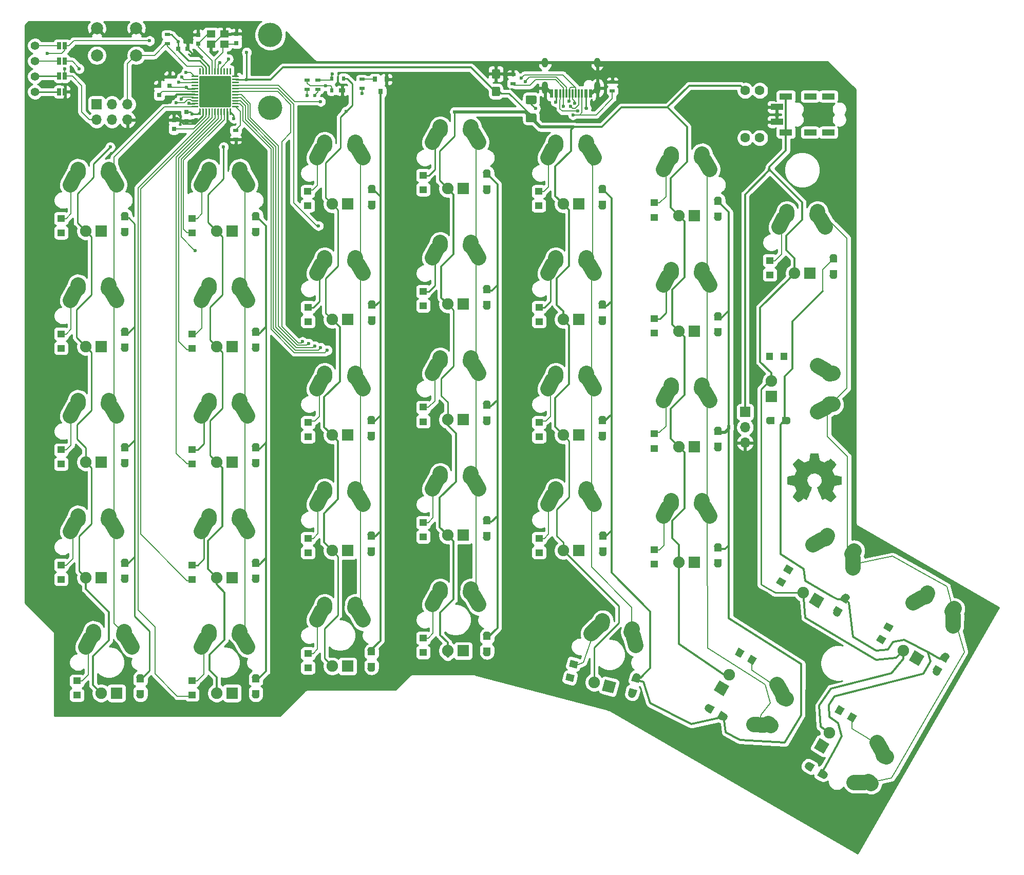
<source format=gbl>
G04 #@! TF.GenerationSoftware,KiCad,Pcbnew,(5.1.5)-3*
G04 #@! TF.CreationDate,2020-05-15T01:17:07+04:00*
G04 #@! TF.ProjectId,redox_rev2_ng-THT,7265646f-785f-4726-9576-325f6e672d54,2.0 NG*
G04 #@! TF.SameCoordinates,Original*
G04 #@! TF.FileFunction,Copper,L2,Bot*
G04 #@! TF.FilePolarity,Positive*
%FSLAX46Y46*%
G04 Gerber Fmt 4.6, Leading zero omitted, Abs format (unit mm)*
G04 Created by KiCad (PCBNEW (5.1.5)-3) date 2020-05-15 01:17:07*
%MOMM*%
%LPD*%
G04 APERTURE LIST*
%ADD10C,0.010000*%
%ADD11C,2.000000*%
%ADD12C,1.905000*%
%ADD13C,0.100000*%
%ADD14C,2.500000*%
%ADD15R,1.905000X1.905000*%
%ADD16C,1.397000*%
%ADD17R,0.600000X1.450000*%
%ADD18R,0.300000X1.450000*%
%ADD19O,1.000000X2.100000*%
%ADD20O,1.000000X1.600000*%
%ADD21R,0.900000X0.500000*%
%ADD22R,0.800000X0.900000*%
%ADD23R,1.300000X0.900000*%
%ADD24O,1.300000X1.100000*%
%ADD25C,1.100000*%
%ADD26R,0.900000X1.300000*%
%ADD27O,1.100000X1.300000*%
%ADD28R,0.750000X0.800000*%
%ADD29R,1.300000X1.100000*%
%ADD30R,1.300000X0.700000*%
%ADD31R,1.100000X1.300000*%
%ADD32R,0.700000X1.300000*%
%ADD33R,0.635000X1.143000*%
%ADD34C,1.600000*%
%ADD35O,1.700000X1.700000*%
%ADD36R,1.700000X1.700000*%
%ADD37R,1.000000X0.700000*%
%ADD38R,0.600000X0.700000*%
%ADD39R,1.400000X1.200000*%
%ADD40R,0.800000X0.750000*%
%ADD41C,0.500000*%
%ADD42C,4.000000*%
%ADD43R,2.100000X1.000000*%
%ADD44C,0.600000*%
%ADD45C,0.200000*%
%ADD46C,0.250000*%
%ADD47C,0.300000*%
%ADD48C,0.500000*%
%ADD49C,0.400000*%
%ADD50C,0.254000*%
G04 APERTURE END LIST*
D10*
G36*
X209553464Y-109050427D02*
G01*
X209440882Y-109647618D01*
X209025469Y-109818865D01*
X208610055Y-109990112D01*
X208111698Y-109651233D01*
X207972131Y-109556877D01*
X207845971Y-109472630D01*
X207739104Y-109402338D01*
X207657417Y-109349847D01*
X207606798Y-109319004D01*
X207593013Y-109312353D01*
X207568179Y-109329458D01*
X207515111Y-109376744D01*
X207439759Y-109448172D01*
X207348070Y-109537700D01*
X207245992Y-109639289D01*
X207139473Y-109746898D01*
X207034463Y-109854487D01*
X206936908Y-109956015D01*
X206852757Y-110045441D01*
X206787959Y-110116726D01*
X206748462Y-110163828D01*
X206739019Y-110179592D01*
X206752608Y-110208653D01*
X206790706Y-110272321D01*
X206849306Y-110364367D01*
X206924402Y-110478564D01*
X207011991Y-110608684D01*
X207062745Y-110682901D01*
X207155254Y-110818422D01*
X207237459Y-110940716D01*
X207305369Y-111043695D01*
X207354999Y-111121273D01*
X207382359Y-111167361D01*
X207386470Y-111177047D01*
X207377150Y-111204574D01*
X207351745Y-111268728D01*
X207314088Y-111360490D01*
X207268013Y-111470839D01*
X207217353Y-111590755D01*
X207165940Y-111711219D01*
X207117610Y-111823209D01*
X207076193Y-111917707D01*
X207045525Y-111985692D01*
X207029438Y-112018143D01*
X207028488Y-112019420D01*
X207003227Y-112025617D01*
X206935954Y-112039440D01*
X206833639Y-112059532D01*
X206703258Y-112084534D01*
X206551783Y-112113086D01*
X206463406Y-112129551D01*
X206301547Y-112160369D01*
X206155350Y-112189694D01*
X206032212Y-112215921D01*
X205939530Y-112237446D01*
X205884698Y-112252665D01*
X205873676Y-112257493D01*
X205862881Y-112290174D01*
X205854170Y-112363985D01*
X205847539Y-112470292D01*
X205842981Y-112600467D01*
X205840490Y-112745876D01*
X205840061Y-112897890D01*
X205841688Y-113047877D01*
X205845364Y-113187206D01*
X205851084Y-113307245D01*
X205858842Y-113399365D01*
X205868631Y-113454932D01*
X205874503Y-113466500D01*
X205909600Y-113480365D01*
X205983971Y-113500188D01*
X206087776Y-113523639D01*
X206211180Y-113548391D01*
X206254258Y-113556398D01*
X206461952Y-113594441D01*
X206626015Y-113625079D01*
X206751869Y-113649529D01*
X206844934Y-113669009D01*
X206910632Y-113684736D01*
X206954382Y-113697928D01*
X206981607Y-113709804D01*
X206997727Y-113721580D01*
X206999982Y-113723908D01*
X207022496Y-113761400D01*
X207056841Y-113834365D01*
X207099588Y-113933867D01*
X207147307Y-114050973D01*
X207196569Y-114176748D01*
X207243944Y-114302257D01*
X207286004Y-114418565D01*
X207319319Y-114516739D01*
X207340458Y-114587843D01*
X207345994Y-114622942D01*
X207345533Y-114624172D01*
X207326776Y-114652861D01*
X207284223Y-114715985D01*
X207222346Y-114806973D01*
X207145617Y-114919255D01*
X207058508Y-115046260D01*
X207033701Y-115082353D01*
X206945247Y-115213203D01*
X206867411Y-115332591D01*
X206804433Y-115433662D01*
X206760554Y-115509559D01*
X206740014Y-115553427D01*
X206739019Y-115558817D01*
X206756277Y-115587144D01*
X206803964Y-115643261D01*
X206875949Y-115721137D01*
X206966102Y-115814740D01*
X207068294Y-115918041D01*
X207176394Y-116025006D01*
X207284271Y-116129606D01*
X207385795Y-116225809D01*
X207474837Y-116307584D01*
X207545266Y-116368900D01*
X207590952Y-116403726D01*
X207603590Y-116409412D01*
X207633008Y-116396020D01*
X207693238Y-116359899D01*
X207774470Y-116307136D01*
X207836969Y-116264667D01*
X207950214Y-116186740D01*
X208084325Y-116094984D01*
X208218844Y-116003375D01*
X208291166Y-115954346D01*
X208535961Y-115788770D01*
X208741449Y-115899875D01*
X208835063Y-115948548D01*
X208914669Y-115986381D01*
X208968532Y-116007958D01*
X208982242Y-116010961D01*
X208998729Y-115988793D01*
X209031254Y-115926149D01*
X209077391Y-115828809D01*
X209134709Y-115702549D01*
X209200783Y-115553150D01*
X209273184Y-115386388D01*
X209349483Y-115208042D01*
X209427253Y-115023891D01*
X209504065Y-114839712D01*
X209577493Y-114661285D01*
X209645107Y-114494387D01*
X209704479Y-114344797D01*
X209753183Y-114218293D01*
X209788789Y-114120654D01*
X209808869Y-114057657D01*
X209812099Y-114036021D01*
X209786503Y-114008424D01*
X209730461Y-113963625D01*
X209655688Y-113910934D01*
X209649412Y-113906765D01*
X209456154Y-113752069D01*
X209300325Y-113571591D01*
X209183275Y-113371102D01*
X209106354Y-113156374D01*
X209070913Y-112933177D01*
X209078302Y-112707281D01*
X209129872Y-112484459D01*
X209226973Y-112270479D01*
X209255541Y-112223664D01*
X209404131Y-112034618D01*
X209579672Y-111882812D01*
X209776089Y-111769034D01*
X209987306Y-111694075D01*
X210207246Y-111658722D01*
X210429836Y-111663767D01*
X210648998Y-111709999D01*
X210858657Y-111798206D01*
X211052738Y-111929179D01*
X211112773Y-111982337D01*
X211265564Y-112148739D01*
X211376902Y-112323912D01*
X211453276Y-112520266D01*
X211495812Y-112714717D01*
X211506313Y-112933342D01*
X211471299Y-113153052D01*
X211394326Y-113366420D01*
X211278952Y-113566022D01*
X211128734Y-113744429D01*
X210947226Y-113894217D01*
X210923372Y-113910006D01*
X210847798Y-113961712D01*
X210790348Y-114006512D01*
X210762882Y-114035117D01*
X210762482Y-114036021D01*
X210768379Y-114066964D01*
X210791754Y-114137191D01*
X210830178Y-114240925D01*
X210881222Y-114372390D01*
X210942457Y-114525807D01*
X211011455Y-114695401D01*
X211085786Y-114875393D01*
X211163021Y-115060008D01*
X211240731Y-115243468D01*
X211316488Y-115419996D01*
X211387862Y-115583814D01*
X211452425Y-115729147D01*
X211507747Y-115850217D01*
X211551399Y-115941247D01*
X211580953Y-115996460D01*
X211592855Y-116010961D01*
X211629222Y-115999669D01*
X211697269Y-115969385D01*
X211785263Y-115925520D01*
X211833649Y-115899875D01*
X212039136Y-115788770D01*
X212283931Y-115954346D01*
X212408893Y-116039170D01*
X212545704Y-116132516D01*
X212673911Y-116220408D01*
X212738128Y-116264667D01*
X212828448Y-116325318D01*
X212904928Y-116373381D01*
X212957592Y-116402770D01*
X212974697Y-116408982D01*
X212999594Y-116392223D01*
X213054694Y-116345436D01*
X213134656Y-116273480D01*
X213234139Y-116181212D01*
X213347799Y-116073490D01*
X213419684Y-116004326D01*
X213545448Y-115880757D01*
X213654136Y-115770234D01*
X213741354Y-115677485D01*
X213802710Y-115607237D01*
X213833808Y-115564220D01*
X213836791Y-115555490D01*
X213822946Y-115522284D01*
X213784687Y-115455142D01*
X213726258Y-115360863D01*
X213651902Y-115246245D01*
X213565864Y-115118083D01*
X213541397Y-115082353D01*
X213452245Y-114952489D01*
X213372261Y-114835569D01*
X213305919Y-114738162D01*
X213257688Y-114666839D01*
X213232042Y-114628170D01*
X213229564Y-114624172D01*
X213233270Y-114593355D01*
X213252938Y-114525599D01*
X213285139Y-114429839D01*
X213326444Y-114315009D01*
X213373424Y-114190044D01*
X213422650Y-114063879D01*
X213470691Y-113945448D01*
X213514118Y-113843685D01*
X213549503Y-113767526D01*
X213573415Y-113725904D01*
X213575115Y-113723908D01*
X213589737Y-113712013D01*
X213614434Y-113700250D01*
X213654627Y-113687401D01*
X213715736Y-113672249D01*
X213803182Y-113653576D01*
X213922387Y-113630165D01*
X214078772Y-113600797D01*
X214277756Y-113564255D01*
X214320839Y-113556398D01*
X214448529Y-113531727D01*
X214559846Y-113507593D01*
X214644954Y-113486324D01*
X214694016Y-113470248D01*
X214700594Y-113466500D01*
X214711435Y-113433273D01*
X214720246Y-113359021D01*
X214727023Y-113252376D01*
X214731759Y-113121967D01*
X214734449Y-112976427D01*
X214735086Y-112824386D01*
X214733665Y-112674476D01*
X214730179Y-112535328D01*
X214724623Y-112415572D01*
X214716991Y-112323841D01*
X214707277Y-112268766D01*
X214701421Y-112257493D01*
X214668819Y-112246123D01*
X214594581Y-112227624D01*
X214486103Y-112203602D01*
X214350782Y-112175662D01*
X214196014Y-112145408D01*
X214111692Y-112129551D01*
X213951703Y-112099644D01*
X213809032Y-112072550D01*
X213690651Y-112049631D01*
X213603534Y-112032243D01*
X213554654Y-112021747D01*
X213546609Y-112019420D01*
X213533012Y-111993186D01*
X213504270Y-111929995D01*
X213464214Y-111838877D01*
X213416675Y-111728857D01*
X213365484Y-111608965D01*
X213314473Y-111488227D01*
X213267473Y-111375671D01*
X213228315Y-111280326D01*
X213200830Y-111211217D01*
X213188850Y-111177374D01*
X213188627Y-111175895D01*
X213202208Y-111149197D01*
X213240284Y-111087760D01*
X213298852Y-110997689D01*
X213373911Y-110885090D01*
X213461459Y-110756070D01*
X213512352Y-110681961D01*
X213605090Y-110546077D01*
X213687458Y-110422709D01*
X213755438Y-110318097D01*
X213805011Y-110238483D01*
X213832157Y-110190107D01*
X213836078Y-110179262D01*
X213819224Y-110154020D01*
X213772631Y-110100124D01*
X213702251Y-110023613D01*
X213614034Y-109930523D01*
X213513934Y-109826895D01*
X213407901Y-109718764D01*
X213301888Y-109612170D01*
X213201847Y-109513150D01*
X213113729Y-109427742D01*
X213043486Y-109361985D01*
X212997071Y-109321916D01*
X212981543Y-109312353D01*
X212956260Y-109325800D01*
X212895788Y-109363575D01*
X212806007Y-109421835D01*
X212692796Y-109496734D01*
X212562036Y-109584425D01*
X212463400Y-109651233D01*
X211965042Y-109990112D01*
X211549629Y-109818865D01*
X211134215Y-109647618D01*
X211021633Y-109050427D01*
X210909050Y-108453235D01*
X209666047Y-108453235D01*
X209553464Y-109050427D01*
G37*
X209553464Y-109050427D02*
X209440882Y-109647618D01*
X209025469Y-109818865D01*
X208610055Y-109990112D01*
X208111698Y-109651233D01*
X207972131Y-109556877D01*
X207845971Y-109472630D01*
X207739104Y-109402338D01*
X207657417Y-109349847D01*
X207606798Y-109319004D01*
X207593013Y-109312353D01*
X207568179Y-109329458D01*
X207515111Y-109376744D01*
X207439759Y-109448172D01*
X207348070Y-109537700D01*
X207245992Y-109639289D01*
X207139473Y-109746898D01*
X207034463Y-109854487D01*
X206936908Y-109956015D01*
X206852757Y-110045441D01*
X206787959Y-110116726D01*
X206748462Y-110163828D01*
X206739019Y-110179592D01*
X206752608Y-110208653D01*
X206790706Y-110272321D01*
X206849306Y-110364367D01*
X206924402Y-110478564D01*
X207011991Y-110608684D01*
X207062745Y-110682901D01*
X207155254Y-110818422D01*
X207237459Y-110940716D01*
X207305369Y-111043695D01*
X207354999Y-111121273D01*
X207382359Y-111167361D01*
X207386470Y-111177047D01*
X207377150Y-111204574D01*
X207351745Y-111268728D01*
X207314088Y-111360490D01*
X207268013Y-111470839D01*
X207217353Y-111590755D01*
X207165940Y-111711219D01*
X207117610Y-111823209D01*
X207076193Y-111917707D01*
X207045525Y-111985692D01*
X207029438Y-112018143D01*
X207028488Y-112019420D01*
X207003227Y-112025617D01*
X206935954Y-112039440D01*
X206833639Y-112059532D01*
X206703258Y-112084534D01*
X206551783Y-112113086D01*
X206463406Y-112129551D01*
X206301547Y-112160369D01*
X206155350Y-112189694D01*
X206032212Y-112215921D01*
X205939530Y-112237446D01*
X205884698Y-112252665D01*
X205873676Y-112257493D01*
X205862881Y-112290174D01*
X205854170Y-112363985D01*
X205847539Y-112470292D01*
X205842981Y-112600467D01*
X205840490Y-112745876D01*
X205840061Y-112897890D01*
X205841688Y-113047877D01*
X205845364Y-113187206D01*
X205851084Y-113307245D01*
X205858842Y-113399365D01*
X205868631Y-113454932D01*
X205874503Y-113466500D01*
X205909600Y-113480365D01*
X205983971Y-113500188D01*
X206087776Y-113523639D01*
X206211180Y-113548391D01*
X206254258Y-113556398D01*
X206461952Y-113594441D01*
X206626015Y-113625079D01*
X206751869Y-113649529D01*
X206844934Y-113669009D01*
X206910632Y-113684736D01*
X206954382Y-113697928D01*
X206981607Y-113709804D01*
X206997727Y-113721580D01*
X206999982Y-113723908D01*
X207022496Y-113761400D01*
X207056841Y-113834365D01*
X207099588Y-113933867D01*
X207147307Y-114050973D01*
X207196569Y-114176748D01*
X207243944Y-114302257D01*
X207286004Y-114418565D01*
X207319319Y-114516739D01*
X207340458Y-114587843D01*
X207345994Y-114622942D01*
X207345533Y-114624172D01*
X207326776Y-114652861D01*
X207284223Y-114715985D01*
X207222346Y-114806973D01*
X207145617Y-114919255D01*
X207058508Y-115046260D01*
X207033701Y-115082353D01*
X206945247Y-115213203D01*
X206867411Y-115332591D01*
X206804433Y-115433662D01*
X206760554Y-115509559D01*
X206740014Y-115553427D01*
X206739019Y-115558817D01*
X206756277Y-115587144D01*
X206803964Y-115643261D01*
X206875949Y-115721137D01*
X206966102Y-115814740D01*
X207068294Y-115918041D01*
X207176394Y-116025006D01*
X207284271Y-116129606D01*
X207385795Y-116225809D01*
X207474837Y-116307584D01*
X207545266Y-116368900D01*
X207590952Y-116403726D01*
X207603590Y-116409412D01*
X207633008Y-116396020D01*
X207693238Y-116359899D01*
X207774470Y-116307136D01*
X207836969Y-116264667D01*
X207950214Y-116186740D01*
X208084325Y-116094984D01*
X208218844Y-116003375D01*
X208291166Y-115954346D01*
X208535961Y-115788770D01*
X208741449Y-115899875D01*
X208835063Y-115948548D01*
X208914669Y-115986381D01*
X208968532Y-116007958D01*
X208982242Y-116010961D01*
X208998729Y-115988793D01*
X209031254Y-115926149D01*
X209077391Y-115828809D01*
X209134709Y-115702549D01*
X209200783Y-115553150D01*
X209273184Y-115386388D01*
X209349483Y-115208042D01*
X209427253Y-115023891D01*
X209504065Y-114839712D01*
X209577493Y-114661285D01*
X209645107Y-114494387D01*
X209704479Y-114344797D01*
X209753183Y-114218293D01*
X209788789Y-114120654D01*
X209808869Y-114057657D01*
X209812099Y-114036021D01*
X209786503Y-114008424D01*
X209730461Y-113963625D01*
X209655688Y-113910934D01*
X209649412Y-113906765D01*
X209456154Y-113752069D01*
X209300325Y-113571591D01*
X209183275Y-113371102D01*
X209106354Y-113156374D01*
X209070913Y-112933177D01*
X209078302Y-112707281D01*
X209129872Y-112484459D01*
X209226973Y-112270479D01*
X209255541Y-112223664D01*
X209404131Y-112034618D01*
X209579672Y-111882812D01*
X209776089Y-111769034D01*
X209987306Y-111694075D01*
X210207246Y-111658722D01*
X210429836Y-111663767D01*
X210648998Y-111709999D01*
X210858657Y-111798206D01*
X211052738Y-111929179D01*
X211112773Y-111982337D01*
X211265564Y-112148739D01*
X211376902Y-112323912D01*
X211453276Y-112520266D01*
X211495812Y-112714717D01*
X211506313Y-112933342D01*
X211471299Y-113153052D01*
X211394326Y-113366420D01*
X211278952Y-113566022D01*
X211128734Y-113744429D01*
X210947226Y-113894217D01*
X210923372Y-113910006D01*
X210847798Y-113961712D01*
X210790348Y-114006512D01*
X210762882Y-114035117D01*
X210762482Y-114036021D01*
X210768379Y-114066964D01*
X210791754Y-114137191D01*
X210830178Y-114240925D01*
X210881222Y-114372390D01*
X210942457Y-114525807D01*
X211011455Y-114695401D01*
X211085786Y-114875393D01*
X211163021Y-115060008D01*
X211240731Y-115243468D01*
X211316488Y-115419996D01*
X211387862Y-115583814D01*
X211452425Y-115729147D01*
X211507747Y-115850217D01*
X211551399Y-115941247D01*
X211580953Y-115996460D01*
X211592855Y-116010961D01*
X211629222Y-115999669D01*
X211697269Y-115969385D01*
X211785263Y-115925520D01*
X211833649Y-115899875D01*
X212039136Y-115788770D01*
X212283931Y-115954346D01*
X212408893Y-116039170D01*
X212545704Y-116132516D01*
X212673911Y-116220408D01*
X212738128Y-116264667D01*
X212828448Y-116325318D01*
X212904928Y-116373381D01*
X212957592Y-116402770D01*
X212974697Y-116408982D01*
X212999594Y-116392223D01*
X213054694Y-116345436D01*
X213134656Y-116273480D01*
X213234139Y-116181212D01*
X213347799Y-116073490D01*
X213419684Y-116004326D01*
X213545448Y-115880757D01*
X213654136Y-115770234D01*
X213741354Y-115677485D01*
X213802710Y-115607237D01*
X213833808Y-115564220D01*
X213836791Y-115555490D01*
X213822946Y-115522284D01*
X213784687Y-115455142D01*
X213726258Y-115360863D01*
X213651902Y-115246245D01*
X213565864Y-115118083D01*
X213541397Y-115082353D01*
X213452245Y-114952489D01*
X213372261Y-114835569D01*
X213305919Y-114738162D01*
X213257688Y-114666839D01*
X213232042Y-114628170D01*
X213229564Y-114624172D01*
X213233270Y-114593355D01*
X213252938Y-114525599D01*
X213285139Y-114429839D01*
X213326444Y-114315009D01*
X213373424Y-114190044D01*
X213422650Y-114063879D01*
X213470691Y-113945448D01*
X213514118Y-113843685D01*
X213549503Y-113767526D01*
X213573415Y-113725904D01*
X213575115Y-113723908D01*
X213589737Y-113712013D01*
X213614434Y-113700250D01*
X213654627Y-113687401D01*
X213715736Y-113672249D01*
X213803182Y-113653576D01*
X213922387Y-113630165D01*
X214078772Y-113600797D01*
X214277756Y-113564255D01*
X214320839Y-113556398D01*
X214448529Y-113531727D01*
X214559846Y-113507593D01*
X214644954Y-113486324D01*
X214694016Y-113470248D01*
X214700594Y-113466500D01*
X214711435Y-113433273D01*
X214720246Y-113359021D01*
X214727023Y-113252376D01*
X214731759Y-113121967D01*
X214734449Y-112976427D01*
X214735086Y-112824386D01*
X214733665Y-112674476D01*
X214730179Y-112535328D01*
X214724623Y-112415572D01*
X214716991Y-112323841D01*
X214707277Y-112268766D01*
X214701421Y-112257493D01*
X214668819Y-112246123D01*
X214594581Y-112227624D01*
X214486103Y-112203602D01*
X214350782Y-112175662D01*
X214196014Y-112145408D01*
X214111692Y-112129551D01*
X213951703Y-112099644D01*
X213809032Y-112072550D01*
X213690651Y-112049631D01*
X213603534Y-112032243D01*
X213554654Y-112021747D01*
X213546609Y-112019420D01*
X213533012Y-111993186D01*
X213504270Y-111929995D01*
X213464214Y-111838877D01*
X213416675Y-111728857D01*
X213365484Y-111608965D01*
X213314473Y-111488227D01*
X213267473Y-111375671D01*
X213228315Y-111280326D01*
X213200830Y-111211217D01*
X213188850Y-111177374D01*
X213188627Y-111175895D01*
X213202208Y-111149197D01*
X213240284Y-111087760D01*
X213298852Y-110997689D01*
X213373911Y-110885090D01*
X213461459Y-110756070D01*
X213512352Y-110681961D01*
X213605090Y-110546077D01*
X213687458Y-110422709D01*
X213755438Y-110318097D01*
X213805011Y-110238483D01*
X213832157Y-110190107D01*
X213836078Y-110179262D01*
X213819224Y-110154020D01*
X213772631Y-110100124D01*
X213702251Y-110023613D01*
X213614034Y-109930523D01*
X213513934Y-109826895D01*
X213407901Y-109718764D01*
X213301888Y-109612170D01*
X213201847Y-109513150D01*
X213113729Y-109427742D01*
X213043486Y-109361985D01*
X212997071Y-109321916D01*
X212981543Y-109312353D01*
X212956260Y-109325800D01*
X212895788Y-109363575D01*
X212806007Y-109421835D01*
X212692796Y-109496734D01*
X212562036Y-109584425D01*
X212463400Y-109651233D01*
X211965042Y-109990112D01*
X211549629Y-109818865D01*
X211134215Y-109647618D01*
X211021633Y-109050427D01*
X210909050Y-108453235D01*
X209666047Y-108453235D01*
X209553464Y-109050427D01*
D11*
X92000000Y-38300000D03*
X92000000Y-42800000D03*
X98500000Y-38300000D03*
X98500000Y-42800000D03*
D12*
X196260591Y-144950148D03*
G04 #@! TA.AperFunction,ComponentPad*
D13*
G36*
X194641952Y-145848713D02*
G01*
X196291730Y-146801213D01*
X195339230Y-148450991D01*
X193689452Y-147498491D01*
X194641952Y-145848713D01*
G37*
G04 #@! TD.AperFunction*
D14*
X205693690Y-148930198D02*
X205172834Y-148675034D01*
X201989288Y-153187660D02*
X200319518Y-153159972D01*
X204988835Y-147992294D02*
X204129971Y-146560074D01*
X203153966Y-153329130D02*
X202672558Y-153005638D01*
D12*
X203200000Y-96520000D03*
D15*
X203200000Y-99060000D03*
D14*
X213359328Y-95250276D02*
X212780672Y-95289724D01*
X212279954Y-100789547D02*
X210820046Y-101600453D01*
X212279954Y-94790453D02*
X210820046Y-93979547D01*
X213359328Y-100329724D02*
X212780672Y-100290276D01*
D12*
X212770591Y-154475148D03*
G04 #@! TA.AperFunction,ComponentPad*
D13*
G36*
X211151952Y-155373713D02*
G01*
X212801730Y-156326213D01*
X211849230Y-157975991D01*
X210199452Y-157023491D01*
X211151952Y-155373713D01*
G37*
G04 #@! TD.AperFunction*
D14*
X222203690Y-158455198D02*
X221682834Y-158200034D01*
X218499288Y-162712660D02*
X216829518Y-162684972D01*
X221498835Y-157517294D02*
X220639971Y-156085074D01*
X219663966Y-162854130D02*
X219182558Y-162530638D01*
D15*
X92710000Y-71755000D03*
D12*
X90170000Y-71755000D03*
D14*
X93979724Y-61595672D02*
X93940276Y-62174328D01*
X88440453Y-62675046D02*
X87629547Y-64134954D01*
X94439547Y-62675046D02*
X95250453Y-64134954D01*
X88900276Y-61595672D02*
X88939724Y-62174328D01*
D15*
X92710000Y-90805000D03*
D12*
X90170000Y-90805000D03*
D14*
X93979724Y-80645672D02*
X93940276Y-81224328D01*
X88440453Y-81725046D02*
X87629547Y-83184954D01*
X94439547Y-81725046D02*
X95250453Y-83184954D01*
X88900276Y-80645672D02*
X88939724Y-81224328D01*
D15*
X92710000Y-109855000D03*
D12*
X90170000Y-109855000D03*
D14*
X93979724Y-99695672D02*
X93940276Y-100274328D01*
X88440453Y-100775046D02*
X87629547Y-102234954D01*
X94439547Y-100775046D02*
X95250453Y-102234954D01*
X88900276Y-99695672D02*
X88939724Y-100274328D01*
D15*
X92710000Y-128905000D03*
D12*
X90170000Y-128905000D03*
D14*
X93979724Y-118745672D02*
X93940276Y-119324328D01*
X88440453Y-119825046D02*
X87629547Y-121284954D01*
X94439547Y-119825046D02*
X95250453Y-121284954D01*
X88900276Y-118745672D02*
X88939724Y-119324328D01*
G04 #@! TA.AperFunction,ComponentPad*
D13*
G36*
X175275356Y-147514122D02*
G01*
X175768406Y-145674034D01*
X177608494Y-146167084D01*
X177115444Y-148007172D01*
X175275356Y-147514122D01*
G37*
G04 #@! TD.AperFunction*
D12*
X173988473Y-146183203D03*
D14*
X180297812Y-137356074D02*
X180109940Y-137904804D01*
X174667925Y-136965002D02*
X173506797Y-138165286D01*
X180462604Y-138517681D02*
X180868028Y-140137721D01*
X175391441Y-136041416D02*
X175279779Y-136610566D01*
D16*
X81800000Y-41200000D03*
X81800000Y-43740000D03*
X81800000Y-46280000D03*
X81800000Y-48820000D03*
D17*
X173425000Y-49095000D03*
X166975000Y-49095000D03*
X172650000Y-49095000D03*
X167750000Y-49095000D03*
D18*
X168450000Y-49095000D03*
X171950000Y-49095000D03*
X168950000Y-49095000D03*
X171450000Y-49095000D03*
X169450000Y-49095000D03*
X170950000Y-49095000D03*
X170450000Y-49095000D03*
X169950000Y-49095000D03*
D19*
X165880000Y-48180000D03*
X174520000Y-48180000D03*
D20*
X165880000Y-44000000D03*
X174520000Y-44000000D03*
D15*
X133350000Y-67310000D03*
D12*
X130810000Y-67310000D03*
D14*
X134619724Y-57150672D02*
X134580276Y-57729328D01*
X129080453Y-58230046D02*
X128269547Y-59689954D01*
X135079547Y-58230046D02*
X135890453Y-59689954D01*
X129540276Y-57150672D02*
X129579724Y-57729328D01*
D15*
X190500000Y-69215000D03*
D12*
X187960000Y-69215000D03*
D14*
X191769724Y-59055672D02*
X191730276Y-59634328D01*
X186230453Y-60135046D02*
X185419547Y-61594954D01*
X192229547Y-60135046D02*
X193040453Y-61594954D01*
X186690276Y-59055672D02*
X186729724Y-59634328D01*
D15*
X114300000Y-71755000D03*
D12*
X111760000Y-71755000D03*
D14*
X115569724Y-61595672D02*
X115530276Y-62174328D01*
X110030453Y-62675046D02*
X109219547Y-64134954D01*
X116029547Y-62675046D02*
X116840453Y-64134954D01*
X110490276Y-61595672D02*
X110529724Y-62174328D01*
D15*
X95250000Y-147955000D03*
D12*
X92710000Y-147955000D03*
D14*
X96519724Y-137795672D02*
X96480276Y-138374328D01*
X90980453Y-138875046D02*
X90169547Y-140334954D01*
X96979547Y-138875046D02*
X97790453Y-140334954D01*
X91440276Y-137795672D02*
X91479724Y-138374328D01*
D15*
X114300000Y-90805000D03*
D12*
X111760000Y-90805000D03*
D14*
X115569724Y-80645672D02*
X115530276Y-81224328D01*
X110030453Y-81725046D02*
X109219547Y-83184954D01*
X116029547Y-81725046D02*
X116840453Y-83184954D01*
X110490276Y-80645672D02*
X110529724Y-81224328D01*
D15*
X114300000Y-109855000D03*
D12*
X111760000Y-109855000D03*
D14*
X115569724Y-99695672D02*
X115530276Y-100274328D01*
X110030453Y-100775046D02*
X109219547Y-102234954D01*
X116029547Y-100775046D02*
X116840453Y-102234954D01*
X110490276Y-99695672D02*
X110529724Y-100274328D01*
D15*
X114300000Y-128905000D03*
D12*
X111760000Y-128905000D03*
D14*
X115569724Y-118745672D02*
X115530276Y-119324328D01*
X110030453Y-119825046D02*
X109219547Y-121284954D01*
X116029547Y-119825046D02*
X116840453Y-121284954D01*
X110490276Y-118745672D02*
X110529724Y-119324328D01*
D15*
X114300000Y-147955000D03*
D12*
X111760000Y-147955000D03*
D14*
X115569724Y-137795672D02*
X115530276Y-138374328D01*
X110030453Y-138875046D02*
X109219547Y-140334954D01*
X116029547Y-138875046D02*
X116840453Y-140334954D01*
X110490276Y-137795672D02*
X110529724Y-138374328D01*
D15*
X133350000Y-86360000D03*
D12*
X130810000Y-86360000D03*
D14*
X134619724Y-76200672D02*
X134580276Y-76779328D01*
X129080453Y-77280046D02*
X128269547Y-78739954D01*
X135079547Y-77280046D02*
X135890453Y-78739954D01*
X129540276Y-76200672D02*
X129579724Y-76779328D01*
D15*
X133350000Y-105410000D03*
D12*
X130810000Y-105410000D03*
D14*
X134619724Y-95250672D02*
X134580276Y-95829328D01*
X129080453Y-96330046D02*
X128269547Y-97789954D01*
X135079547Y-96330046D02*
X135890453Y-97789954D01*
X129540276Y-95250672D02*
X129579724Y-95829328D01*
D15*
X133350000Y-124460000D03*
D12*
X130810000Y-124460000D03*
D14*
X134619724Y-114300672D02*
X134580276Y-114879328D01*
X129080453Y-115380046D02*
X128269547Y-116839954D01*
X135079547Y-115380046D02*
X135890453Y-116839954D01*
X129540276Y-114300672D02*
X129579724Y-114879328D01*
D15*
X133350000Y-143510000D03*
D12*
X130810000Y-143510000D03*
D14*
X134619724Y-133350672D02*
X134580276Y-133929328D01*
X129080453Y-134430046D02*
X128269547Y-135889954D01*
X135079547Y-134430046D02*
X135890453Y-135889954D01*
X129540276Y-133350672D02*
X129579724Y-133929328D01*
D15*
X152400000Y-64770000D03*
D12*
X149860000Y-64770000D03*
D14*
X153669724Y-54610672D02*
X153630276Y-55189328D01*
X148130453Y-55690046D02*
X147319547Y-57149954D01*
X154129547Y-55690046D02*
X154940453Y-57149954D01*
X148590276Y-54610672D02*
X148629724Y-55189328D01*
D15*
X152400000Y-83820000D03*
D12*
X149860000Y-83820000D03*
D14*
X153669724Y-73660672D02*
X153630276Y-74239328D01*
X148130453Y-74740046D02*
X147319547Y-76199954D01*
X154129547Y-74740046D02*
X154940453Y-76199954D01*
X148590276Y-73660672D02*
X148629724Y-74239328D01*
D15*
X152400000Y-102870000D03*
D12*
X149860000Y-102870000D03*
D14*
X153669724Y-92710672D02*
X153630276Y-93289328D01*
X148130453Y-93790046D02*
X147319547Y-95249954D01*
X154129547Y-93790046D02*
X154940453Y-95249954D01*
X148590276Y-92710672D02*
X148629724Y-93289328D01*
D15*
X152400000Y-121920000D03*
D12*
X149860000Y-121920000D03*
D14*
X153669724Y-111760672D02*
X153630276Y-112339328D01*
X148130453Y-112840046D02*
X147319547Y-114299954D01*
X154129547Y-112840046D02*
X154940453Y-114299954D01*
X148590276Y-111760672D02*
X148629724Y-112339328D01*
D15*
X152400000Y-140970000D03*
D12*
X149860000Y-140970000D03*
D14*
X153669724Y-130810672D02*
X153630276Y-131389328D01*
X148130453Y-131890046D02*
X147319547Y-133349954D01*
X154129547Y-131890046D02*
X154940453Y-133349954D01*
X148590276Y-130810672D02*
X148629724Y-131389328D01*
D15*
X171450000Y-67310000D03*
D12*
X168910000Y-67310000D03*
D14*
X172719724Y-57150672D02*
X172680276Y-57729328D01*
X167180453Y-58230046D02*
X166369547Y-59689954D01*
X173179547Y-58230046D02*
X173990453Y-59689954D01*
X167640276Y-57150672D02*
X167679724Y-57729328D01*
D15*
X171450000Y-86360000D03*
D12*
X168910000Y-86360000D03*
D14*
X172719724Y-76200672D02*
X172680276Y-76779328D01*
X167180453Y-77280046D02*
X166369547Y-78739954D01*
X173179547Y-77280046D02*
X173990453Y-78739954D01*
X167640276Y-76200672D02*
X167679724Y-76779328D01*
D15*
X171450000Y-105410000D03*
D12*
X168910000Y-105410000D03*
D14*
X172719724Y-95250672D02*
X172680276Y-95829328D01*
X167180453Y-96330046D02*
X166369547Y-97789954D01*
X173179547Y-96330046D02*
X173990453Y-97789954D01*
X167640276Y-95250672D02*
X167679724Y-95829328D01*
D15*
X171450000Y-124460000D03*
D12*
X168910000Y-124460000D03*
D14*
X172719724Y-114300672D02*
X172680276Y-114879328D01*
X167180453Y-115380046D02*
X166369547Y-116839954D01*
X173179547Y-115380046D02*
X173990453Y-116839954D01*
X167640276Y-114300672D02*
X167679724Y-114879328D01*
D15*
X190500000Y-88265000D03*
D12*
X187960000Y-88265000D03*
D14*
X191769724Y-78105672D02*
X191730276Y-78684328D01*
X186230453Y-79185046D02*
X185419547Y-80644954D01*
X192229547Y-79185046D02*
X193040453Y-80644954D01*
X186690276Y-78105672D02*
X186729724Y-78684328D01*
D15*
X190500000Y-107315000D03*
D12*
X187960000Y-107315000D03*
D14*
X191769724Y-97155672D02*
X191730276Y-97734328D01*
X186230453Y-98235046D02*
X185419547Y-99694954D01*
X192229547Y-98235046D02*
X193040453Y-99694954D01*
X186690276Y-97155672D02*
X186729724Y-97734328D01*
D15*
X190500000Y-126365000D03*
D12*
X187960000Y-126365000D03*
D14*
X191769724Y-116205672D02*
X191730276Y-116784328D01*
X186230453Y-117285046D02*
X185419547Y-118744954D01*
X192229547Y-117285046D02*
X193040453Y-118744954D01*
X186690276Y-116205672D02*
X186729724Y-116784328D01*
D15*
X209550000Y-78740000D03*
D12*
X207010000Y-78740000D03*
D14*
X210819724Y-68580672D02*
X210780276Y-69159328D01*
X205280453Y-69660046D02*
X204469547Y-71119954D01*
X211279547Y-69660046D02*
X212090453Y-71119954D01*
X205740276Y-68580672D02*
X205779724Y-69159328D01*
G04 #@! TA.AperFunction,ComponentPad*
D13*
G36*
X209348713Y-133018048D02*
G01*
X210301213Y-131368270D01*
X211950991Y-132320770D01*
X210998491Y-133970548D01*
X209348713Y-133018048D01*
G37*
G04 #@! TD.AperFunction*
D12*
X208450148Y-131399409D03*
D14*
X216829130Y-124506034D02*
X216505638Y-124987442D01*
X211492294Y-122671165D02*
X210060074Y-123530029D01*
X216687660Y-125670712D02*
X216659972Y-127340482D01*
X212430198Y-121966310D02*
X212175034Y-122487166D01*
G04 #@! TA.AperFunction,ComponentPad*
D13*
G36*
X225858713Y-142543048D02*
G01*
X226811213Y-140893270D01*
X228460991Y-141845770D01*
X227508491Y-143495548D01*
X225858713Y-142543048D01*
G37*
G04 #@! TD.AperFunction*
D12*
X224960148Y-140924409D03*
D14*
X233339130Y-134031034D02*
X233015638Y-134512442D01*
X228002294Y-132196165D02*
X226570074Y-133055029D01*
X233197660Y-135195712D02*
X233169972Y-136865482D01*
X228940198Y-131491310D02*
X228685034Y-132012166D01*
D21*
X135700000Y-48250000D03*
X135700000Y-46750000D03*
D22*
X138800000Y-48750000D03*
X139750000Y-46750000D03*
X137850000Y-46750000D03*
D23*
X96647000Y-71662000D03*
X96647000Y-69562000D03*
D24*
X96647000Y-72112000D03*
X96647000Y-69112000D03*
D23*
X96647000Y-90712000D03*
X96647000Y-88612000D03*
D24*
X96647000Y-91162000D03*
X96647000Y-88162000D03*
D23*
X96647000Y-109762000D03*
X96647000Y-107662000D03*
D24*
X96647000Y-110212000D03*
X96647000Y-107212000D03*
D23*
X96647000Y-128812000D03*
X96647000Y-126712000D03*
D24*
X96647000Y-129262000D03*
X96647000Y-126262000D03*
D23*
X99187000Y-147862000D03*
X99187000Y-145762000D03*
D24*
X99187000Y-148312000D03*
X99187000Y-145312000D03*
D23*
X118237000Y-71662000D03*
X118237000Y-69562000D03*
D24*
X118237000Y-72112000D03*
X118237000Y-69112000D03*
D23*
X118237000Y-90712000D03*
X118237000Y-88612000D03*
D24*
X118237000Y-91162000D03*
X118237000Y-88162000D03*
D23*
X118237000Y-109762000D03*
X118237000Y-107662000D03*
D24*
X118237000Y-110212000D03*
X118237000Y-107212000D03*
D23*
X118237000Y-128812000D03*
X118237000Y-126712000D03*
D24*
X118237000Y-129262000D03*
X118237000Y-126262000D03*
D23*
X118200000Y-147862000D03*
X118200000Y-145762000D03*
D24*
X118200000Y-148312000D03*
X118200000Y-145312000D03*
D23*
X137300000Y-67217000D03*
X137300000Y-65117000D03*
D24*
X137300000Y-67667000D03*
X137300000Y-64667000D03*
D23*
X137300000Y-86267000D03*
X137300000Y-84167000D03*
D24*
X137300000Y-86717000D03*
X137300000Y-83717000D03*
D23*
X137287000Y-105317000D03*
X137287000Y-103217000D03*
D24*
X137287000Y-105767000D03*
X137287000Y-102767000D03*
D23*
X137287000Y-124367000D03*
X137287000Y-122267000D03*
D24*
X137287000Y-124817000D03*
X137287000Y-121817000D03*
D23*
X137287000Y-143417000D03*
X137287000Y-141317000D03*
D24*
X137287000Y-143867000D03*
X137287000Y-140867000D03*
D23*
X156337000Y-64677000D03*
X156337000Y-62577000D03*
D24*
X156337000Y-65127000D03*
X156337000Y-62127000D03*
D23*
X156337000Y-83727000D03*
X156337000Y-81627000D03*
D24*
X156337000Y-84177000D03*
X156337000Y-81177000D03*
D23*
X156300000Y-102777000D03*
X156300000Y-100677000D03*
D24*
X156300000Y-103227000D03*
X156300000Y-100227000D03*
D23*
X156337000Y-121827000D03*
X156337000Y-119727000D03*
D24*
X156337000Y-122277000D03*
X156337000Y-119277000D03*
D23*
X156337000Y-140877000D03*
X156337000Y-138777000D03*
D24*
X156337000Y-141327000D03*
X156337000Y-138327000D03*
D23*
X175387000Y-67217000D03*
X175387000Y-65117000D03*
D24*
X175387000Y-67667000D03*
X175387000Y-64667000D03*
D23*
X175387000Y-86267000D03*
X175387000Y-84167000D03*
D24*
X175387000Y-86717000D03*
X175387000Y-83717000D03*
D23*
X175387000Y-105317000D03*
X175387000Y-103217000D03*
D24*
X175387000Y-105767000D03*
X175387000Y-102767000D03*
D23*
X175400000Y-124367000D03*
X175400000Y-122267000D03*
D24*
X175400000Y-124817000D03*
X175400000Y-121817000D03*
G04 #@! TA.AperFunction,SMDPad,CuDef*
D13*
G36*
X179810857Y-147096323D02*
G01*
X181066560Y-147432788D01*
X180833623Y-148302121D01*
X179577920Y-147965656D01*
X179810857Y-147096323D01*
G37*
G04 #@! TD.AperFunction*
G04 #@! TA.AperFunction,SMDPad,CuDef*
G36*
X180354377Y-145067879D02*
G01*
X181610080Y-145404344D01*
X181377143Y-146273677D01*
X180121440Y-145937212D01*
X180354377Y-145067879D01*
G37*
G04 #@! TD.AperFunction*
D25*
X180302364Y-148159771D02*
X180109178Y-148108007D01*
X181078822Y-145261993D02*
X180885636Y-145210229D01*
D23*
X194437000Y-69122000D03*
X194437000Y-67022000D03*
D24*
X194437000Y-69572000D03*
X194437000Y-66572000D03*
D23*
X194437000Y-88172000D03*
X194437000Y-86072000D03*
D24*
X194437000Y-88622000D03*
X194437000Y-85622000D03*
D23*
X194400000Y-107095000D03*
X194400000Y-104995000D03*
D24*
X194400000Y-107545000D03*
X194400000Y-104545000D03*
D23*
X194400000Y-126272000D03*
X194400000Y-124172000D03*
D24*
X194400000Y-126722000D03*
X194400000Y-123722000D03*
G04 #@! TA.AperFunction,SMDPad,CuDef*
D13*
G36*
X193861384Y-150267083D02*
G01*
X193211384Y-151392917D01*
X192431962Y-150942917D01*
X193081962Y-149817083D01*
X193861384Y-150267083D01*
G37*
G04 #@! TD.AperFunction*
G04 #@! TA.AperFunction,SMDPad,CuDef*
G36*
X195680038Y-151317083D02*
G01*
X195030038Y-152442917D01*
X194250616Y-151992917D01*
X194900616Y-150867083D01*
X195680038Y-151317083D01*
G37*
G04 #@! TD.AperFunction*
D25*
X192706962Y-150466603D02*
X192806962Y-150293397D01*
X195305038Y-151966603D02*
X195405038Y-151793397D01*
D23*
X213487000Y-78647000D03*
X213487000Y-76547000D03*
D24*
X213487000Y-79097000D03*
X213487000Y-76097000D03*
D26*
X203293000Y-102997000D03*
X205393000Y-102997000D03*
D27*
X202843000Y-102997000D03*
X205843000Y-102997000D03*
G04 #@! TA.AperFunction,SMDPad,CuDef*
D13*
G36*
X213837083Y-133594616D02*
G01*
X214962917Y-134244616D01*
X214512917Y-135024038D01*
X213387083Y-134374038D01*
X213837083Y-133594616D01*
G37*
G04 #@! TD.AperFunction*
G04 #@! TA.AperFunction,SMDPad,CuDef*
G36*
X214887083Y-131775962D02*
G01*
X216012917Y-132425962D01*
X215562917Y-133205384D01*
X214437083Y-132555384D01*
X214887083Y-131775962D01*
G37*
G04 #@! TD.AperFunction*
D25*
X214036603Y-134749038D02*
X213863397Y-134649038D01*
X215536603Y-132150962D02*
X215363397Y-132050962D01*
G04 #@! TA.AperFunction,SMDPad,CuDef*
D13*
G36*
X230277083Y-143323616D02*
G01*
X231402917Y-143973616D01*
X230952917Y-144753038D01*
X229827083Y-144103038D01*
X230277083Y-143323616D01*
G37*
G04 #@! TD.AperFunction*
G04 #@! TA.AperFunction,SMDPad,CuDef*
G36*
X231327083Y-141504962D02*
G01*
X232452917Y-142154962D01*
X232002917Y-142934384D01*
X230877083Y-142284384D01*
X231327083Y-141504962D01*
G37*
G04 #@! TD.AperFunction*
D25*
X230476603Y-144478038D02*
X230303397Y-144378038D01*
X231976603Y-141879962D02*
X231803397Y-141779962D01*
G04 #@! TA.AperFunction,SMDPad,CuDef*
D13*
G36*
X210371384Y-159792083D02*
G01*
X209721384Y-160917917D01*
X208941962Y-160467917D01*
X209591962Y-159342083D01*
X210371384Y-159792083D01*
G37*
G04 #@! TD.AperFunction*
G04 #@! TA.AperFunction,SMDPad,CuDef*
G36*
X212190038Y-160842083D02*
G01*
X211540038Y-161967917D01*
X210760616Y-161517917D01*
X211410616Y-160392083D01*
X212190038Y-160842083D01*
G37*
G04 #@! TD.AperFunction*
D25*
X209216962Y-159991603D02*
X209316962Y-159818397D01*
X211815038Y-161491603D02*
X211915038Y-161318397D01*
D28*
X104700000Y-53450000D03*
X104700000Y-54950000D03*
D29*
X86106000Y-69716000D03*
X86106000Y-72016000D03*
D30*
X86106000Y-69466000D03*
X86106000Y-72266000D03*
D29*
X86100000Y-88750000D03*
X86100000Y-91050000D03*
D30*
X86100000Y-88500000D03*
X86100000Y-91300000D03*
D29*
X86100000Y-107850000D03*
X86100000Y-110150000D03*
D30*
X86100000Y-107600000D03*
X86100000Y-110400000D03*
D29*
X86100000Y-126850000D03*
X86100000Y-129150000D03*
D30*
X86100000Y-126600000D03*
X86100000Y-129400000D03*
D29*
X88700000Y-145950000D03*
X88700000Y-148250000D03*
D30*
X88700000Y-145700000D03*
X88700000Y-148500000D03*
D29*
X107696000Y-69716000D03*
X107696000Y-72016000D03*
D30*
X107696000Y-69466000D03*
X107696000Y-72266000D03*
D29*
X107700000Y-88800000D03*
X107700000Y-91100000D03*
D30*
X107700000Y-88550000D03*
X107700000Y-91350000D03*
D29*
X107700000Y-107850000D03*
X107700000Y-110150000D03*
D30*
X107700000Y-107600000D03*
X107700000Y-110400000D03*
D29*
X107700000Y-126850000D03*
X107700000Y-129150000D03*
D30*
X107700000Y-126600000D03*
X107700000Y-129400000D03*
D29*
X107700000Y-145900000D03*
X107700000Y-148200000D03*
D30*
X107700000Y-145650000D03*
X107700000Y-148450000D03*
D29*
X126746000Y-65250000D03*
X126746000Y-67550000D03*
D30*
X126746000Y-65000000D03*
X126746000Y-67800000D03*
D29*
X126800000Y-84350000D03*
X126800000Y-86650000D03*
D30*
X126800000Y-84100000D03*
X126800000Y-86900000D03*
D29*
X126800000Y-103350000D03*
X126800000Y-105650000D03*
D30*
X126800000Y-103100000D03*
X126800000Y-105900000D03*
D29*
X126800000Y-122450000D03*
X126800000Y-124750000D03*
D30*
X126800000Y-122200000D03*
X126800000Y-125000000D03*
D29*
X126800000Y-141450000D03*
X126800000Y-143750000D03*
D30*
X126800000Y-141200000D03*
X126800000Y-144000000D03*
D29*
X145796000Y-62604000D03*
X145796000Y-64904000D03*
D30*
X145796000Y-62354000D03*
X145796000Y-65154000D03*
D29*
X145800000Y-81750000D03*
X145800000Y-84050000D03*
D30*
X145800000Y-81500000D03*
X145800000Y-84300000D03*
D29*
X145800000Y-100850000D03*
X145800000Y-103150000D03*
D30*
X145800000Y-100600000D03*
X145800000Y-103400000D03*
D29*
X145800000Y-119850000D03*
X145800000Y-122150000D03*
D30*
X145800000Y-119600000D03*
X145800000Y-122400000D03*
D29*
X145800000Y-138900000D03*
X145800000Y-141200000D03*
D30*
X145800000Y-138650000D03*
X145800000Y-141450000D03*
D29*
X164846000Y-65250000D03*
X164846000Y-67550000D03*
D30*
X164846000Y-65000000D03*
X164846000Y-67800000D03*
D29*
X164900000Y-84350000D03*
X164900000Y-86650000D03*
D30*
X164900000Y-84100000D03*
X164900000Y-86900000D03*
D29*
X164900000Y-103350000D03*
X164900000Y-105650000D03*
D30*
X164900000Y-103100000D03*
X164900000Y-105900000D03*
D29*
X164900000Y-122450000D03*
X164900000Y-124750000D03*
D30*
X164900000Y-122200000D03*
X164900000Y-125000000D03*
G04 #@! TA.AperFunction,SMDPad,CuDef*
D13*
G36*
X171080785Y-143877862D02*
G01*
X169825082Y-143541397D01*
X170109783Y-142478878D01*
X171365486Y-142815343D01*
X171080785Y-143877862D01*
G37*
G04 #@! TD.AperFunction*
G04 #@! TA.AperFunction,SMDPad,CuDef*
G36*
X170485501Y-146099492D02*
G01*
X169229798Y-145763027D01*
X169514499Y-144700508D01*
X170770202Y-145036973D01*
X170485501Y-146099492D01*
G37*
G04 #@! TD.AperFunction*
G04 #@! TA.AperFunction,ComponentPad*
G36*
X171197254Y-143443195D02*
G01*
X169941551Y-143106731D01*
X170122724Y-142430583D01*
X171378427Y-142767047D01*
X171197254Y-143443195D01*
G37*
G04 #@! TD.AperFunction*
G04 #@! TA.AperFunction,ComponentPad*
G36*
X170472560Y-146147787D02*
G01*
X169216857Y-145811323D01*
X169398030Y-145135175D01*
X170653733Y-145471639D01*
X170472560Y-146147787D01*
G37*
G04 #@! TD.AperFunction*
D29*
X183900000Y-67150000D03*
X183900000Y-69450000D03*
D30*
X183900000Y-66900000D03*
X183900000Y-69700000D03*
D29*
X183900000Y-86250000D03*
X183900000Y-88550000D03*
D30*
X183900000Y-86000000D03*
X183900000Y-88800000D03*
D29*
X183900000Y-105250000D03*
X183900000Y-107550000D03*
D30*
X183900000Y-105000000D03*
X183900000Y-107800000D03*
D29*
X183900000Y-124350000D03*
X183900000Y-126650000D03*
D30*
X183900000Y-124100000D03*
X183900000Y-126900000D03*
G04 #@! TA.AperFunction,SMDPad,CuDef*
D13*
G36*
X199194615Y-142762917D02*
G01*
X199844615Y-141637083D01*
X200797243Y-142187083D01*
X200147243Y-143312917D01*
X199194615Y-142762917D01*
G37*
G04 #@! TD.AperFunction*
G04 #@! TA.AperFunction,SMDPad,CuDef*
G36*
X197202757Y-141612917D02*
G01*
X197852757Y-140487083D01*
X198805385Y-141037083D01*
X198155385Y-142162917D01*
X197202757Y-141612917D01*
G37*
G04 #@! TD.AperFunction*
G04 #@! TA.AperFunction,ComponentPad*
G36*
X199584327Y-142987917D02*
G01*
X200234327Y-141862083D01*
X200840545Y-142212083D01*
X200190545Y-143337917D01*
X199584327Y-142987917D01*
G37*
G04 #@! TD.AperFunction*
G04 #@! TA.AperFunction,ComponentPad*
G36*
X197159455Y-141587917D02*
G01*
X197809455Y-140462083D01*
X198415673Y-140812083D01*
X197765673Y-141937917D01*
X197159455Y-141587917D01*
G37*
G04 #@! TD.AperFunction*
D29*
X202946000Y-76650000D03*
X202946000Y-78950000D03*
D30*
X202946000Y-76400000D03*
X202946000Y-79200000D03*
D31*
X205250000Y-92456000D03*
X202950000Y-92456000D03*
D32*
X205500000Y-92456000D03*
X202700000Y-92456000D03*
G04 #@! TA.AperFunction,SMDPad,CuDef*
D13*
G36*
X206262917Y-128405385D02*
G01*
X205137083Y-127755385D01*
X205687083Y-126802757D01*
X206812917Y-127452757D01*
X206262917Y-128405385D01*
G37*
G04 #@! TD.AperFunction*
G04 #@! TA.AperFunction,SMDPad,CuDef*
G36*
X205112917Y-130397243D02*
G01*
X203987083Y-129747243D01*
X204537083Y-128794615D01*
X205662917Y-129444615D01*
X205112917Y-130397243D01*
G37*
G04 #@! TD.AperFunction*
G04 #@! TA.AperFunction,ComponentPad*
G36*
X206487917Y-128015673D02*
G01*
X205362083Y-127365673D01*
X205712083Y-126759455D01*
X206837917Y-127409455D01*
X206487917Y-128015673D01*
G37*
G04 #@! TD.AperFunction*
G04 #@! TA.AperFunction,ComponentPad*
G36*
X205087917Y-130440545D02*
G01*
X203962083Y-129790545D01*
X204312083Y-129184327D01*
X205437917Y-129834327D01*
X205087917Y-130440545D01*
G37*
G04 #@! TD.AperFunction*
G04 #@! TA.AperFunction,SMDPad,CuDef*
G36*
X222762917Y-137905385D02*
G01*
X221637083Y-137255385D01*
X222187083Y-136302757D01*
X223312917Y-136952757D01*
X222762917Y-137905385D01*
G37*
G04 #@! TD.AperFunction*
G04 #@! TA.AperFunction,SMDPad,CuDef*
G36*
X221612917Y-139897243D02*
G01*
X220487083Y-139247243D01*
X221037083Y-138294615D01*
X222162917Y-138944615D01*
X221612917Y-139897243D01*
G37*
G04 #@! TD.AperFunction*
G04 #@! TA.AperFunction,ComponentPad*
G36*
X222987917Y-137515673D02*
G01*
X221862083Y-136865673D01*
X222212083Y-136259455D01*
X223337917Y-136909455D01*
X222987917Y-137515673D01*
G37*
G04 #@! TD.AperFunction*
G04 #@! TA.AperFunction,ComponentPad*
G36*
X221587917Y-139940545D02*
G01*
X220462083Y-139290545D01*
X220812083Y-138684327D01*
X221937917Y-139334327D01*
X221587917Y-139940545D01*
G37*
G04 #@! TD.AperFunction*
G04 #@! TA.AperFunction,SMDPad,CuDef*
G36*
X215690544Y-152237917D02*
G01*
X216340544Y-151112083D01*
X217293172Y-151662083D01*
X216643172Y-152787917D01*
X215690544Y-152237917D01*
G37*
G04 #@! TD.AperFunction*
G04 #@! TA.AperFunction,SMDPad,CuDef*
G36*
X213698686Y-151087917D02*
G01*
X214348686Y-149962083D01*
X215301314Y-150512083D01*
X214651314Y-151637917D01*
X213698686Y-151087917D01*
G37*
G04 #@! TD.AperFunction*
G04 #@! TA.AperFunction,ComponentPad*
G36*
X216080256Y-152462917D02*
G01*
X216730256Y-151337083D01*
X217336474Y-151687083D01*
X216686474Y-152812917D01*
X216080256Y-152462917D01*
G37*
G04 #@! TD.AperFunction*
G04 #@! TA.AperFunction,ComponentPad*
G36*
X213655384Y-151062917D02*
G01*
X214305384Y-149937083D01*
X214911602Y-150287083D01*
X214261602Y-151412917D01*
X213655384Y-151062917D01*
G37*
G04 #@! TD.AperFunction*
D33*
X85734620Y-46242000D03*
X86735380Y-46242000D03*
X85734620Y-48802000D03*
X86735380Y-48802000D03*
X85734620Y-43759000D03*
X86735380Y-43759000D03*
X85734620Y-41199000D03*
X86735380Y-41199000D03*
D34*
X198900000Y-48600000D03*
X198900000Y-56400000D03*
X201300000Y-48600000D03*
X201300000Y-56400000D03*
D35*
X198882000Y-106680000D03*
X198882000Y-104140000D03*
D36*
X198882000Y-101600000D03*
D37*
X132450000Y-48600000D03*
D38*
X132650000Y-46600000D03*
X130750000Y-48600000D03*
X130750000Y-46600000D03*
D39*
X113000000Y-39280000D03*
X110800000Y-39280000D03*
X110800000Y-40980000D03*
X113000000Y-40980000D03*
D28*
X115000000Y-39250000D03*
X115000000Y-40750000D03*
X108700000Y-39400000D03*
X108700000Y-40900000D03*
D40*
X105450000Y-41700000D03*
X106950000Y-41700000D03*
D28*
X102300000Y-49350000D03*
X102300000Y-47850000D03*
X106800000Y-52150000D03*
X106800000Y-53650000D03*
D21*
X160600000Y-47450000D03*
X160600000Y-45950000D03*
X177000000Y-48650000D03*
X177000000Y-47150000D03*
X126650000Y-46900000D03*
X126650000Y-48400000D03*
X128450000Y-46900000D03*
X128450000Y-48400000D03*
X103632000Y-40882000D03*
X103632000Y-39382000D03*
X114900000Y-55150000D03*
X114900000Y-56650000D03*
G04 #@! TA.AperFunction,SMDPad,CuDef*
D13*
G36*
X158249505Y-45076204D02*
G01*
X158273773Y-45079804D01*
X158297572Y-45085765D01*
X158320671Y-45094030D01*
X158342850Y-45104520D01*
X158363893Y-45117132D01*
X158383599Y-45131747D01*
X158401777Y-45148223D01*
X158418253Y-45166401D01*
X158432868Y-45186107D01*
X158445480Y-45207150D01*
X158455970Y-45229329D01*
X158464235Y-45252428D01*
X158470196Y-45276227D01*
X158473796Y-45300495D01*
X158475000Y-45324999D01*
X158475000Y-46400001D01*
X158473796Y-46424505D01*
X158470196Y-46448773D01*
X158464235Y-46472572D01*
X158455970Y-46495671D01*
X158445480Y-46517850D01*
X158432868Y-46538893D01*
X158418253Y-46558599D01*
X158401777Y-46576777D01*
X158383599Y-46593253D01*
X158363893Y-46607868D01*
X158342850Y-46620480D01*
X158320671Y-46630970D01*
X158297572Y-46639235D01*
X158273773Y-46645196D01*
X158249505Y-46648796D01*
X158225001Y-46650000D01*
X157374999Y-46650000D01*
X157350495Y-46648796D01*
X157326227Y-46645196D01*
X157302428Y-46639235D01*
X157279329Y-46630970D01*
X157257150Y-46620480D01*
X157236107Y-46607868D01*
X157216401Y-46593253D01*
X157198223Y-46576777D01*
X157181747Y-46558599D01*
X157167132Y-46538893D01*
X157154520Y-46517850D01*
X157144030Y-46495671D01*
X157135765Y-46472572D01*
X157129804Y-46448773D01*
X157126204Y-46424505D01*
X157125000Y-46400001D01*
X157125000Y-45324999D01*
X157126204Y-45300495D01*
X157129804Y-45276227D01*
X157135765Y-45252428D01*
X157144030Y-45229329D01*
X157154520Y-45207150D01*
X157167132Y-45186107D01*
X157181747Y-45166401D01*
X157198223Y-45148223D01*
X157216401Y-45131747D01*
X157236107Y-45117132D01*
X157257150Y-45104520D01*
X157279329Y-45094030D01*
X157302428Y-45085765D01*
X157326227Y-45079804D01*
X157350495Y-45076204D01*
X157374999Y-45075000D01*
X158225001Y-45075000D01*
X158249505Y-45076204D01*
G37*
G04 #@! TD.AperFunction*
G04 #@! TA.AperFunction,SMDPad,CuDef*
G36*
X158249505Y-47951204D02*
G01*
X158273773Y-47954804D01*
X158297572Y-47960765D01*
X158320671Y-47969030D01*
X158342850Y-47979520D01*
X158363893Y-47992132D01*
X158383599Y-48006747D01*
X158401777Y-48023223D01*
X158418253Y-48041401D01*
X158432868Y-48061107D01*
X158445480Y-48082150D01*
X158455970Y-48104329D01*
X158464235Y-48127428D01*
X158470196Y-48151227D01*
X158473796Y-48175495D01*
X158475000Y-48199999D01*
X158475000Y-49275001D01*
X158473796Y-49299505D01*
X158470196Y-49323773D01*
X158464235Y-49347572D01*
X158455970Y-49370671D01*
X158445480Y-49392850D01*
X158432868Y-49413893D01*
X158418253Y-49433599D01*
X158401777Y-49451777D01*
X158383599Y-49468253D01*
X158363893Y-49482868D01*
X158342850Y-49495480D01*
X158320671Y-49505970D01*
X158297572Y-49514235D01*
X158273773Y-49520196D01*
X158249505Y-49523796D01*
X158225001Y-49525000D01*
X157374999Y-49525000D01*
X157350495Y-49523796D01*
X157326227Y-49520196D01*
X157302428Y-49514235D01*
X157279329Y-49505970D01*
X157257150Y-49495480D01*
X157236107Y-49482868D01*
X157216401Y-49468253D01*
X157198223Y-49451777D01*
X157181747Y-49433599D01*
X157167132Y-49413893D01*
X157154520Y-49392850D01*
X157144030Y-49370671D01*
X157135765Y-49347572D01*
X157129804Y-49323773D01*
X157126204Y-49299505D01*
X157125000Y-49275001D01*
X157125000Y-48199999D01*
X157126204Y-48175495D01*
X157129804Y-48151227D01*
X157135765Y-48127428D01*
X157144030Y-48104329D01*
X157154520Y-48082150D01*
X157167132Y-48061107D01*
X157181747Y-48041401D01*
X157198223Y-48023223D01*
X157216401Y-48006747D01*
X157236107Y-47992132D01*
X157257150Y-47979520D01*
X157279329Y-47969030D01*
X157302428Y-47960765D01*
X157326227Y-47954804D01*
X157350495Y-47951204D01*
X157374999Y-47950000D01*
X158225001Y-47950000D01*
X158249505Y-47951204D01*
G37*
G04 #@! TD.AperFunction*
G04 #@! TA.AperFunction,SMDPad,CuDef*
G36*
X164249504Y-49401204D02*
G01*
X164273773Y-49404804D01*
X164297571Y-49410765D01*
X164320671Y-49419030D01*
X164342849Y-49429520D01*
X164363893Y-49442133D01*
X164383598Y-49456747D01*
X164401777Y-49473223D01*
X164418253Y-49491402D01*
X164432867Y-49511107D01*
X164445480Y-49532151D01*
X164455970Y-49554329D01*
X164464235Y-49577429D01*
X164470196Y-49601227D01*
X164473796Y-49625496D01*
X164475000Y-49650000D01*
X164475000Y-50575000D01*
X164473796Y-50599504D01*
X164470196Y-50623773D01*
X164464235Y-50647571D01*
X164455970Y-50670671D01*
X164445480Y-50692849D01*
X164432867Y-50713893D01*
X164418253Y-50733598D01*
X164401777Y-50751777D01*
X164383598Y-50768253D01*
X164363893Y-50782867D01*
X164342849Y-50795480D01*
X164320671Y-50805970D01*
X164297571Y-50814235D01*
X164273773Y-50820196D01*
X164249504Y-50823796D01*
X164225000Y-50825000D01*
X162975000Y-50825000D01*
X162950496Y-50823796D01*
X162926227Y-50820196D01*
X162902429Y-50814235D01*
X162879329Y-50805970D01*
X162857151Y-50795480D01*
X162836107Y-50782867D01*
X162816402Y-50768253D01*
X162798223Y-50751777D01*
X162781747Y-50733598D01*
X162767133Y-50713893D01*
X162754520Y-50692849D01*
X162744030Y-50670671D01*
X162735765Y-50647571D01*
X162729804Y-50623773D01*
X162726204Y-50599504D01*
X162725000Y-50575000D01*
X162725000Y-49650000D01*
X162726204Y-49625496D01*
X162729804Y-49601227D01*
X162735765Y-49577429D01*
X162744030Y-49554329D01*
X162754520Y-49532151D01*
X162767133Y-49511107D01*
X162781747Y-49491402D01*
X162798223Y-49473223D01*
X162816402Y-49456747D01*
X162836107Y-49442133D01*
X162857151Y-49429520D01*
X162879329Y-49419030D01*
X162902429Y-49410765D01*
X162926227Y-49404804D01*
X162950496Y-49401204D01*
X162975000Y-49400000D01*
X164225000Y-49400000D01*
X164249504Y-49401204D01*
G37*
G04 #@! TD.AperFunction*
G04 #@! TA.AperFunction,SMDPad,CuDef*
G36*
X164249504Y-52376204D02*
G01*
X164273773Y-52379804D01*
X164297571Y-52385765D01*
X164320671Y-52394030D01*
X164342849Y-52404520D01*
X164363893Y-52417133D01*
X164383598Y-52431747D01*
X164401777Y-52448223D01*
X164418253Y-52466402D01*
X164432867Y-52486107D01*
X164445480Y-52507151D01*
X164455970Y-52529329D01*
X164464235Y-52552429D01*
X164470196Y-52576227D01*
X164473796Y-52600496D01*
X164475000Y-52625000D01*
X164475000Y-53550000D01*
X164473796Y-53574504D01*
X164470196Y-53598773D01*
X164464235Y-53622571D01*
X164455970Y-53645671D01*
X164445480Y-53667849D01*
X164432867Y-53688893D01*
X164418253Y-53708598D01*
X164401777Y-53726777D01*
X164383598Y-53743253D01*
X164363893Y-53757867D01*
X164342849Y-53770480D01*
X164320671Y-53780970D01*
X164297571Y-53789235D01*
X164273773Y-53795196D01*
X164249504Y-53798796D01*
X164225000Y-53800000D01*
X162975000Y-53800000D01*
X162950496Y-53798796D01*
X162926227Y-53795196D01*
X162902429Y-53789235D01*
X162879329Y-53780970D01*
X162857151Y-53770480D01*
X162836107Y-53757867D01*
X162816402Y-53743253D01*
X162798223Y-53726777D01*
X162781747Y-53708598D01*
X162767133Y-53688893D01*
X162754520Y-53667849D01*
X162744030Y-53645671D01*
X162735765Y-53622571D01*
X162729804Y-53598773D01*
X162726204Y-53574504D01*
X162725000Y-53550000D01*
X162725000Y-52625000D01*
X162726204Y-52600496D01*
X162729804Y-52576227D01*
X162735765Y-52552429D01*
X162744030Y-52529329D01*
X162754520Y-52507151D01*
X162767133Y-52486107D01*
X162781747Y-52466402D01*
X162798223Y-52448223D01*
X162816402Y-52431747D01*
X162836107Y-52417133D01*
X162857151Y-52404520D01*
X162879329Y-52394030D01*
X162902429Y-52385765D01*
X162926227Y-52379804D01*
X162950496Y-52376204D01*
X162975000Y-52375000D01*
X164225000Y-52375000D01*
X164249504Y-52376204D01*
G37*
G04 #@! TD.AperFunction*
G04 #@! TA.AperFunction,SMDPad,CuDef*
G36*
X113880504Y-46169204D02*
G01*
X113904773Y-46172804D01*
X113928571Y-46178765D01*
X113951671Y-46187030D01*
X113973849Y-46197520D01*
X113994893Y-46210133D01*
X114014598Y-46224747D01*
X114032777Y-46241223D01*
X114049253Y-46259402D01*
X114063867Y-46279107D01*
X114076480Y-46300151D01*
X114086970Y-46322329D01*
X114095235Y-46345429D01*
X114101196Y-46369227D01*
X114104796Y-46393496D01*
X114106000Y-46418000D01*
X114106000Y-51118000D01*
X114104796Y-51142504D01*
X114101196Y-51166773D01*
X114095235Y-51190571D01*
X114086970Y-51213671D01*
X114076480Y-51235849D01*
X114063867Y-51256893D01*
X114049253Y-51276598D01*
X114032777Y-51294777D01*
X114014598Y-51311253D01*
X113994893Y-51325867D01*
X113973849Y-51338480D01*
X113951671Y-51348970D01*
X113928571Y-51357235D01*
X113904773Y-51363196D01*
X113880504Y-51366796D01*
X113856000Y-51368000D01*
X109156000Y-51368000D01*
X109131496Y-51366796D01*
X109107227Y-51363196D01*
X109083429Y-51357235D01*
X109060329Y-51348970D01*
X109038151Y-51338480D01*
X109017107Y-51325867D01*
X108997402Y-51311253D01*
X108979223Y-51294777D01*
X108962747Y-51276598D01*
X108948133Y-51256893D01*
X108935520Y-51235849D01*
X108925030Y-51213671D01*
X108916765Y-51190571D01*
X108910804Y-51166773D01*
X108907204Y-51142504D01*
X108906000Y-51118000D01*
X108906000Y-46418000D01*
X108907204Y-46393496D01*
X108910804Y-46369227D01*
X108916765Y-46345429D01*
X108925030Y-46322329D01*
X108935520Y-46300151D01*
X108948133Y-46279107D01*
X108962747Y-46259402D01*
X108979223Y-46241223D01*
X108997402Y-46224747D01*
X109017107Y-46210133D01*
X109038151Y-46197520D01*
X109060329Y-46187030D01*
X109083429Y-46178765D01*
X109107227Y-46172804D01*
X109131496Y-46169204D01*
X109156000Y-46168000D01*
X113856000Y-46168000D01*
X113880504Y-46169204D01*
G37*
G04 #@! TD.AperFunction*
D41*
X109156000Y-51118000D03*
X110331000Y-51118000D03*
X111506000Y-51118000D03*
X112681000Y-51118000D03*
X113856000Y-51118000D03*
X109156000Y-49943000D03*
X110331000Y-49943000D03*
X111506000Y-49943000D03*
X112681000Y-49943000D03*
X113856000Y-49943000D03*
X109156000Y-48768000D03*
X110331000Y-48768000D03*
X111506000Y-48768000D03*
X112681000Y-48768000D03*
X113856000Y-48768000D03*
X109156000Y-47593000D03*
X110331000Y-47593000D03*
X111506000Y-47593000D03*
X112681000Y-47593000D03*
X113856000Y-47593000D03*
X109156000Y-46418000D03*
X110331000Y-46418000D03*
X111506000Y-46418000D03*
X112681000Y-46418000D03*
X113856000Y-46418000D03*
G04 #@! TA.AperFunction,SMDPad,CuDef*
D13*
G36*
X108649626Y-51143301D02*
G01*
X108655693Y-51144201D01*
X108661643Y-51145691D01*
X108667418Y-51147758D01*
X108672962Y-51150380D01*
X108678223Y-51153533D01*
X108683150Y-51157187D01*
X108687694Y-51161306D01*
X108691813Y-51165850D01*
X108695467Y-51170777D01*
X108698620Y-51176038D01*
X108701242Y-51181582D01*
X108703309Y-51187357D01*
X108704799Y-51193307D01*
X108705699Y-51199374D01*
X108706000Y-51205500D01*
X108706000Y-51330500D01*
X108705699Y-51336626D01*
X108704799Y-51342693D01*
X108703309Y-51348643D01*
X108701242Y-51354418D01*
X108698620Y-51359962D01*
X108695467Y-51365223D01*
X108691813Y-51370150D01*
X108687694Y-51374694D01*
X108683150Y-51378813D01*
X108678223Y-51382467D01*
X108672962Y-51385620D01*
X108667418Y-51388242D01*
X108661643Y-51390309D01*
X108655693Y-51391799D01*
X108649626Y-51392699D01*
X108643500Y-51393000D01*
X107693500Y-51393000D01*
X107687374Y-51392699D01*
X107681307Y-51391799D01*
X107675357Y-51390309D01*
X107669582Y-51388242D01*
X107664038Y-51385620D01*
X107658777Y-51382467D01*
X107653850Y-51378813D01*
X107649306Y-51374694D01*
X107645187Y-51370150D01*
X107641533Y-51365223D01*
X107638380Y-51359962D01*
X107635758Y-51354418D01*
X107633691Y-51348643D01*
X107632201Y-51342693D01*
X107631301Y-51336626D01*
X107631000Y-51330500D01*
X107631000Y-51205500D01*
X107631301Y-51199374D01*
X107632201Y-51193307D01*
X107633691Y-51187357D01*
X107635758Y-51181582D01*
X107638380Y-51176038D01*
X107641533Y-51170777D01*
X107645187Y-51165850D01*
X107649306Y-51161306D01*
X107653850Y-51157187D01*
X107658777Y-51153533D01*
X107664038Y-51150380D01*
X107669582Y-51147758D01*
X107675357Y-51145691D01*
X107681307Y-51144201D01*
X107687374Y-51143301D01*
X107693500Y-51143000D01*
X108643500Y-51143000D01*
X108649626Y-51143301D01*
G37*
G04 #@! TD.AperFunction*
G04 #@! TA.AperFunction,SMDPad,CuDef*
G36*
X108649626Y-50643301D02*
G01*
X108655693Y-50644201D01*
X108661643Y-50645691D01*
X108667418Y-50647758D01*
X108672962Y-50650380D01*
X108678223Y-50653533D01*
X108683150Y-50657187D01*
X108687694Y-50661306D01*
X108691813Y-50665850D01*
X108695467Y-50670777D01*
X108698620Y-50676038D01*
X108701242Y-50681582D01*
X108703309Y-50687357D01*
X108704799Y-50693307D01*
X108705699Y-50699374D01*
X108706000Y-50705500D01*
X108706000Y-50830500D01*
X108705699Y-50836626D01*
X108704799Y-50842693D01*
X108703309Y-50848643D01*
X108701242Y-50854418D01*
X108698620Y-50859962D01*
X108695467Y-50865223D01*
X108691813Y-50870150D01*
X108687694Y-50874694D01*
X108683150Y-50878813D01*
X108678223Y-50882467D01*
X108672962Y-50885620D01*
X108667418Y-50888242D01*
X108661643Y-50890309D01*
X108655693Y-50891799D01*
X108649626Y-50892699D01*
X108643500Y-50893000D01*
X107693500Y-50893000D01*
X107687374Y-50892699D01*
X107681307Y-50891799D01*
X107675357Y-50890309D01*
X107669582Y-50888242D01*
X107664038Y-50885620D01*
X107658777Y-50882467D01*
X107653850Y-50878813D01*
X107649306Y-50874694D01*
X107645187Y-50870150D01*
X107641533Y-50865223D01*
X107638380Y-50859962D01*
X107635758Y-50854418D01*
X107633691Y-50848643D01*
X107632201Y-50842693D01*
X107631301Y-50836626D01*
X107631000Y-50830500D01*
X107631000Y-50705500D01*
X107631301Y-50699374D01*
X107632201Y-50693307D01*
X107633691Y-50687357D01*
X107635758Y-50681582D01*
X107638380Y-50676038D01*
X107641533Y-50670777D01*
X107645187Y-50665850D01*
X107649306Y-50661306D01*
X107653850Y-50657187D01*
X107658777Y-50653533D01*
X107664038Y-50650380D01*
X107669582Y-50647758D01*
X107675357Y-50645691D01*
X107681307Y-50644201D01*
X107687374Y-50643301D01*
X107693500Y-50643000D01*
X108643500Y-50643000D01*
X108649626Y-50643301D01*
G37*
G04 #@! TD.AperFunction*
G04 #@! TA.AperFunction,SMDPad,CuDef*
G36*
X108649626Y-50143301D02*
G01*
X108655693Y-50144201D01*
X108661643Y-50145691D01*
X108667418Y-50147758D01*
X108672962Y-50150380D01*
X108678223Y-50153533D01*
X108683150Y-50157187D01*
X108687694Y-50161306D01*
X108691813Y-50165850D01*
X108695467Y-50170777D01*
X108698620Y-50176038D01*
X108701242Y-50181582D01*
X108703309Y-50187357D01*
X108704799Y-50193307D01*
X108705699Y-50199374D01*
X108706000Y-50205500D01*
X108706000Y-50330500D01*
X108705699Y-50336626D01*
X108704799Y-50342693D01*
X108703309Y-50348643D01*
X108701242Y-50354418D01*
X108698620Y-50359962D01*
X108695467Y-50365223D01*
X108691813Y-50370150D01*
X108687694Y-50374694D01*
X108683150Y-50378813D01*
X108678223Y-50382467D01*
X108672962Y-50385620D01*
X108667418Y-50388242D01*
X108661643Y-50390309D01*
X108655693Y-50391799D01*
X108649626Y-50392699D01*
X108643500Y-50393000D01*
X107693500Y-50393000D01*
X107687374Y-50392699D01*
X107681307Y-50391799D01*
X107675357Y-50390309D01*
X107669582Y-50388242D01*
X107664038Y-50385620D01*
X107658777Y-50382467D01*
X107653850Y-50378813D01*
X107649306Y-50374694D01*
X107645187Y-50370150D01*
X107641533Y-50365223D01*
X107638380Y-50359962D01*
X107635758Y-50354418D01*
X107633691Y-50348643D01*
X107632201Y-50342693D01*
X107631301Y-50336626D01*
X107631000Y-50330500D01*
X107631000Y-50205500D01*
X107631301Y-50199374D01*
X107632201Y-50193307D01*
X107633691Y-50187357D01*
X107635758Y-50181582D01*
X107638380Y-50176038D01*
X107641533Y-50170777D01*
X107645187Y-50165850D01*
X107649306Y-50161306D01*
X107653850Y-50157187D01*
X107658777Y-50153533D01*
X107664038Y-50150380D01*
X107669582Y-50147758D01*
X107675357Y-50145691D01*
X107681307Y-50144201D01*
X107687374Y-50143301D01*
X107693500Y-50143000D01*
X108643500Y-50143000D01*
X108649626Y-50143301D01*
G37*
G04 #@! TD.AperFunction*
G04 #@! TA.AperFunction,SMDPad,CuDef*
G36*
X108649626Y-49643301D02*
G01*
X108655693Y-49644201D01*
X108661643Y-49645691D01*
X108667418Y-49647758D01*
X108672962Y-49650380D01*
X108678223Y-49653533D01*
X108683150Y-49657187D01*
X108687694Y-49661306D01*
X108691813Y-49665850D01*
X108695467Y-49670777D01*
X108698620Y-49676038D01*
X108701242Y-49681582D01*
X108703309Y-49687357D01*
X108704799Y-49693307D01*
X108705699Y-49699374D01*
X108706000Y-49705500D01*
X108706000Y-49830500D01*
X108705699Y-49836626D01*
X108704799Y-49842693D01*
X108703309Y-49848643D01*
X108701242Y-49854418D01*
X108698620Y-49859962D01*
X108695467Y-49865223D01*
X108691813Y-49870150D01*
X108687694Y-49874694D01*
X108683150Y-49878813D01*
X108678223Y-49882467D01*
X108672962Y-49885620D01*
X108667418Y-49888242D01*
X108661643Y-49890309D01*
X108655693Y-49891799D01*
X108649626Y-49892699D01*
X108643500Y-49893000D01*
X107693500Y-49893000D01*
X107687374Y-49892699D01*
X107681307Y-49891799D01*
X107675357Y-49890309D01*
X107669582Y-49888242D01*
X107664038Y-49885620D01*
X107658777Y-49882467D01*
X107653850Y-49878813D01*
X107649306Y-49874694D01*
X107645187Y-49870150D01*
X107641533Y-49865223D01*
X107638380Y-49859962D01*
X107635758Y-49854418D01*
X107633691Y-49848643D01*
X107632201Y-49842693D01*
X107631301Y-49836626D01*
X107631000Y-49830500D01*
X107631000Y-49705500D01*
X107631301Y-49699374D01*
X107632201Y-49693307D01*
X107633691Y-49687357D01*
X107635758Y-49681582D01*
X107638380Y-49676038D01*
X107641533Y-49670777D01*
X107645187Y-49665850D01*
X107649306Y-49661306D01*
X107653850Y-49657187D01*
X107658777Y-49653533D01*
X107664038Y-49650380D01*
X107669582Y-49647758D01*
X107675357Y-49645691D01*
X107681307Y-49644201D01*
X107687374Y-49643301D01*
X107693500Y-49643000D01*
X108643500Y-49643000D01*
X108649626Y-49643301D01*
G37*
G04 #@! TD.AperFunction*
G04 #@! TA.AperFunction,SMDPad,CuDef*
G36*
X108649626Y-49143301D02*
G01*
X108655693Y-49144201D01*
X108661643Y-49145691D01*
X108667418Y-49147758D01*
X108672962Y-49150380D01*
X108678223Y-49153533D01*
X108683150Y-49157187D01*
X108687694Y-49161306D01*
X108691813Y-49165850D01*
X108695467Y-49170777D01*
X108698620Y-49176038D01*
X108701242Y-49181582D01*
X108703309Y-49187357D01*
X108704799Y-49193307D01*
X108705699Y-49199374D01*
X108706000Y-49205500D01*
X108706000Y-49330500D01*
X108705699Y-49336626D01*
X108704799Y-49342693D01*
X108703309Y-49348643D01*
X108701242Y-49354418D01*
X108698620Y-49359962D01*
X108695467Y-49365223D01*
X108691813Y-49370150D01*
X108687694Y-49374694D01*
X108683150Y-49378813D01*
X108678223Y-49382467D01*
X108672962Y-49385620D01*
X108667418Y-49388242D01*
X108661643Y-49390309D01*
X108655693Y-49391799D01*
X108649626Y-49392699D01*
X108643500Y-49393000D01*
X107693500Y-49393000D01*
X107687374Y-49392699D01*
X107681307Y-49391799D01*
X107675357Y-49390309D01*
X107669582Y-49388242D01*
X107664038Y-49385620D01*
X107658777Y-49382467D01*
X107653850Y-49378813D01*
X107649306Y-49374694D01*
X107645187Y-49370150D01*
X107641533Y-49365223D01*
X107638380Y-49359962D01*
X107635758Y-49354418D01*
X107633691Y-49348643D01*
X107632201Y-49342693D01*
X107631301Y-49336626D01*
X107631000Y-49330500D01*
X107631000Y-49205500D01*
X107631301Y-49199374D01*
X107632201Y-49193307D01*
X107633691Y-49187357D01*
X107635758Y-49181582D01*
X107638380Y-49176038D01*
X107641533Y-49170777D01*
X107645187Y-49165850D01*
X107649306Y-49161306D01*
X107653850Y-49157187D01*
X107658777Y-49153533D01*
X107664038Y-49150380D01*
X107669582Y-49147758D01*
X107675357Y-49145691D01*
X107681307Y-49144201D01*
X107687374Y-49143301D01*
X107693500Y-49143000D01*
X108643500Y-49143000D01*
X108649626Y-49143301D01*
G37*
G04 #@! TD.AperFunction*
G04 #@! TA.AperFunction,SMDPad,CuDef*
G36*
X108649626Y-48643301D02*
G01*
X108655693Y-48644201D01*
X108661643Y-48645691D01*
X108667418Y-48647758D01*
X108672962Y-48650380D01*
X108678223Y-48653533D01*
X108683150Y-48657187D01*
X108687694Y-48661306D01*
X108691813Y-48665850D01*
X108695467Y-48670777D01*
X108698620Y-48676038D01*
X108701242Y-48681582D01*
X108703309Y-48687357D01*
X108704799Y-48693307D01*
X108705699Y-48699374D01*
X108706000Y-48705500D01*
X108706000Y-48830500D01*
X108705699Y-48836626D01*
X108704799Y-48842693D01*
X108703309Y-48848643D01*
X108701242Y-48854418D01*
X108698620Y-48859962D01*
X108695467Y-48865223D01*
X108691813Y-48870150D01*
X108687694Y-48874694D01*
X108683150Y-48878813D01*
X108678223Y-48882467D01*
X108672962Y-48885620D01*
X108667418Y-48888242D01*
X108661643Y-48890309D01*
X108655693Y-48891799D01*
X108649626Y-48892699D01*
X108643500Y-48893000D01*
X107693500Y-48893000D01*
X107687374Y-48892699D01*
X107681307Y-48891799D01*
X107675357Y-48890309D01*
X107669582Y-48888242D01*
X107664038Y-48885620D01*
X107658777Y-48882467D01*
X107653850Y-48878813D01*
X107649306Y-48874694D01*
X107645187Y-48870150D01*
X107641533Y-48865223D01*
X107638380Y-48859962D01*
X107635758Y-48854418D01*
X107633691Y-48848643D01*
X107632201Y-48842693D01*
X107631301Y-48836626D01*
X107631000Y-48830500D01*
X107631000Y-48705500D01*
X107631301Y-48699374D01*
X107632201Y-48693307D01*
X107633691Y-48687357D01*
X107635758Y-48681582D01*
X107638380Y-48676038D01*
X107641533Y-48670777D01*
X107645187Y-48665850D01*
X107649306Y-48661306D01*
X107653850Y-48657187D01*
X107658777Y-48653533D01*
X107664038Y-48650380D01*
X107669582Y-48647758D01*
X107675357Y-48645691D01*
X107681307Y-48644201D01*
X107687374Y-48643301D01*
X107693500Y-48643000D01*
X108643500Y-48643000D01*
X108649626Y-48643301D01*
G37*
G04 #@! TD.AperFunction*
G04 #@! TA.AperFunction,SMDPad,CuDef*
G36*
X108649626Y-48143301D02*
G01*
X108655693Y-48144201D01*
X108661643Y-48145691D01*
X108667418Y-48147758D01*
X108672962Y-48150380D01*
X108678223Y-48153533D01*
X108683150Y-48157187D01*
X108687694Y-48161306D01*
X108691813Y-48165850D01*
X108695467Y-48170777D01*
X108698620Y-48176038D01*
X108701242Y-48181582D01*
X108703309Y-48187357D01*
X108704799Y-48193307D01*
X108705699Y-48199374D01*
X108706000Y-48205500D01*
X108706000Y-48330500D01*
X108705699Y-48336626D01*
X108704799Y-48342693D01*
X108703309Y-48348643D01*
X108701242Y-48354418D01*
X108698620Y-48359962D01*
X108695467Y-48365223D01*
X108691813Y-48370150D01*
X108687694Y-48374694D01*
X108683150Y-48378813D01*
X108678223Y-48382467D01*
X108672962Y-48385620D01*
X108667418Y-48388242D01*
X108661643Y-48390309D01*
X108655693Y-48391799D01*
X108649626Y-48392699D01*
X108643500Y-48393000D01*
X107693500Y-48393000D01*
X107687374Y-48392699D01*
X107681307Y-48391799D01*
X107675357Y-48390309D01*
X107669582Y-48388242D01*
X107664038Y-48385620D01*
X107658777Y-48382467D01*
X107653850Y-48378813D01*
X107649306Y-48374694D01*
X107645187Y-48370150D01*
X107641533Y-48365223D01*
X107638380Y-48359962D01*
X107635758Y-48354418D01*
X107633691Y-48348643D01*
X107632201Y-48342693D01*
X107631301Y-48336626D01*
X107631000Y-48330500D01*
X107631000Y-48205500D01*
X107631301Y-48199374D01*
X107632201Y-48193307D01*
X107633691Y-48187357D01*
X107635758Y-48181582D01*
X107638380Y-48176038D01*
X107641533Y-48170777D01*
X107645187Y-48165850D01*
X107649306Y-48161306D01*
X107653850Y-48157187D01*
X107658777Y-48153533D01*
X107664038Y-48150380D01*
X107669582Y-48147758D01*
X107675357Y-48145691D01*
X107681307Y-48144201D01*
X107687374Y-48143301D01*
X107693500Y-48143000D01*
X108643500Y-48143000D01*
X108649626Y-48143301D01*
G37*
G04 #@! TD.AperFunction*
G04 #@! TA.AperFunction,SMDPad,CuDef*
G36*
X108649626Y-47643301D02*
G01*
X108655693Y-47644201D01*
X108661643Y-47645691D01*
X108667418Y-47647758D01*
X108672962Y-47650380D01*
X108678223Y-47653533D01*
X108683150Y-47657187D01*
X108687694Y-47661306D01*
X108691813Y-47665850D01*
X108695467Y-47670777D01*
X108698620Y-47676038D01*
X108701242Y-47681582D01*
X108703309Y-47687357D01*
X108704799Y-47693307D01*
X108705699Y-47699374D01*
X108706000Y-47705500D01*
X108706000Y-47830500D01*
X108705699Y-47836626D01*
X108704799Y-47842693D01*
X108703309Y-47848643D01*
X108701242Y-47854418D01*
X108698620Y-47859962D01*
X108695467Y-47865223D01*
X108691813Y-47870150D01*
X108687694Y-47874694D01*
X108683150Y-47878813D01*
X108678223Y-47882467D01*
X108672962Y-47885620D01*
X108667418Y-47888242D01*
X108661643Y-47890309D01*
X108655693Y-47891799D01*
X108649626Y-47892699D01*
X108643500Y-47893000D01*
X107693500Y-47893000D01*
X107687374Y-47892699D01*
X107681307Y-47891799D01*
X107675357Y-47890309D01*
X107669582Y-47888242D01*
X107664038Y-47885620D01*
X107658777Y-47882467D01*
X107653850Y-47878813D01*
X107649306Y-47874694D01*
X107645187Y-47870150D01*
X107641533Y-47865223D01*
X107638380Y-47859962D01*
X107635758Y-47854418D01*
X107633691Y-47848643D01*
X107632201Y-47842693D01*
X107631301Y-47836626D01*
X107631000Y-47830500D01*
X107631000Y-47705500D01*
X107631301Y-47699374D01*
X107632201Y-47693307D01*
X107633691Y-47687357D01*
X107635758Y-47681582D01*
X107638380Y-47676038D01*
X107641533Y-47670777D01*
X107645187Y-47665850D01*
X107649306Y-47661306D01*
X107653850Y-47657187D01*
X107658777Y-47653533D01*
X107664038Y-47650380D01*
X107669582Y-47647758D01*
X107675357Y-47645691D01*
X107681307Y-47644201D01*
X107687374Y-47643301D01*
X107693500Y-47643000D01*
X108643500Y-47643000D01*
X108649626Y-47643301D01*
G37*
G04 #@! TD.AperFunction*
G04 #@! TA.AperFunction,SMDPad,CuDef*
G36*
X108649626Y-47143301D02*
G01*
X108655693Y-47144201D01*
X108661643Y-47145691D01*
X108667418Y-47147758D01*
X108672962Y-47150380D01*
X108678223Y-47153533D01*
X108683150Y-47157187D01*
X108687694Y-47161306D01*
X108691813Y-47165850D01*
X108695467Y-47170777D01*
X108698620Y-47176038D01*
X108701242Y-47181582D01*
X108703309Y-47187357D01*
X108704799Y-47193307D01*
X108705699Y-47199374D01*
X108706000Y-47205500D01*
X108706000Y-47330500D01*
X108705699Y-47336626D01*
X108704799Y-47342693D01*
X108703309Y-47348643D01*
X108701242Y-47354418D01*
X108698620Y-47359962D01*
X108695467Y-47365223D01*
X108691813Y-47370150D01*
X108687694Y-47374694D01*
X108683150Y-47378813D01*
X108678223Y-47382467D01*
X108672962Y-47385620D01*
X108667418Y-47388242D01*
X108661643Y-47390309D01*
X108655693Y-47391799D01*
X108649626Y-47392699D01*
X108643500Y-47393000D01*
X107693500Y-47393000D01*
X107687374Y-47392699D01*
X107681307Y-47391799D01*
X107675357Y-47390309D01*
X107669582Y-47388242D01*
X107664038Y-47385620D01*
X107658777Y-47382467D01*
X107653850Y-47378813D01*
X107649306Y-47374694D01*
X107645187Y-47370150D01*
X107641533Y-47365223D01*
X107638380Y-47359962D01*
X107635758Y-47354418D01*
X107633691Y-47348643D01*
X107632201Y-47342693D01*
X107631301Y-47336626D01*
X107631000Y-47330500D01*
X107631000Y-47205500D01*
X107631301Y-47199374D01*
X107632201Y-47193307D01*
X107633691Y-47187357D01*
X107635758Y-47181582D01*
X107638380Y-47176038D01*
X107641533Y-47170777D01*
X107645187Y-47165850D01*
X107649306Y-47161306D01*
X107653850Y-47157187D01*
X107658777Y-47153533D01*
X107664038Y-47150380D01*
X107669582Y-47147758D01*
X107675357Y-47145691D01*
X107681307Y-47144201D01*
X107687374Y-47143301D01*
X107693500Y-47143000D01*
X108643500Y-47143000D01*
X108649626Y-47143301D01*
G37*
G04 #@! TD.AperFunction*
G04 #@! TA.AperFunction,SMDPad,CuDef*
G36*
X108649626Y-46643301D02*
G01*
X108655693Y-46644201D01*
X108661643Y-46645691D01*
X108667418Y-46647758D01*
X108672962Y-46650380D01*
X108678223Y-46653533D01*
X108683150Y-46657187D01*
X108687694Y-46661306D01*
X108691813Y-46665850D01*
X108695467Y-46670777D01*
X108698620Y-46676038D01*
X108701242Y-46681582D01*
X108703309Y-46687357D01*
X108704799Y-46693307D01*
X108705699Y-46699374D01*
X108706000Y-46705500D01*
X108706000Y-46830500D01*
X108705699Y-46836626D01*
X108704799Y-46842693D01*
X108703309Y-46848643D01*
X108701242Y-46854418D01*
X108698620Y-46859962D01*
X108695467Y-46865223D01*
X108691813Y-46870150D01*
X108687694Y-46874694D01*
X108683150Y-46878813D01*
X108678223Y-46882467D01*
X108672962Y-46885620D01*
X108667418Y-46888242D01*
X108661643Y-46890309D01*
X108655693Y-46891799D01*
X108649626Y-46892699D01*
X108643500Y-46893000D01*
X107693500Y-46893000D01*
X107687374Y-46892699D01*
X107681307Y-46891799D01*
X107675357Y-46890309D01*
X107669582Y-46888242D01*
X107664038Y-46885620D01*
X107658777Y-46882467D01*
X107653850Y-46878813D01*
X107649306Y-46874694D01*
X107645187Y-46870150D01*
X107641533Y-46865223D01*
X107638380Y-46859962D01*
X107635758Y-46854418D01*
X107633691Y-46848643D01*
X107632201Y-46842693D01*
X107631301Y-46836626D01*
X107631000Y-46830500D01*
X107631000Y-46705500D01*
X107631301Y-46699374D01*
X107632201Y-46693307D01*
X107633691Y-46687357D01*
X107635758Y-46681582D01*
X107638380Y-46676038D01*
X107641533Y-46670777D01*
X107645187Y-46665850D01*
X107649306Y-46661306D01*
X107653850Y-46657187D01*
X107658777Y-46653533D01*
X107664038Y-46650380D01*
X107669582Y-46647758D01*
X107675357Y-46645691D01*
X107681307Y-46644201D01*
X107687374Y-46643301D01*
X107693500Y-46643000D01*
X108643500Y-46643000D01*
X108649626Y-46643301D01*
G37*
G04 #@! TD.AperFunction*
G04 #@! TA.AperFunction,SMDPad,CuDef*
G36*
X108649626Y-46143301D02*
G01*
X108655693Y-46144201D01*
X108661643Y-46145691D01*
X108667418Y-46147758D01*
X108672962Y-46150380D01*
X108678223Y-46153533D01*
X108683150Y-46157187D01*
X108687694Y-46161306D01*
X108691813Y-46165850D01*
X108695467Y-46170777D01*
X108698620Y-46176038D01*
X108701242Y-46181582D01*
X108703309Y-46187357D01*
X108704799Y-46193307D01*
X108705699Y-46199374D01*
X108706000Y-46205500D01*
X108706000Y-46330500D01*
X108705699Y-46336626D01*
X108704799Y-46342693D01*
X108703309Y-46348643D01*
X108701242Y-46354418D01*
X108698620Y-46359962D01*
X108695467Y-46365223D01*
X108691813Y-46370150D01*
X108687694Y-46374694D01*
X108683150Y-46378813D01*
X108678223Y-46382467D01*
X108672962Y-46385620D01*
X108667418Y-46388242D01*
X108661643Y-46390309D01*
X108655693Y-46391799D01*
X108649626Y-46392699D01*
X108643500Y-46393000D01*
X107693500Y-46393000D01*
X107687374Y-46392699D01*
X107681307Y-46391799D01*
X107675357Y-46390309D01*
X107669582Y-46388242D01*
X107664038Y-46385620D01*
X107658777Y-46382467D01*
X107653850Y-46378813D01*
X107649306Y-46374694D01*
X107645187Y-46370150D01*
X107641533Y-46365223D01*
X107638380Y-46359962D01*
X107635758Y-46354418D01*
X107633691Y-46348643D01*
X107632201Y-46342693D01*
X107631301Y-46336626D01*
X107631000Y-46330500D01*
X107631000Y-46205500D01*
X107631301Y-46199374D01*
X107632201Y-46193307D01*
X107633691Y-46187357D01*
X107635758Y-46181582D01*
X107638380Y-46176038D01*
X107641533Y-46170777D01*
X107645187Y-46165850D01*
X107649306Y-46161306D01*
X107653850Y-46157187D01*
X107658777Y-46153533D01*
X107664038Y-46150380D01*
X107669582Y-46147758D01*
X107675357Y-46145691D01*
X107681307Y-46144201D01*
X107687374Y-46143301D01*
X107693500Y-46143000D01*
X108643500Y-46143000D01*
X108649626Y-46143301D01*
G37*
G04 #@! TD.AperFunction*
G04 #@! TA.AperFunction,SMDPad,CuDef*
G36*
X109074626Y-44893301D02*
G01*
X109080693Y-44894201D01*
X109086643Y-44895691D01*
X109092418Y-44897758D01*
X109097962Y-44900380D01*
X109103223Y-44903533D01*
X109108150Y-44907187D01*
X109112694Y-44911306D01*
X109116813Y-44915850D01*
X109120467Y-44920777D01*
X109123620Y-44926038D01*
X109126242Y-44931582D01*
X109128309Y-44937357D01*
X109129799Y-44943307D01*
X109130699Y-44949374D01*
X109131000Y-44955500D01*
X109131000Y-45905500D01*
X109130699Y-45911626D01*
X109129799Y-45917693D01*
X109128309Y-45923643D01*
X109126242Y-45929418D01*
X109123620Y-45934962D01*
X109120467Y-45940223D01*
X109116813Y-45945150D01*
X109112694Y-45949694D01*
X109108150Y-45953813D01*
X109103223Y-45957467D01*
X109097962Y-45960620D01*
X109092418Y-45963242D01*
X109086643Y-45965309D01*
X109080693Y-45966799D01*
X109074626Y-45967699D01*
X109068500Y-45968000D01*
X108943500Y-45968000D01*
X108937374Y-45967699D01*
X108931307Y-45966799D01*
X108925357Y-45965309D01*
X108919582Y-45963242D01*
X108914038Y-45960620D01*
X108908777Y-45957467D01*
X108903850Y-45953813D01*
X108899306Y-45949694D01*
X108895187Y-45945150D01*
X108891533Y-45940223D01*
X108888380Y-45934962D01*
X108885758Y-45929418D01*
X108883691Y-45923643D01*
X108882201Y-45917693D01*
X108881301Y-45911626D01*
X108881000Y-45905500D01*
X108881000Y-44955500D01*
X108881301Y-44949374D01*
X108882201Y-44943307D01*
X108883691Y-44937357D01*
X108885758Y-44931582D01*
X108888380Y-44926038D01*
X108891533Y-44920777D01*
X108895187Y-44915850D01*
X108899306Y-44911306D01*
X108903850Y-44907187D01*
X108908777Y-44903533D01*
X108914038Y-44900380D01*
X108919582Y-44897758D01*
X108925357Y-44895691D01*
X108931307Y-44894201D01*
X108937374Y-44893301D01*
X108943500Y-44893000D01*
X109068500Y-44893000D01*
X109074626Y-44893301D01*
G37*
G04 #@! TD.AperFunction*
G04 #@! TA.AperFunction,SMDPad,CuDef*
G36*
X109574626Y-44893301D02*
G01*
X109580693Y-44894201D01*
X109586643Y-44895691D01*
X109592418Y-44897758D01*
X109597962Y-44900380D01*
X109603223Y-44903533D01*
X109608150Y-44907187D01*
X109612694Y-44911306D01*
X109616813Y-44915850D01*
X109620467Y-44920777D01*
X109623620Y-44926038D01*
X109626242Y-44931582D01*
X109628309Y-44937357D01*
X109629799Y-44943307D01*
X109630699Y-44949374D01*
X109631000Y-44955500D01*
X109631000Y-45905500D01*
X109630699Y-45911626D01*
X109629799Y-45917693D01*
X109628309Y-45923643D01*
X109626242Y-45929418D01*
X109623620Y-45934962D01*
X109620467Y-45940223D01*
X109616813Y-45945150D01*
X109612694Y-45949694D01*
X109608150Y-45953813D01*
X109603223Y-45957467D01*
X109597962Y-45960620D01*
X109592418Y-45963242D01*
X109586643Y-45965309D01*
X109580693Y-45966799D01*
X109574626Y-45967699D01*
X109568500Y-45968000D01*
X109443500Y-45968000D01*
X109437374Y-45967699D01*
X109431307Y-45966799D01*
X109425357Y-45965309D01*
X109419582Y-45963242D01*
X109414038Y-45960620D01*
X109408777Y-45957467D01*
X109403850Y-45953813D01*
X109399306Y-45949694D01*
X109395187Y-45945150D01*
X109391533Y-45940223D01*
X109388380Y-45934962D01*
X109385758Y-45929418D01*
X109383691Y-45923643D01*
X109382201Y-45917693D01*
X109381301Y-45911626D01*
X109381000Y-45905500D01*
X109381000Y-44955500D01*
X109381301Y-44949374D01*
X109382201Y-44943307D01*
X109383691Y-44937357D01*
X109385758Y-44931582D01*
X109388380Y-44926038D01*
X109391533Y-44920777D01*
X109395187Y-44915850D01*
X109399306Y-44911306D01*
X109403850Y-44907187D01*
X109408777Y-44903533D01*
X109414038Y-44900380D01*
X109419582Y-44897758D01*
X109425357Y-44895691D01*
X109431307Y-44894201D01*
X109437374Y-44893301D01*
X109443500Y-44893000D01*
X109568500Y-44893000D01*
X109574626Y-44893301D01*
G37*
G04 #@! TD.AperFunction*
G04 #@! TA.AperFunction,SMDPad,CuDef*
G36*
X110074626Y-44893301D02*
G01*
X110080693Y-44894201D01*
X110086643Y-44895691D01*
X110092418Y-44897758D01*
X110097962Y-44900380D01*
X110103223Y-44903533D01*
X110108150Y-44907187D01*
X110112694Y-44911306D01*
X110116813Y-44915850D01*
X110120467Y-44920777D01*
X110123620Y-44926038D01*
X110126242Y-44931582D01*
X110128309Y-44937357D01*
X110129799Y-44943307D01*
X110130699Y-44949374D01*
X110131000Y-44955500D01*
X110131000Y-45905500D01*
X110130699Y-45911626D01*
X110129799Y-45917693D01*
X110128309Y-45923643D01*
X110126242Y-45929418D01*
X110123620Y-45934962D01*
X110120467Y-45940223D01*
X110116813Y-45945150D01*
X110112694Y-45949694D01*
X110108150Y-45953813D01*
X110103223Y-45957467D01*
X110097962Y-45960620D01*
X110092418Y-45963242D01*
X110086643Y-45965309D01*
X110080693Y-45966799D01*
X110074626Y-45967699D01*
X110068500Y-45968000D01*
X109943500Y-45968000D01*
X109937374Y-45967699D01*
X109931307Y-45966799D01*
X109925357Y-45965309D01*
X109919582Y-45963242D01*
X109914038Y-45960620D01*
X109908777Y-45957467D01*
X109903850Y-45953813D01*
X109899306Y-45949694D01*
X109895187Y-45945150D01*
X109891533Y-45940223D01*
X109888380Y-45934962D01*
X109885758Y-45929418D01*
X109883691Y-45923643D01*
X109882201Y-45917693D01*
X109881301Y-45911626D01*
X109881000Y-45905500D01*
X109881000Y-44955500D01*
X109881301Y-44949374D01*
X109882201Y-44943307D01*
X109883691Y-44937357D01*
X109885758Y-44931582D01*
X109888380Y-44926038D01*
X109891533Y-44920777D01*
X109895187Y-44915850D01*
X109899306Y-44911306D01*
X109903850Y-44907187D01*
X109908777Y-44903533D01*
X109914038Y-44900380D01*
X109919582Y-44897758D01*
X109925357Y-44895691D01*
X109931307Y-44894201D01*
X109937374Y-44893301D01*
X109943500Y-44893000D01*
X110068500Y-44893000D01*
X110074626Y-44893301D01*
G37*
G04 #@! TD.AperFunction*
G04 #@! TA.AperFunction,SMDPad,CuDef*
G36*
X110574626Y-44893301D02*
G01*
X110580693Y-44894201D01*
X110586643Y-44895691D01*
X110592418Y-44897758D01*
X110597962Y-44900380D01*
X110603223Y-44903533D01*
X110608150Y-44907187D01*
X110612694Y-44911306D01*
X110616813Y-44915850D01*
X110620467Y-44920777D01*
X110623620Y-44926038D01*
X110626242Y-44931582D01*
X110628309Y-44937357D01*
X110629799Y-44943307D01*
X110630699Y-44949374D01*
X110631000Y-44955500D01*
X110631000Y-45905500D01*
X110630699Y-45911626D01*
X110629799Y-45917693D01*
X110628309Y-45923643D01*
X110626242Y-45929418D01*
X110623620Y-45934962D01*
X110620467Y-45940223D01*
X110616813Y-45945150D01*
X110612694Y-45949694D01*
X110608150Y-45953813D01*
X110603223Y-45957467D01*
X110597962Y-45960620D01*
X110592418Y-45963242D01*
X110586643Y-45965309D01*
X110580693Y-45966799D01*
X110574626Y-45967699D01*
X110568500Y-45968000D01*
X110443500Y-45968000D01*
X110437374Y-45967699D01*
X110431307Y-45966799D01*
X110425357Y-45965309D01*
X110419582Y-45963242D01*
X110414038Y-45960620D01*
X110408777Y-45957467D01*
X110403850Y-45953813D01*
X110399306Y-45949694D01*
X110395187Y-45945150D01*
X110391533Y-45940223D01*
X110388380Y-45934962D01*
X110385758Y-45929418D01*
X110383691Y-45923643D01*
X110382201Y-45917693D01*
X110381301Y-45911626D01*
X110381000Y-45905500D01*
X110381000Y-44955500D01*
X110381301Y-44949374D01*
X110382201Y-44943307D01*
X110383691Y-44937357D01*
X110385758Y-44931582D01*
X110388380Y-44926038D01*
X110391533Y-44920777D01*
X110395187Y-44915850D01*
X110399306Y-44911306D01*
X110403850Y-44907187D01*
X110408777Y-44903533D01*
X110414038Y-44900380D01*
X110419582Y-44897758D01*
X110425357Y-44895691D01*
X110431307Y-44894201D01*
X110437374Y-44893301D01*
X110443500Y-44893000D01*
X110568500Y-44893000D01*
X110574626Y-44893301D01*
G37*
G04 #@! TD.AperFunction*
G04 #@! TA.AperFunction,SMDPad,CuDef*
G36*
X111074626Y-44893301D02*
G01*
X111080693Y-44894201D01*
X111086643Y-44895691D01*
X111092418Y-44897758D01*
X111097962Y-44900380D01*
X111103223Y-44903533D01*
X111108150Y-44907187D01*
X111112694Y-44911306D01*
X111116813Y-44915850D01*
X111120467Y-44920777D01*
X111123620Y-44926038D01*
X111126242Y-44931582D01*
X111128309Y-44937357D01*
X111129799Y-44943307D01*
X111130699Y-44949374D01*
X111131000Y-44955500D01*
X111131000Y-45905500D01*
X111130699Y-45911626D01*
X111129799Y-45917693D01*
X111128309Y-45923643D01*
X111126242Y-45929418D01*
X111123620Y-45934962D01*
X111120467Y-45940223D01*
X111116813Y-45945150D01*
X111112694Y-45949694D01*
X111108150Y-45953813D01*
X111103223Y-45957467D01*
X111097962Y-45960620D01*
X111092418Y-45963242D01*
X111086643Y-45965309D01*
X111080693Y-45966799D01*
X111074626Y-45967699D01*
X111068500Y-45968000D01*
X110943500Y-45968000D01*
X110937374Y-45967699D01*
X110931307Y-45966799D01*
X110925357Y-45965309D01*
X110919582Y-45963242D01*
X110914038Y-45960620D01*
X110908777Y-45957467D01*
X110903850Y-45953813D01*
X110899306Y-45949694D01*
X110895187Y-45945150D01*
X110891533Y-45940223D01*
X110888380Y-45934962D01*
X110885758Y-45929418D01*
X110883691Y-45923643D01*
X110882201Y-45917693D01*
X110881301Y-45911626D01*
X110881000Y-45905500D01*
X110881000Y-44955500D01*
X110881301Y-44949374D01*
X110882201Y-44943307D01*
X110883691Y-44937357D01*
X110885758Y-44931582D01*
X110888380Y-44926038D01*
X110891533Y-44920777D01*
X110895187Y-44915850D01*
X110899306Y-44911306D01*
X110903850Y-44907187D01*
X110908777Y-44903533D01*
X110914038Y-44900380D01*
X110919582Y-44897758D01*
X110925357Y-44895691D01*
X110931307Y-44894201D01*
X110937374Y-44893301D01*
X110943500Y-44893000D01*
X111068500Y-44893000D01*
X111074626Y-44893301D01*
G37*
G04 #@! TD.AperFunction*
G04 #@! TA.AperFunction,SMDPad,CuDef*
G36*
X111574626Y-44893301D02*
G01*
X111580693Y-44894201D01*
X111586643Y-44895691D01*
X111592418Y-44897758D01*
X111597962Y-44900380D01*
X111603223Y-44903533D01*
X111608150Y-44907187D01*
X111612694Y-44911306D01*
X111616813Y-44915850D01*
X111620467Y-44920777D01*
X111623620Y-44926038D01*
X111626242Y-44931582D01*
X111628309Y-44937357D01*
X111629799Y-44943307D01*
X111630699Y-44949374D01*
X111631000Y-44955500D01*
X111631000Y-45905500D01*
X111630699Y-45911626D01*
X111629799Y-45917693D01*
X111628309Y-45923643D01*
X111626242Y-45929418D01*
X111623620Y-45934962D01*
X111620467Y-45940223D01*
X111616813Y-45945150D01*
X111612694Y-45949694D01*
X111608150Y-45953813D01*
X111603223Y-45957467D01*
X111597962Y-45960620D01*
X111592418Y-45963242D01*
X111586643Y-45965309D01*
X111580693Y-45966799D01*
X111574626Y-45967699D01*
X111568500Y-45968000D01*
X111443500Y-45968000D01*
X111437374Y-45967699D01*
X111431307Y-45966799D01*
X111425357Y-45965309D01*
X111419582Y-45963242D01*
X111414038Y-45960620D01*
X111408777Y-45957467D01*
X111403850Y-45953813D01*
X111399306Y-45949694D01*
X111395187Y-45945150D01*
X111391533Y-45940223D01*
X111388380Y-45934962D01*
X111385758Y-45929418D01*
X111383691Y-45923643D01*
X111382201Y-45917693D01*
X111381301Y-45911626D01*
X111381000Y-45905500D01*
X111381000Y-44955500D01*
X111381301Y-44949374D01*
X111382201Y-44943307D01*
X111383691Y-44937357D01*
X111385758Y-44931582D01*
X111388380Y-44926038D01*
X111391533Y-44920777D01*
X111395187Y-44915850D01*
X111399306Y-44911306D01*
X111403850Y-44907187D01*
X111408777Y-44903533D01*
X111414038Y-44900380D01*
X111419582Y-44897758D01*
X111425357Y-44895691D01*
X111431307Y-44894201D01*
X111437374Y-44893301D01*
X111443500Y-44893000D01*
X111568500Y-44893000D01*
X111574626Y-44893301D01*
G37*
G04 #@! TD.AperFunction*
G04 #@! TA.AperFunction,SMDPad,CuDef*
G36*
X112074626Y-44893301D02*
G01*
X112080693Y-44894201D01*
X112086643Y-44895691D01*
X112092418Y-44897758D01*
X112097962Y-44900380D01*
X112103223Y-44903533D01*
X112108150Y-44907187D01*
X112112694Y-44911306D01*
X112116813Y-44915850D01*
X112120467Y-44920777D01*
X112123620Y-44926038D01*
X112126242Y-44931582D01*
X112128309Y-44937357D01*
X112129799Y-44943307D01*
X112130699Y-44949374D01*
X112131000Y-44955500D01*
X112131000Y-45905500D01*
X112130699Y-45911626D01*
X112129799Y-45917693D01*
X112128309Y-45923643D01*
X112126242Y-45929418D01*
X112123620Y-45934962D01*
X112120467Y-45940223D01*
X112116813Y-45945150D01*
X112112694Y-45949694D01*
X112108150Y-45953813D01*
X112103223Y-45957467D01*
X112097962Y-45960620D01*
X112092418Y-45963242D01*
X112086643Y-45965309D01*
X112080693Y-45966799D01*
X112074626Y-45967699D01*
X112068500Y-45968000D01*
X111943500Y-45968000D01*
X111937374Y-45967699D01*
X111931307Y-45966799D01*
X111925357Y-45965309D01*
X111919582Y-45963242D01*
X111914038Y-45960620D01*
X111908777Y-45957467D01*
X111903850Y-45953813D01*
X111899306Y-45949694D01*
X111895187Y-45945150D01*
X111891533Y-45940223D01*
X111888380Y-45934962D01*
X111885758Y-45929418D01*
X111883691Y-45923643D01*
X111882201Y-45917693D01*
X111881301Y-45911626D01*
X111881000Y-45905500D01*
X111881000Y-44955500D01*
X111881301Y-44949374D01*
X111882201Y-44943307D01*
X111883691Y-44937357D01*
X111885758Y-44931582D01*
X111888380Y-44926038D01*
X111891533Y-44920777D01*
X111895187Y-44915850D01*
X111899306Y-44911306D01*
X111903850Y-44907187D01*
X111908777Y-44903533D01*
X111914038Y-44900380D01*
X111919582Y-44897758D01*
X111925357Y-44895691D01*
X111931307Y-44894201D01*
X111937374Y-44893301D01*
X111943500Y-44893000D01*
X112068500Y-44893000D01*
X112074626Y-44893301D01*
G37*
G04 #@! TD.AperFunction*
G04 #@! TA.AperFunction,SMDPad,CuDef*
G36*
X112574626Y-44893301D02*
G01*
X112580693Y-44894201D01*
X112586643Y-44895691D01*
X112592418Y-44897758D01*
X112597962Y-44900380D01*
X112603223Y-44903533D01*
X112608150Y-44907187D01*
X112612694Y-44911306D01*
X112616813Y-44915850D01*
X112620467Y-44920777D01*
X112623620Y-44926038D01*
X112626242Y-44931582D01*
X112628309Y-44937357D01*
X112629799Y-44943307D01*
X112630699Y-44949374D01*
X112631000Y-44955500D01*
X112631000Y-45905500D01*
X112630699Y-45911626D01*
X112629799Y-45917693D01*
X112628309Y-45923643D01*
X112626242Y-45929418D01*
X112623620Y-45934962D01*
X112620467Y-45940223D01*
X112616813Y-45945150D01*
X112612694Y-45949694D01*
X112608150Y-45953813D01*
X112603223Y-45957467D01*
X112597962Y-45960620D01*
X112592418Y-45963242D01*
X112586643Y-45965309D01*
X112580693Y-45966799D01*
X112574626Y-45967699D01*
X112568500Y-45968000D01*
X112443500Y-45968000D01*
X112437374Y-45967699D01*
X112431307Y-45966799D01*
X112425357Y-45965309D01*
X112419582Y-45963242D01*
X112414038Y-45960620D01*
X112408777Y-45957467D01*
X112403850Y-45953813D01*
X112399306Y-45949694D01*
X112395187Y-45945150D01*
X112391533Y-45940223D01*
X112388380Y-45934962D01*
X112385758Y-45929418D01*
X112383691Y-45923643D01*
X112382201Y-45917693D01*
X112381301Y-45911626D01*
X112381000Y-45905500D01*
X112381000Y-44955500D01*
X112381301Y-44949374D01*
X112382201Y-44943307D01*
X112383691Y-44937357D01*
X112385758Y-44931582D01*
X112388380Y-44926038D01*
X112391533Y-44920777D01*
X112395187Y-44915850D01*
X112399306Y-44911306D01*
X112403850Y-44907187D01*
X112408777Y-44903533D01*
X112414038Y-44900380D01*
X112419582Y-44897758D01*
X112425357Y-44895691D01*
X112431307Y-44894201D01*
X112437374Y-44893301D01*
X112443500Y-44893000D01*
X112568500Y-44893000D01*
X112574626Y-44893301D01*
G37*
G04 #@! TD.AperFunction*
G04 #@! TA.AperFunction,SMDPad,CuDef*
G36*
X113074626Y-44893301D02*
G01*
X113080693Y-44894201D01*
X113086643Y-44895691D01*
X113092418Y-44897758D01*
X113097962Y-44900380D01*
X113103223Y-44903533D01*
X113108150Y-44907187D01*
X113112694Y-44911306D01*
X113116813Y-44915850D01*
X113120467Y-44920777D01*
X113123620Y-44926038D01*
X113126242Y-44931582D01*
X113128309Y-44937357D01*
X113129799Y-44943307D01*
X113130699Y-44949374D01*
X113131000Y-44955500D01*
X113131000Y-45905500D01*
X113130699Y-45911626D01*
X113129799Y-45917693D01*
X113128309Y-45923643D01*
X113126242Y-45929418D01*
X113123620Y-45934962D01*
X113120467Y-45940223D01*
X113116813Y-45945150D01*
X113112694Y-45949694D01*
X113108150Y-45953813D01*
X113103223Y-45957467D01*
X113097962Y-45960620D01*
X113092418Y-45963242D01*
X113086643Y-45965309D01*
X113080693Y-45966799D01*
X113074626Y-45967699D01*
X113068500Y-45968000D01*
X112943500Y-45968000D01*
X112937374Y-45967699D01*
X112931307Y-45966799D01*
X112925357Y-45965309D01*
X112919582Y-45963242D01*
X112914038Y-45960620D01*
X112908777Y-45957467D01*
X112903850Y-45953813D01*
X112899306Y-45949694D01*
X112895187Y-45945150D01*
X112891533Y-45940223D01*
X112888380Y-45934962D01*
X112885758Y-45929418D01*
X112883691Y-45923643D01*
X112882201Y-45917693D01*
X112881301Y-45911626D01*
X112881000Y-45905500D01*
X112881000Y-44955500D01*
X112881301Y-44949374D01*
X112882201Y-44943307D01*
X112883691Y-44937357D01*
X112885758Y-44931582D01*
X112888380Y-44926038D01*
X112891533Y-44920777D01*
X112895187Y-44915850D01*
X112899306Y-44911306D01*
X112903850Y-44907187D01*
X112908777Y-44903533D01*
X112914038Y-44900380D01*
X112919582Y-44897758D01*
X112925357Y-44895691D01*
X112931307Y-44894201D01*
X112937374Y-44893301D01*
X112943500Y-44893000D01*
X113068500Y-44893000D01*
X113074626Y-44893301D01*
G37*
G04 #@! TD.AperFunction*
G04 #@! TA.AperFunction,SMDPad,CuDef*
G36*
X113574626Y-44893301D02*
G01*
X113580693Y-44894201D01*
X113586643Y-44895691D01*
X113592418Y-44897758D01*
X113597962Y-44900380D01*
X113603223Y-44903533D01*
X113608150Y-44907187D01*
X113612694Y-44911306D01*
X113616813Y-44915850D01*
X113620467Y-44920777D01*
X113623620Y-44926038D01*
X113626242Y-44931582D01*
X113628309Y-44937357D01*
X113629799Y-44943307D01*
X113630699Y-44949374D01*
X113631000Y-44955500D01*
X113631000Y-45905500D01*
X113630699Y-45911626D01*
X113629799Y-45917693D01*
X113628309Y-45923643D01*
X113626242Y-45929418D01*
X113623620Y-45934962D01*
X113620467Y-45940223D01*
X113616813Y-45945150D01*
X113612694Y-45949694D01*
X113608150Y-45953813D01*
X113603223Y-45957467D01*
X113597962Y-45960620D01*
X113592418Y-45963242D01*
X113586643Y-45965309D01*
X113580693Y-45966799D01*
X113574626Y-45967699D01*
X113568500Y-45968000D01*
X113443500Y-45968000D01*
X113437374Y-45967699D01*
X113431307Y-45966799D01*
X113425357Y-45965309D01*
X113419582Y-45963242D01*
X113414038Y-45960620D01*
X113408777Y-45957467D01*
X113403850Y-45953813D01*
X113399306Y-45949694D01*
X113395187Y-45945150D01*
X113391533Y-45940223D01*
X113388380Y-45934962D01*
X113385758Y-45929418D01*
X113383691Y-45923643D01*
X113382201Y-45917693D01*
X113381301Y-45911626D01*
X113381000Y-45905500D01*
X113381000Y-44955500D01*
X113381301Y-44949374D01*
X113382201Y-44943307D01*
X113383691Y-44937357D01*
X113385758Y-44931582D01*
X113388380Y-44926038D01*
X113391533Y-44920777D01*
X113395187Y-44915850D01*
X113399306Y-44911306D01*
X113403850Y-44907187D01*
X113408777Y-44903533D01*
X113414038Y-44900380D01*
X113419582Y-44897758D01*
X113425357Y-44895691D01*
X113431307Y-44894201D01*
X113437374Y-44893301D01*
X113443500Y-44893000D01*
X113568500Y-44893000D01*
X113574626Y-44893301D01*
G37*
G04 #@! TD.AperFunction*
G04 #@! TA.AperFunction,SMDPad,CuDef*
G36*
X114074626Y-44893301D02*
G01*
X114080693Y-44894201D01*
X114086643Y-44895691D01*
X114092418Y-44897758D01*
X114097962Y-44900380D01*
X114103223Y-44903533D01*
X114108150Y-44907187D01*
X114112694Y-44911306D01*
X114116813Y-44915850D01*
X114120467Y-44920777D01*
X114123620Y-44926038D01*
X114126242Y-44931582D01*
X114128309Y-44937357D01*
X114129799Y-44943307D01*
X114130699Y-44949374D01*
X114131000Y-44955500D01*
X114131000Y-45905500D01*
X114130699Y-45911626D01*
X114129799Y-45917693D01*
X114128309Y-45923643D01*
X114126242Y-45929418D01*
X114123620Y-45934962D01*
X114120467Y-45940223D01*
X114116813Y-45945150D01*
X114112694Y-45949694D01*
X114108150Y-45953813D01*
X114103223Y-45957467D01*
X114097962Y-45960620D01*
X114092418Y-45963242D01*
X114086643Y-45965309D01*
X114080693Y-45966799D01*
X114074626Y-45967699D01*
X114068500Y-45968000D01*
X113943500Y-45968000D01*
X113937374Y-45967699D01*
X113931307Y-45966799D01*
X113925357Y-45965309D01*
X113919582Y-45963242D01*
X113914038Y-45960620D01*
X113908777Y-45957467D01*
X113903850Y-45953813D01*
X113899306Y-45949694D01*
X113895187Y-45945150D01*
X113891533Y-45940223D01*
X113888380Y-45934962D01*
X113885758Y-45929418D01*
X113883691Y-45923643D01*
X113882201Y-45917693D01*
X113881301Y-45911626D01*
X113881000Y-45905500D01*
X113881000Y-44955500D01*
X113881301Y-44949374D01*
X113882201Y-44943307D01*
X113883691Y-44937357D01*
X113885758Y-44931582D01*
X113888380Y-44926038D01*
X113891533Y-44920777D01*
X113895187Y-44915850D01*
X113899306Y-44911306D01*
X113903850Y-44907187D01*
X113908777Y-44903533D01*
X113914038Y-44900380D01*
X113919582Y-44897758D01*
X113925357Y-44895691D01*
X113931307Y-44894201D01*
X113937374Y-44893301D01*
X113943500Y-44893000D01*
X114068500Y-44893000D01*
X114074626Y-44893301D01*
G37*
G04 #@! TD.AperFunction*
G04 #@! TA.AperFunction,SMDPad,CuDef*
G36*
X115324626Y-46143301D02*
G01*
X115330693Y-46144201D01*
X115336643Y-46145691D01*
X115342418Y-46147758D01*
X115347962Y-46150380D01*
X115353223Y-46153533D01*
X115358150Y-46157187D01*
X115362694Y-46161306D01*
X115366813Y-46165850D01*
X115370467Y-46170777D01*
X115373620Y-46176038D01*
X115376242Y-46181582D01*
X115378309Y-46187357D01*
X115379799Y-46193307D01*
X115380699Y-46199374D01*
X115381000Y-46205500D01*
X115381000Y-46330500D01*
X115380699Y-46336626D01*
X115379799Y-46342693D01*
X115378309Y-46348643D01*
X115376242Y-46354418D01*
X115373620Y-46359962D01*
X115370467Y-46365223D01*
X115366813Y-46370150D01*
X115362694Y-46374694D01*
X115358150Y-46378813D01*
X115353223Y-46382467D01*
X115347962Y-46385620D01*
X115342418Y-46388242D01*
X115336643Y-46390309D01*
X115330693Y-46391799D01*
X115324626Y-46392699D01*
X115318500Y-46393000D01*
X114368500Y-46393000D01*
X114362374Y-46392699D01*
X114356307Y-46391799D01*
X114350357Y-46390309D01*
X114344582Y-46388242D01*
X114339038Y-46385620D01*
X114333777Y-46382467D01*
X114328850Y-46378813D01*
X114324306Y-46374694D01*
X114320187Y-46370150D01*
X114316533Y-46365223D01*
X114313380Y-46359962D01*
X114310758Y-46354418D01*
X114308691Y-46348643D01*
X114307201Y-46342693D01*
X114306301Y-46336626D01*
X114306000Y-46330500D01*
X114306000Y-46205500D01*
X114306301Y-46199374D01*
X114307201Y-46193307D01*
X114308691Y-46187357D01*
X114310758Y-46181582D01*
X114313380Y-46176038D01*
X114316533Y-46170777D01*
X114320187Y-46165850D01*
X114324306Y-46161306D01*
X114328850Y-46157187D01*
X114333777Y-46153533D01*
X114339038Y-46150380D01*
X114344582Y-46147758D01*
X114350357Y-46145691D01*
X114356307Y-46144201D01*
X114362374Y-46143301D01*
X114368500Y-46143000D01*
X115318500Y-46143000D01*
X115324626Y-46143301D01*
G37*
G04 #@! TD.AperFunction*
G04 #@! TA.AperFunction,SMDPad,CuDef*
G36*
X115324626Y-46643301D02*
G01*
X115330693Y-46644201D01*
X115336643Y-46645691D01*
X115342418Y-46647758D01*
X115347962Y-46650380D01*
X115353223Y-46653533D01*
X115358150Y-46657187D01*
X115362694Y-46661306D01*
X115366813Y-46665850D01*
X115370467Y-46670777D01*
X115373620Y-46676038D01*
X115376242Y-46681582D01*
X115378309Y-46687357D01*
X115379799Y-46693307D01*
X115380699Y-46699374D01*
X115381000Y-46705500D01*
X115381000Y-46830500D01*
X115380699Y-46836626D01*
X115379799Y-46842693D01*
X115378309Y-46848643D01*
X115376242Y-46854418D01*
X115373620Y-46859962D01*
X115370467Y-46865223D01*
X115366813Y-46870150D01*
X115362694Y-46874694D01*
X115358150Y-46878813D01*
X115353223Y-46882467D01*
X115347962Y-46885620D01*
X115342418Y-46888242D01*
X115336643Y-46890309D01*
X115330693Y-46891799D01*
X115324626Y-46892699D01*
X115318500Y-46893000D01*
X114368500Y-46893000D01*
X114362374Y-46892699D01*
X114356307Y-46891799D01*
X114350357Y-46890309D01*
X114344582Y-46888242D01*
X114339038Y-46885620D01*
X114333777Y-46882467D01*
X114328850Y-46878813D01*
X114324306Y-46874694D01*
X114320187Y-46870150D01*
X114316533Y-46865223D01*
X114313380Y-46859962D01*
X114310758Y-46854418D01*
X114308691Y-46848643D01*
X114307201Y-46842693D01*
X114306301Y-46836626D01*
X114306000Y-46830500D01*
X114306000Y-46705500D01*
X114306301Y-46699374D01*
X114307201Y-46693307D01*
X114308691Y-46687357D01*
X114310758Y-46681582D01*
X114313380Y-46676038D01*
X114316533Y-46670777D01*
X114320187Y-46665850D01*
X114324306Y-46661306D01*
X114328850Y-46657187D01*
X114333777Y-46653533D01*
X114339038Y-46650380D01*
X114344582Y-46647758D01*
X114350357Y-46645691D01*
X114356307Y-46644201D01*
X114362374Y-46643301D01*
X114368500Y-46643000D01*
X115318500Y-46643000D01*
X115324626Y-46643301D01*
G37*
G04 #@! TD.AperFunction*
G04 #@! TA.AperFunction,SMDPad,CuDef*
G36*
X115324626Y-47143301D02*
G01*
X115330693Y-47144201D01*
X115336643Y-47145691D01*
X115342418Y-47147758D01*
X115347962Y-47150380D01*
X115353223Y-47153533D01*
X115358150Y-47157187D01*
X115362694Y-47161306D01*
X115366813Y-47165850D01*
X115370467Y-47170777D01*
X115373620Y-47176038D01*
X115376242Y-47181582D01*
X115378309Y-47187357D01*
X115379799Y-47193307D01*
X115380699Y-47199374D01*
X115381000Y-47205500D01*
X115381000Y-47330500D01*
X115380699Y-47336626D01*
X115379799Y-47342693D01*
X115378309Y-47348643D01*
X115376242Y-47354418D01*
X115373620Y-47359962D01*
X115370467Y-47365223D01*
X115366813Y-47370150D01*
X115362694Y-47374694D01*
X115358150Y-47378813D01*
X115353223Y-47382467D01*
X115347962Y-47385620D01*
X115342418Y-47388242D01*
X115336643Y-47390309D01*
X115330693Y-47391799D01*
X115324626Y-47392699D01*
X115318500Y-47393000D01*
X114368500Y-47393000D01*
X114362374Y-47392699D01*
X114356307Y-47391799D01*
X114350357Y-47390309D01*
X114344582Y-47388242D01*
X114339038Y-47385620D01*
X114333777Y-47382467D01*
X114328850Y-47378813D01*
X114324306Y-47374694D01*
X114320187Y-47370150D01*
X114316533Y-47365223D01*
X114313380Y-47359962D01*
X114310758Y-47354418D01*
X114308691Y-47348643D01*
X114307201Y-47342693D01*
X114306301Y-47336626D01*
X114306000Y-47330500D01*
X114306000Y-47205500D01*
X114306301Y-47199374D01*
X114307201Y-47193307D01*
X114308691Y-47187357D01*
X114310758Y-47181582D01*
X114313380Y-47176038D01*
X114316533Y-47170777D01*
X114320187Y-47165850D01*
X114324306Y-47161306D01*
X114328850Y-47157187D01*
X114333777Y-47153533D01*
X114339038Y-47150380D01*
X114344582Y-47147758D01*
X114350357Y-47145691D01*
X114356307Y-47144201D01*
X114362374Y-47143301D01*
X114368500Y-47143000D01*
X115318500Y-47143000D01*
X115324626Y-47143301D01*
G37*
G04 #@! TD.AperFunction*
G04 #@! TA.AperFunction,SMDPad,CuDef*
G36*
X115324626Y-47643301D02*
G01*
X115330693Y-47644201D01*
X115336643Y-47645691D01*
X115342418Y-47647758D01*
X115347962Y-47650380D01*
X115353223Y-47653533D01*
X115358150Y-47657187D01*
X115362694Y-47661306D01*
X115366813Y-47665850D01*
X115370467Y-47670777D01*
X115373620Y-47676038D01*
X115376242Y-47681582D01*
X115378309Y-47687357D01*
X115379799Y-47693307D01*
X115380699Y-47699374D01*
X115381000Y-47705500D01*
X115381000Y-47830500D01*
X115380699Y-47836626D01*
X115379799Y-47842693D01*
X115378309Y-47848643D01*
X115376242Y-47854418D01*
X115373620Y-47859962D01*
X115370467Y-47865223D01*
X115366813Y-47870150D01*
X115362694Y-47874694D01*
X115358150Y-47878813D01*
X115353223Y-47882467D01*
X115347962Y-47885620D01*
X115342418Y-47888242D01*
X115336643Y-47890309D01*
X115330693Y-47891799D01*
X115324626Y-47892699D01*
X115318500Y-47893000D01*
X114368500Y-47893000D01*
X114362374Y-47892699D01*
X114356307Y-47891799D01*
X114350357Y-47890309D01*
X114344582Y-47888242D01*
X114339038Y-47885620D01*
X114333777Y-47882467D01*
X114328850Y-47878813D01*
X114324306Y-47874694D01*
X114320187Y-47870150D01*
X114316533Y-47865223D01*
X114313380Y-47859962D01*
X114310758Y-47854418D01*
X114308691Y-47848643D01*
X114307201Y-47842693D01*
X114306301Y-47836626D01*
X114306000Y-47830500D01*
X114306000Y-47705500D01*
X114306301Y-47699374D01*
X114307201Y-47693307D01*
X114308691Y-47687357D01*
X114310758Y-47681582D01*
X114313380Y-47676038D01*
X114316533Y-47670777D01*
X114320187Y-47665850D01*
X114324306Y-47661306D01*
X114328850Y-47657187D01*
X114333777Y-47653533D01*
X114339038Y-47650380D01*
X114344582Y-47647758D01*
X114350357Y-47645691D01*
X114356307Y-47644201D01*
X114362374Y-47643301D01*
X114368500Y-47643000D01*
X115318500Y-47643000D01*
X115324626Y-47643301D01*
G37*
G04 #@! TD.AperFunction*
G04 #@! TA.AperFunction,SMDPad,CuDef*
G36*
X115324626Y-48143301D02*
G01*
X115330693Y-48144201D01*
X115336643Y-48145691D01*
X115342418Y-48147758D01*
X115347962Y-48150380D01*
X115353223Y-48153533D01*
X115358150Y-48157187D01*
X115362694Y-48161306D01*
X115366813Y-48165850D01*
X115370467Y-48170777D01*
X115373620Y-48176038D01*
X115376242Y-48181582D01*
X115378309Y-48187357D01*
X115379799Y-48193307D01*
X115380699Y-48199374D01*
X115381000Y-48205500D01*
X115381000Y-48330500D01*
X115380699Y-48336626D01*
X115379799Y-48342693D01*
X115378309Y-48348643D01*
X115376242Y-48354418D01*
X115373620Y-48359962D01*
X115370467Y-48365223D01*
X115366813Y-48370150D01*
X115362694Y-48374694D01*
X115358150Y-48378813D01*
X115353223Y-48382467D01*
X115347962Y-48385620D01*
X115342418Y-48388242D01*
X115336643Y-48390309D01*
X115330693Y-48391799D01*
X115324626Y-48392699D01*
X115318500Y-48393000D01*
X114368500Y-48393000D01*
X114362374Y-48392699D01*
X114356307Y-48391799D01*
X114350357Y-48390309D01*
X114344582Y-48388242D01*
X114339038Y-48385620D01*
X114333777Y-48382467D01*
X114328850Y-48378813D01*
X114324306Y-48374694D01*
X114320187Y-48370150D01*
X114316533Y-48365223D01*
X114313380Y-48359962D01*
X114310758Y-48354418D01*
X114308691Y-48348643D01*
X114307201Y-48342693D01*
X114306301Y-48336626D01*
X114306000Y-48330500D01*
X114306000Y-48205500D01*
X114306301Y-48199374D01*
X114307201Y-48193307D01*
X114308691Y-48187357D01*
X114310758Y-48181582D01*
X114313380Y-48176038D01*
X114316533Y-48170777D01*
X114320187Y-48165850D01*
X114324306Y-48161306D01*
X114328850Y-48157187D01*
X114333777Y-48153533D01*
X114339038Y-48150380D01*
X114344582Y-48147758D01*
X114350357Y-48145691D01*
X114356307Y-48144201D01*
X114362374Y-48143301D01*
X114368500Y-48143000D01*
X115318500Y-48143000D01*
X115324626Y-48143301D01*
G37*
G04 #@! TD.AperFunction*
G04 #@! TA.AperFunction,SMDPad,CuDef*
G36*
X115324626Y-48643301D02*
G01*
X115330693Y-48644201D01*
X115336643Y-48645691D01*
X115342418Y-48647758D01*
X115347962Y-48650380D01*
X115353223Y-48653533D01*
X115358150Y-48657187D01*
X115362694Y-48661306D01*
X115366813Y-48665850D01*
X115370467Y-48670777D01*
X115373620Y-48676038D01*
X115376242Y-48681582D01*
X115378309Y-48687357D01*
X115379799Y-48693307D01*
X115380699Y-48699374D01*
X115381000Y-48705500D01*
X115381000Y-48830500D01*
X115380699Y-48836626D01*
X115379799Y-48842693D01*
X115378309Y-48848643D01*
X115376242Y-48854418D01*
X115373620Y-48859962D01*
X115370467Y-48865223D01*
X115366813Y-48870150D01*
X115362694Y-48874694D01*
X115358150Y-48878813D01*
X115353223Y-48882467D01*
X115347962Y-48885620D01*
X115342418Y-48888242D01*
X115336643Y-48890309D01*
X115330693Y-48891799D01*
X115324626Y-48892699D01*
X115318500Y-48893000D01*
X114368500Y-48893000D01*
X114362374Y-48892699D01*
X114356307Y-48891799D01*
X114350357Y-48890309D01*
X114344582Y-48888242D01*
X114339038Y-48885620D01*
X114333777Y-48882467D01*
X114328850Y-48878813D01*
X114324306Y-48874694D01*
X114320187Y-48870150D01*
X114316533Y-48865223D01*
X114313380Y-48859962D01*
X114310758Y-48854418D01*
X114308691Y-48848643D01*
X114307201Y-48842693D01*
X114306301Y-48836626D01*
X114306000Y-48830500D01*
X114306000Y-48705500D01*
X114306301Y-48699374D01*
X114307201Y-48693307D01*
X114308691Y-48687357D01*
X114310758Y-48681582D01*
X114313380Y-48676038D01*
X114316533Y-48670777D01*
X114320187Y-48665850D01*
X114324306Y-48661306D01*
X114328850Y-48657187D01*
X114333777Y-48653533D01*
X114339038Y-48650380D01*
X114344582Y-48647758D01*
X114350357Y-48645691D01*
X114356307Y-48644201D01*
X114362374Y-48643301D01*
X114368500Y-48643000D01*
X115318500Y-48643000D01*
X115324626Y-48643301D01*
G37*
G04 #@! TD.AperFunction*
G04 #@! TA.AperFunction,SMDPad,CuDef*
G36*
X115324626Y-49143301D02*
G01*
X115330693Y-49144201D01*
X115336643Y-49145691D01*
X115342418Y-49147758D01*
X115347962Y-49150380D01*
X115353223Y-49153533D01*
X115358150Y-49157187D01*
X115362694Y-49161306D01*
X115366813Y-49165850D01*
X115370467Y-49170777D01*
X115373620Y-49176038D01*
X115376242Y-49181582D01*
X115378309Y-49187357D01*
X115379799Y-49193307D01*
X115380699Y-49199374D01*
X115381000Y-49205500D01*
X115381000Y-49330500D01*
X115380699Y-49336626D01*
X115379799Y-49342693D01*
X115378309Y-49348643D01*
X115376242Y-49354418D01*
X115373620Y-49359962D01*
X115370467Y-49365223D01*
X115366813Y-49370150D01*
X115362694Y-49374694D01*
X115358150Y-49378813D01*
X115353223Y-49382467D01*
X115347962Y-49385620D01*
X115342418Y-49388242D01*
X115336643Y-49390309D01*
X115330693Y-49391799D01*
X115324626Y-49392699D01*
X115318500Y-49393000D01*
X114368500Y-49393000D01*
X114362374Y-49392699D01*
X114356307Y-49391799D01*
X114350357Y-49390309D01*
X114344582Y-49388242D01*
X114339038Y-49385620D01*
X114333777Y-49382467D01*
X114328850Y-49378813D01*
X114324306Y-49374694D01*
X114320187Y-49370150D01*
X114316533Y-49365223D01*
X114313380Y-49359962D01*
X114310758Y-49354418D01*
X114308691Y-49348643D01*
X114307201Y-49342693D01*
X114306301Y-49336626D01*
X114306000Y-49330500D01*
X114306000Y-49205500D01*
X114306301Y-49199374D01*
X114307201Y-49193307D01*
X114308691Y-49187357D01*
X114310758Y-49181582D01*
X114313380Y-49176038D01*
X114316533Y-49170777D01*
X114320187Y-49165850D01*
X114324306Y-49161306D01*
X114328850Y-49157187D01*
X114333777Y-49153533D01*
X114339038Y-49150380D01*
X114344582Y-49147758D01*
X114350357Y-49145691D01*
X114356307Y-49144201D01*
X114362374Y-49143301D01*
X114368500Y-49143000D01*
X115318500Y-49143000D01*
X115324626Y-49143301D01*
G37*
G04 #@! TD.AperFunction*
G04 #@! TA.AperFunction,SMDPad,CuDef*
G36*
X115324626Y-49643301D02*
G01*
X115330693Y-49644201D01*
X115336643Y-49645691D01*
X115342418Y-49647758D01*
X115347962Y-49650380D01*
X115353223Y-49653533D01*
X115358150Y-49657187D01*
X115362694Y-49661306D01*
X115366813Y-49665850D01*
X115370467Y-49670777D01*
X115373620Y-49676038D01*
X115376242Y-49681582D01*
X115378309Y-49687357D01*
X115379799Y-49693307D01*
X115380699Y-49699374D01*
X115381000Y-49705500D01*
X115381000Y-49830500D01*
X115380699Y-49836626D01*
X115379799Y-49842693D01*
X115378309Y-49848643D01*
X115376242Y-49854418D01*
X115373620Y-49859962D01*
X115370467Y-49865223D01*
X115366813Y-49870150D01*
X115362694Y-49874694D01*
X115358150Y-49878813D01*
X115353223Y-49882467D01*
X115347962Y-49885620D01*
X115342418Y-49888242D01*
X115336643Y-49890309D01*
X115330693Y-49891799D01*
X115324626Y-49892699D01*
X115318500Y-49893000D01*
X114368500Y-49893000D01*
X114362374Y-49892699D01*
X114356307Y-49891799D01*
X114350357Y-49890309D01*
X114344582Y-49888242D01*
X114339038Y-49885620D01*
X114333777Y-49882467D01*
X114328850Y-49878813D01*
X114324306Y-49874694D01*
X114320187Y-49870150D01*
X114316533Y-49865223D01*
X114313380Y-49859962D01*
X114310758Y-49854418D01*
X114308691Y-49848643D01*
X114307201Y-49842693D01*
X114306301Y-49836626D01*
X114306000Y-49830500D01*
X114306000Y-49705500D01*
X114306301Y-49699374D01*
X114307201Y-49693307D01*
X114308691Y-49687357D01*
X114310758Y-49681582D01*
X114313380Y-49676038D01*
X114316533Y-49670777D01*
X114320187Y-49665850D01*
X114324306Y-49661306D01*
X114328850Y-49657187D01*
X114333777Y-49653533D01*
X114339038Y-49650380D01*
X114344582Y-49647758D01*
X114350357Y-49645691D01*
X114356307Y-49644201D01*
X114362374Y-49643301D01*
X114368500Y-49643000D01*
X115318500Y-49643000D01*
X115324626Y-49643301D01*
G37*
G04 #@! TD.AperFunction*
G04 #@! TA.AperFunction,SMDPad,CuDef*
G36*
X115324626Y-50143301D02*
G01*
X115330693Y-50144201D01*
X115336643Y-50145691D01*
X115342418Y-50147758D01*
X115347962Y-50150380D01*
X115353223Y-50153533D01*
X115358150Y-50157187D01*
X115362694Y-50161306D01*
X115366813Y-50165850D01*
X115370467Y-50170777D01*
X115373620Y-50176038D01*
X115376242Y-50181582D01*
X115378309Y-50187357D01*
X115379799Y-50193307D01*
X115380699Y-50199374D01*
X115381000Y-50205500D01*
X115381000Y-50330500D01*
X115380699Y-50336626D01*
X115379799Y-50342693D01*
X115378309Y-50348643D01*
X115376242Y-50354418D01*
X115373620Y-50359962D01*
X115370467Y-50365223D01*
X115366813Y-50370150D01*
X115362694Y-50374694D01*
X115358150Y-50378813D01*
X115353223Y-50382467D01*
X115347962Y-50385620D01*
X115342418Y-50388242D01*
X115336643Y-50390309D01*
X115330693Y-50391799D01*
X115324626Y-50392699D01*
X115318500Y-50393000D01*
X114368500Y-50393000D01*
X114362374Y-50392699D01*
X114356307Y-50391799D01*
X114350357Y-50390309D01*
X114344582Y-50388242D01*
X114339038Y-50385620D01*
X114333777Y-50382467D01*
X114328850Y-50378813D01*
X114324306Y-50374694D01*
X114320187Y-50370150D01*
X114316533Y-50365223D01*
X114313380Y-50359962D01*
X114310758Y-50354418D01*
X114308691Y-50348643D01*
X114307201Y-50342693D01*
X114306301Y-50336626D01*
X114306000Y-50330500D01*
X114306000Y-50205500D01*
X114306301Y-50199374D01*
X114307201Y-50193307D01*
X114308691Y-50187357D01*
X114310758Y-50181582D01*
X114313380Y-50176038D01*
X114316533Y-50170777D01*
X114320187Y-50165850D01*
X114324306Y-50161306D01*
X114328850Y-50157187D01*
X114333777Y-50153533D01*
X114339038Y-50150380D01*
X114344582Y-50147758D01*
X114350357Y-50145691D01*
X114356307Y-50144201D01*
X114362374Y-50143301D01*
X114368500Y-50143000D01*
X115318500Y-50143000D01*
X115324626Y-50143301D01*
G37*
G04 #@! TD.AperFunction*
G04 #@! TA.AperFunction,SMDPad,CuDef*
G36*
X115324626Y-50643301D02*
G01*
X115330693Y-50644201D01*
X115336643Y-50645691D01*
X115342418Y-50647758D01*
X115347962Y-50650380D01*
X115353223Y-50653533D01*
X115358150Y-50657187D01*
X115362694Y-50661306D01*
X115366813Y-50665850D01*
X115370467Y-50670777D01*
X115373620Y-50676038D01*
X115376242Y-50681582D01*
X115378309Y-50687357D01*
X115379799Y-50693307D01*
X115380699Y-50699374D01*
X115381000Y-50705500D01*
X115381000Y-50830500D01*
X115380699Y-50836626D01*
X115379799Y-50842693D01*
X115378309Y-50848643D01*
X115376242Y-50854418D01*
X115373620Y-50859962D01*
X115370467Y-50865223D01*
X115366813Y-50870150D01*
X115362694Y-50874694D01*
X115358150Y-50878813D01*
X115353223Y-50882467D01*
X115347962Y-50885620D01*
X115342418Y-50888242D01*
X115336643Y-50890309D01*
X115330693Y-50891799D01*
X115324626Y-50892699D01*
X115318500Y-50893000D01*
X114368500Y-50893000D01*
X114362374Y-50892699D01*
X114356307Y-50891799D01*
X114350357Y-50890309D01*
X114344582Y-50888242D01*
X114339038Y-50885620D01*
X114333777Y-50882467D01*
X114328850Y-50878813D01*
X114324306Y-50874694D01*
X114320187Y-50870150D01*
X114316533Y-50865223D01*
X114313380Y-50859962D01*
X114310758Y-50854418D01*
X114308691Y-50848643D01*
X114307201Y-50842693D01*
X114306301Y-50836626D01*
X114306000Y-50830500D01*
X114306000Y-50705500D01*
X114306301Y-50699374D01*
X114307201Y-50693307D01*
X114308691Y-50687357D01*
X114310758Y-50681582D01*
X114313380Y-50676038D01*
X114316533Y-50670777D01*
X114320187Y-50665850D01*
X114324306Y-50661306D01*
X114328850Y-50657187D01*
X114333777Y-50653533D01*
X114339038Y-50650380D01*
X114344582Y-50647758D01*
X114350357Y-50645691D01*
X114356307Y-50644201D01*
X114362374Y-50643301D01*
X114368500Y-50643000D01*
X115318500Y-50643000D01*
X115324626Y-50643301D01*
G37*
G04 #@! TD.AperFunction*
G04 #@! TA.AperFunction,SMDPad,CuDef*
G36*
X115324626Y-51143301D02*
G01*
X115330693Y-51144201D01*
X115336643Y-51145691D01*
X115342418Y-51147758D01*
X115347962Y-51150380D01*
X115353223Y-51153533D01*
X115358150Y-51157187D01*
X115362694Y-51161306D01*
X115366813Y-51165850D01*
X115370467Y-51170777D01*
X115373620Y-51176038D01*
X115376242Y-51181582D01*
X115378309Y-51187357D01*
X115379799Y-51193307D01*
X115380699Y-51199374D01*
X115381000Y-51205500D01*
X115381000Y-51330500D01*
X115380699Y-51336626D01*
X115379799Y-51342693D01*
X115378309Y-51348643D01*
X115376242Y-51354418D01*
X115373620Y-51359962D01*
X115370467Y-51365223D01*
X115366813Y-51370150D01*
X115362694Y-51374694D01*
X115358150Y-51378813D01*
X115353223Y-51382467D01*
X115347962Y-51385620D01*
X115342418Y-51388242D01*
X115336643Y-51390309D01*
X115330693Y-51391799D01*
X115324626Y-51392699D01*
X115318500Y-51393000D01*
X114368500Y-51393000D01*
X114362374Y-51392699D01*
X114356307Y-51391799D01*
X114350357Y-51390309D01*
X114344582Y-51388242D01*
X114339038Y-51385620D01*
X114333777Y-51382467D01*
X114328850Y-51378813D01*
X114324306Y-51374694D01*
X114320187Y-51370150D01*
X114316533Y-51365223D01*
X114313380Y-51359962D01*
X114310758Y-51354418D01*
X114308691Y-51348643D01*
X114307201Y-51342693D01*
X114306301Y-51336626D01*
X114306000Y-51330500D01*
X114306000Y-51205500D01*
X114306301Y-51199374D01*
X114307201Y-51193307D01*
X114308691Y-51187357D01*
X114310758Y-51181582D01*
X114313380Y-51176038D01*
X114316533Y-51170777D01*
X114320187Y-51165850D01*
X114324306Y-51161306D01*
X114328850Y-51157187D01*
X114333777Y-51153533D01*
X114339038Y-51150380D01*
X114344582Y-51147758D01*
X114350357Y-51145691D01*
X114356307Y-51144201D01*
X114362374Y-51143301D01*
X114368500Y-51143000D01*
X115318500Y-51143000D01*
X115324626Y-51143301D01*
G37*
G04 #@! TD.AperFunction*
G04 #@! TA.AperFunction,SMDPad,CuDef*
G36*
X114074626Y-51568301D02*
G01*
X114080693Y-51569201D01*
X114086643Y-51570691D01*
X114092418Y-51572758D01*
X114097962Y-51575380D01*
X114103223Y-51578533D01*
X114108150Y-51582187D01*
X114112694Y-51586306D01*
X114116813Y-51590850D01*
X114120467Y-51595777D01*
X114123620Y-51601038D01*
X114126242Y-51606582D01*
X114128309Y-51612357D01*
X114129799Y-51618307D01*
X114130699Y-51624374D01*
X114131000Y-51630500D01*
X114131000Y-52580500D01*
X114130699Y-52586626D01*
X114129799Y-52592693D01*
X114128309Y-52598643D01*
X114126242Y-52604418D01*
X114123620Y-52609962D01*
X114120467Y-52615223D01*
X114116813Y-52620150D01*
X114112694Y-52624694D01*
X114108150Y-52628813D01*
X114103223Y-52632467D01*
X114097962Y-52635620D01*
X114092418Y-52638242D01*
X114086643Y-52640309D01*
X114080693Y-52641799D01*
X114074626Y-52642699D01*
X114068500Y-52643000D01*
X113943500Y-52643000D01*
X113937374Y-52642699D01*
X113931307Y-52641799D01*
X113925357Y-52640309D01*
X113919582Y-52638242D01*
X113914038Y-52635620D01*
X113908777Y-52632467D01*
X113903850Y-52628813D01*
X113899306Y-52624694D01*
X113895187Y-52620150D01*
X113891533Y-52615223D01*
X113888380Y-52609962D01*
X113885758Y-52604418D01*
X113883691Y-52598643D01*
X113882201Y-52592693D01*
X113881301Y-52586626D01*
X113881000Y-52580500D01*
X113881000Y-51630500D01*
X113881301Y-51624374D01*
X113882201Y-51618307D01*
X113883691Y-51612357D01*
X113885758Y-51606582D01*
X113888380Y-51601038D01*
X113891533Y-51595777D01*
X113895187Y-51590850D01*
X113899306Y-51586306D01*
X113903850Y-51582187D01*
X113908777Y-51578533D01*
X113914038Y-51575380D01*
X113919582Y-51572758D01*
X113925357Y-51570691D01*
X113931307Y-51569201D01*
X113937374Y-51568301D01*
X113943500Y-51568000D01*
X114068500Y-51568000D01*
X114074626Y-51568301D01*
G37*
G04 #@! TD.AperFunction*
G04 #@! TA.AperFunction,SMDPad,CuDef*
G36*
X113574626Y-51568301D02*
G01*
X113580693Y-51569201D01*
X113586643Y-51570691D01*
X113592418Y-51572758D01*
X113597962Y-51575380D01*
X113603223Y-51578533D01*
X113608150Y-51582187D01*
X113612694Y-51586306D01*
X113616813Y-51590850D01*
X113620467Y-51595777D01*
X113623620Y-51601038D01*
X113626242Y-51606582D01*
X113628309Y-51612357D01*
X113629799Y-51618307D01*
X113630699Y-51624374D01*
X113631000Y-51630500D01*
X113631000Y-52580500D01*
X113630699Y-52586626D01*
X113629799Y-52592693D01*
X113628309Y-52598643D01*
X113626242Y-52604418D01*
X113623620Y-52609962D01*
X113620467Y-52615223D01*
X113616813Y-52620150D01*
X113612694Y-52624694D01*
X113608150Y-52628813D01*
X113603223Y-52632467D01*
X113597962Y-52635620D01*
X113592418Y-52638242D01*
X113586643Y-52640309D01*
X113580693Y-52641799D01*
X113574626Y-52642699D01*
X113568500Y-52643000D01*
X113443500Y-52643000D01*
X113437374Y-52642699D01*
X113431307Y-52641799D01*
X113425357Y-52640309D01*
X113419582Y-52638242D01*
X113414038Y-52635620D01*
X113408777Y-52632467D01*
X113403850Y-52628813D01*
X113399306Y-52624694D01*
X113395187Y-52620150D01*
X113391533Y-52615223D01*
X113388380Y-52609962D01*
X113385758Y-52604418D01*
X113383691Y-52598643D01*
X113382201Y-52592693D01*
X113381301Y-52586626D01*
X113381000Y-52580500D01*
X113381000Y-51630500D01*
X113381301Y-51624374D01*
X113382201Y-51618307D01*
X113383691Y-51612357D01*
X113385758Y-51606582D01*
X113388380Y-51601038D01*
X113391533Y-51595777D01*
X113395187Y-51590850D01*
X113399306Y-51586306D01*
X113403850Y-51582187D01*
X113408777Y-51578533D01*
X113414038Y-51575380D01*
X113419582Y-51572758D01*
X113425357Y-51570691D01*
X113431307Y-51569201D01*
X113437374Y-51568301D01*
X113443500Y-51568000D01*
X113568500Y-51568000D01*
X113574626Y-51568301D01*
G37*
G04 #@! TD.AperFunction*
G04 #@! TA.AperFunction,SMDPad,CuDef*
G36*
X113074626Y-51568301D02*
G01*
X113080693Y-51569201D01*
X113086643Y-51570691D01*
X113092418Y-51572758D01*
X113097962Y-51575380D01*
X113103223Y-51578533D01*
X113108150Y-51582187D01*
X113112694Y-51586306D01*
X113116813Y-51590850D01*
X113120467Y-51595777D01*
X113123620Y-51601038D01*
X113126242Y-51606582D01*
X113128309Y-51612357D01*
X113129799Y-51618307D01*
X113130699Y-51624374D01*
X113131000Y-51630500D01*
X113131000Y-52580500D01*
X113130699Y-52586626D01*
X113129799Y-52592693D01*
X113128309Y-52598643D01*
X113126242Y-52604418D01*
X113123620Y-52609962D01*
X113120467Y-52615223D01*
X113116813Y-52620150D01*
X113112694Y-52624694D01*
X113108150Y-52628813D01*
X113103223Y-52632467D01*
X113097962Y-52635620D01*
X113092418Y-52638242D01*
X113086643Y-52640309D01*
X113080693Y-52641799D01*
X113074626Y-52642699D01*
X113068500Y-52643000D01*
X112943500Y-52643000D01*
X112937374Y-52642699D01*
X112931307Y-52641799D01*
X112925357Y-52640309D01*
X112919582Y-52638242D01*
X112914038Y-52635620D01*
X112908777Y-52632467D01*
X112903850Y-52628813D01*
X112899306Y-52624694D01*
X112895187Y-52620150D01*
X112891533Y-52615223D01*
X112888380Y-52609962D01*
X112885758Y-52604418D01*
X112883691Y-52598643D01*
X112882201Y-52592693D01*
X112881301Y-52586626D01*
X112881000Y-52580500D01*
X112881000Y-51630500D01*
X112881301Y-51624374D01*
X112882201Y-51618307D01*
X112883691Y-51612357D01*
X112885758Y-51606582D01*
X112888380Y-51601038D01*
X112891533Y-51595777D01*
X112895187Y-51590850D01*
X112899306Y-51586306D01*
X112903850Y-51582187D01*
X112908777Y-51578533D01*
X112914038Y-51575380D01*
X112919582Y-51572758D01*
X112925357Y-51570691D01*
X112931307Y-51569201D01*
X112937374Y-51568301D01*
X112943500Y-51568000D01*
X113068500Y-51568000D01*
X113074626Y-51568301D01*
G37*
G04 #@! TD.AperFunction*
G04 #@! TA.AperFunction,SMDPad,CuDef*
G36*
X112574626Y-51568301D02*
G01*
X112580693Y-51569201D01*
X112586643Y-51570691D01*
X112592418Y-51572758D01*
X112597962Y-51575380D01*
X112603223Y-51578533D01*
X112608150Y-51582187D01*
X112612694Y-51586306D01*
X112616813Y-51590850D01*
X112620467Y-51595777D01*
X112623620Y-51601038D01*
X112626242Y-51606582D01*
X112628309Y-51612357D01*
X112629799Y-51618307D01*
X112630699Y-51624374D01*
X112631000Y-51630500D01*
X112631000Y-52580500D01*
X112630699Y-52586626D01*
X112629799Y-52592693D01*
X112628309Y-52598643D01*
X112626242Y-52604418D01*
X112623620Y-52609962D01*
X112620467Y-52615223D01*
X112616813Y-52620150D01*
X112612694Y-52624694D01*
X112608150Y-52628813D01*
X112603223Y-52632467D01*
X112597962Y-52635620D01*
X112592418Y-52638242D01*
X112586643Y-52640309D01*
X112580693Y-52641799D01*
X112574626Y-52642699D01*
X112568500Y-52643000D01*
X112443500Y-52643000D01*
X112437374Y-52642699D01*
X112431307Y-52641799D01*
X112425357Y-52640309D01*
X112419582Y-52638242D01*
X112414038Y-52635620D01*
X112408777Y-52632467D01*
X112403850Y-52628813D01*
X112399306Y-52624694D01*
X112395187Y-52620150D01*
X112391533Y-52615223D01*
X112388380Y-52609962D01*
X112385758Y-52604418D01*
X112383691Y-52598643D01*
X112382201Y-52592693D01*
X112381301Y-52586626D01*
X112381000Y-52580500D01*
X112381000Y-51630500D01*
X112381301Y-51624374D01*
X112382201Y-51618307D01*
X112383691Y-51612357D01*
X112385758Y-51606582D01*
X112388380Y-51601038D01*
X112391533Y-51595777D01*
X112395187Y-51590850D01*
X112399306Y-51586306D01*
X112403850Y-51582187D01*
X112408777Y-51578533D01*
X112414038Y-51575380D01*
X112419582Y-51572758D01*
X112425357Y-51570691D01*
X112431307Y-51569201D01*
X112437374Y-51568301D01*
X112443500Y-51568000D01*
X112568500Y-51568000D01*
X112574626Y-51568301D01*
G37*
G04 #@! TD.AperFunction*
G04 #@! TA.AperFunction,SMDPad,CuDef*
G36*
X112074626Y-51568301D02*
G01*
X112080693Y-51569201D01*
X112086643Y-51570691D01*
X112092418Y-51572758D01*
X112097962Y-51575380D01*
X112103223Y-51578533D01*
X112108150Y-51582187D01*
X112112694Y-51586306D01*
X112116813Y-51590850D01*
X112120467Y-51595777D01*
X112123620Y-51601038D01*
X112126242Y-51606582D01*
X112128309Y-51612357D01*
X112129799Y-51618307D01*
X112130699Y-51624374D01*
X112131000Y-51630500D01*
X112131000Y-52580500D01*
X112130699Y-52586626D01*
X112129799Y-52592693D01*
X112128309Y-52598643D01*
X112126242Y-52604418D01*
X112123620Y-52609962D01*
X112120467Y-52615223D01*
X112116813Y-52620150D01*
X112112694Y-52624694D01*
X112108150Y-52628813D01*
X112103223Y-52632467D01*
X112097962Y-52635620D01*
X112092418Y-52638242D01*
X112086643Y-52640309D01*
X112080693Y-52641799D01*
X112074626Y-52642699D01*
X112068500Y-52643000D01*
X111943500Y-52643000D01*
X111937374Y-52642699D01*
X111931307Y-52641799D01*
X111925357Y-52640309D01*
X111919582Y-52638242D01*
X111914038Y-52635620D01*
X111908777Y-52632467D01*
X111903850Y-52628813D01*
X111899306Y-52624694D01*
X111895187Y-52620150D01*
X111891533Y-52615223D01*
X111888380Y-52609962D01*
X111885758Y-52604418D01*
X111883691Y-52598643D01*
X111882201Y-52592693D01*
X111881301Y-52586626D01*
X111881000Y-52580500D01*
X111881000Y-51630500D01*
X111881301Y-51624374D01*
X111882201Y-51618307D01*
X111883691Y-51612357D01*
X111885758Y-51606582D01*
X111888380Y-51601038D01*
X111891533Y-51595777D01*
X111895187Y-51590850D01*
X111899306Y-51586306D01*
X111903850Y-51582187D01*
X111908777Y-51578533D01*
X111914038Y-51575380D01*
X111919582Y-51572758D01*
X111925357Y-51570691D01*
X111931307Y-51569201D01*
X111937374Y-51568301D01*
X111943500Y-51568000D01*
X112068500Y-51568000D01*
X112074626Y-51568301D01*
G37*
G04 #@! TD.AperFunction*
G04 #@! TA.AperFunction,SMDPad,CuDef*
G36*
X111574626Y-51568301D02*
G01*
X111580693Y-51569201D01*
X111586643Y-51570691D01*
X111592418Y-51572758D01*
X111597962Y-51575380D01*
X111603223Y-51578533D01*
X111608150Y-51582187D01*
X111612694Y-51586306D01*
X111616813Y-51590850D01*
X111620467Y-51595777D01*
X111623620Y-51601038D01*
X111626242Y-51606582D01*
X111628309Y-51612357D01*
X111629799Y-51618307D01*
X111630699Y-51624374D01*
X111631000Y-51630500D01*
X111631000Y-52580500D01*
X111630699Y-52586626D01*
X111629799Y-52592693D01*
X111628309Y-52598643D01*
X111626242Y-52604418D01*
X111623620Y-52609962D01*
X111620467Y-52615223D01*
X111616813Y-52620150D01*
X111612694Y-52624694D01*
X111608150Y-52628813D01*
X111603223Y-52632467D01*
X111597962Y-52635620D01*
X111592418Y-52638242D01*
X111586643Y-52640309D01*
X111580693Y-52641799D01*
X111574626Y-52642699D01*
X111568500Y-52643000D01*
X111443500Y-52643000D01*
X111437374Y-52642699D01*
X111431307Y-52641799D01*
X111425357Y-52640309D01*
X111419582Y-52638242D01*
X111414038Y-52635620D01*
X111408777Y-52632467D01*
X111403850Y-52628813D01*
X111399306Y-52624694D01*
X111395187Y-52620150D01*
X111391533Y-52615223D01*
X111388380Y-52609962D01*
X111385758Y-52604418D01*
X111383691Y-52598643D01*
X111382201Y-52592693D01*
X111381301Y-52586626D01*
X111381000Y-52580500D01*
X111381000Y-51630500D01*
X111381301Y-51624374D01*
X111382201Y-51618307D01*
X111383691Y-51612357D01*
X111385758Y-51606582D01*
X111388380Y-51601038D01*
X111391533Y-51595777D01*
X111395187Y-51590850D01*
X111399306Y-51586306D01*
X111403850Y-51582187D01*
X111408777Y-51578533D01*
X111414038Y-51575380D01*
X111419582Y-51572758D01*
X111425357Y-51570691D01*
X111431307Y-51569201D01*
X111437374Y-51568301D01*
X111443500Y-51568000D01*
X111568500Y-51568000D01*
X111574626Y-51568301D01*
G37*
G04 #@! TD.AperFunction*
G04 #@! TA.AperFunction,SMDPad,CuDef*
G36*
X111074626Y-51568301D02*
G01*
X111080693Y-51569201D01*
X111086643Y-51570691D01*
X111092418Y-51572758D01*
X111097962Y-51575380D01*
X111103223Y-51578533D01*
X111108150Y-51582187D01*
X111112694Y-51586306D01*
X111116813Y-51590850D01*
X111120467Y-51595777D01*
X111123620Y-51601038D01*
X111126242Y-51606582D01*
X111128309Y-51612357D01*
X111129799Y-51618307D01*
X111130699Y-51624374D01*
X111131000Y-51630500D01*
X111131000Y-52580500D01*
X111130699Y-52586626D01*
X111129799Y-52592693D01*
X111128309Y-52598643D01*
X111126242Y-52604418D01*
X111123620Y-52609962D01*
X111120467Y-52615223D01*
X111116813Y-52620150D01*
X111112694Y-52624694D01*
X111108150Y-52628813D01*
X111103223Y-52632467D01*
X111097962Y-52635620D01*
X111092418Y-52638242D01*
X111086643Y-52640309D01*
X111080693Y-52641799D01*
X111074626Y-52642699D01*
X111068500Y-52643000D01*
X110943500Y-52643000D01*
X110937374Y-52642699D01*
X110931307Y-52641799D01*
X110925357Y-52640309D01*
X110919582Y-52638242D01*
X110914038Y-52635620D01*
X110908777Y-52632467D01*
X110903850Y-52628813D01*
X110899306Y-52624694D01*
X110895187Y-52620150D01*
X110891533Y-52615223D01*
X110888380Y-52609962D01*
X110885758Y-52604418D01*
X110883691Y-52598643D01*
X110882201Y-52592693D01*
X110881301Y-52586626D01*
X110881000Y-52580500D01*
X110881000Y-51630500D01*
X110881301Y-51624374D01*
X110882201Y-51618307D01*
X110883691Y-51612357D01*
X110885758Y-51606582D01*
X110888380Y-51601038D01*
X110891533Y-51595777D01*
X110895187Y-51590850D01*
X110899306Y-51586306D01*
X110903850Y-51582187D01*
X110908777Y-51578533D01*
X110914038Y-51575380D01*
X110919582Y-51572758D01*
X110925357Y-51570691D01*
X110931307Y-51569201D01*
X110937374Y-51568301D01*
X110943500Y-51568000D01*
X111068500Y-51568000D01*
X111074626Y-51568301D01*
G37*
G04 #@! TD.AperFunction*
G04 #@! TA.AperFunction,SMDPad,CuDef*
G36*
X110574626Y-51568301D02*
G01*
X110580693Y-51569201D01*
X110586643Y-51570691D01*
X110592418Y-51572758D01*
X110597962Y-51575380D01*
X110603223Y-51578533D01*
X110608150Y-51582187D01*
X110612694Y-51586306D01*
X110616813Y-51590850D01*
X110620467Y-51595777D01*
X110623620Y-51601038D01*
X110626242Y-51606582D01*
X110628309Y-51612357D01*
X110629799Y-51618307D01*
X110630699Y-51624374D01*
X110631000Y-51630500D01*
X110631000Y-52580500D01*
X110630699Y-52586626D01*
X110629799Y-52592693D01*
X110628309Y-52598643D01*
X110626242Y-52604418D01*
X110623620Y-52609962D01*
X110620467Y-52615223D01*
X110616813Y-52620150D01*
X110612694Y-52624694D01*
X110608150Y-52628813D01*
X110603223Y-52632467D01*
X110597962Y-52635620D01*
X110592418Y-52638242D01*
X110586643Y-52640309D01*
X110580693Y-52641799D01*
X110574626Y-52642699D01*
X110568500Y-52643000D01*
X110443500Y-52643000D01*
X110437374Y-52642699D01*
X110431307Y-52641799D01*
X110425357Y-52640309D01*
X110419582Y-52638242D01*
X110414038Y-52635620D01*
X110408777Y-52632467D01*
X110403850Y-52628813D01*
X110399306Y-52624694D01*
X110395187Y-52620150D01*
X110391533Y-52615223D01*
X110388380Y-52609962D01*
X110385758Y-52604418D01*
X110383691Y-52598643D01*
X110382201Y-52592693D01*
X110381301Y-52586626D01*
X110381000Y-52580500D01*
X110381000Y-51630500D01*
X110381301Y-51624374D01*
X110382201Y-51618307D01*
X110383691Y-51612357D01*
X110385758Y-51606582D01*
X110388380Y-51601038D01*
X110391533Y-51595777D01*
X110395187Y-51590850D01*
X110399306Y-51586306D01*
X110403850Y-51582187D01*
X110408777Y-51578533D01*
X110414038Y-51575380D01*
X110419582Y-51572758D01*
X110425357Y-51570691D01*
X110431307Y-51569201D01*
X110437374Y-51568301D01*
X110443500Y-51568000D01*
X110568500Y-51568000D01*
X110574626Y-51568301D01*
G37*
G04 #@! TD.AperFunction*
G04 #@! TA.AperFunction,SMDPad,CuDef*
G36*
X110074626Y-51568301D02*
G01*
X110080693Y-51569201D01*
X110086643Y-51570691D01*
X110092418Y-51572758D01*
X110097962Y-51575380D01*
X110103223Y-51578533D01*
X110108150Y-51582187D01*
X110112694Y-51586306D01*
X110116813Y-51590850D01*
X110120467Y-51595777D01*
X110123620Y-51601038D01*
X110126242Y-51606582D01*
X110128309Y-51612357D01*
X110129799Y-51618307D01*
X110130699Y-51624374D01*
X110131000Y-51630500D01*
X110131000Y-52580500D01*
X110130699Y-52586626D01*
X110129799Y-52592693D01*
X110128309Y-52598643D01*
X110126242Y-52604418D01*
X110123620Y-52609962D01*
X110120467Y-52615223D01*
X110116813Y-52620150D01*
X110112694Y-52624694D01*
X110108150Y-52628813D01*
X110103223Y-52632467D01*
X110097962Y-52635620D01*
X110092418Y-52638242D01*
X110086643Y-52640309D01*
X110080693Y-52641799D01*
X110074626Y-52642699D01*
X110068500Y-52643000D01*
X109943500Y-52643000D01*
X109937374Y-52642699D01*
X109931307Y-52641799D01*
X109925357Y-52640309D01*
X109919582Y-52638242D01*
X109914038Y-52635620D01*
X109908777Y-52632467D01*
X109903850Y-52628813D01*
X109899306Y-52624694D01*
X109895187Y-52620150D01*
X109891533Y-52615223D01*
X109888380Y-52609962D01*
X109885758Y-52604418D01*
X109883691Y-52598643D01*
X109882201Y-52592693D01*
X109881301Y-52586626D01*
X109881000Y-52580500D01*
X109881000Y-51630500D01*
X109881301Y-51624374D01*
X109882201Y-51618307D01*
X109883691Y-51612357D01*
X109885758Y-51606582D01*
X109888380Y-51601038D01*
X109891533Y-51595777D01*
X109895187Y-51590850D01*
X109899306Y-51586306D01*
X109903850Y-51582187D01*
X109908777Y-51578533D01*
X109914038Y-51575380D01*
X109919582Y-51572758D01*
X109925357Y-51570691D01*
X109931307Y-51569201D01*
X109937374Y-51568301D01*
X109943500Y-51568000D01*
X110068500Y-51568000D01*
X110074626Y-51568301D01*
G37*
G04 #@! TD.AperFunction*
G04 #@! TA.AperFunction,SMDPad,CuDef*
G36*
X109574626Y-51568301D02*
G01*
X109580693Y-51569201D01*
X109586643Y-51570691D01*
X109592418Y-51572758D01*
X109597962Y-51575380D01*
X109603223Y-51578533D01*
X109608150Y-51582187D01*
X109612694Y-51586306D01*
X109616813Y-51590850D01*
X109620467Y-51595777D01*
X109623620Y-51601038D01*
X109626242Y-51606582D01*
X109628309Y-51612357D01*
X109629799Y-51618307D01*
X109630699Y-51624374D01*
X109631000Y-51630500D01*
X109631000Y-52580500D01*
X109630699Y-52586626D01*
X109629799Y-52592693D01*
X109628309Y-52598643D01*
X109626242Y-52604418D01*
X109623620Y-52609962D01*
X109620467Y-52615223D01*
X109616813Y-52620150D01*
X109612694Y-52624694D01*
X109608150Y-52628813D01*
X109603223Y-52632467D01*
X109597962Y-52635620D01*
X109592418Y-52638242D01*
X109586643Y-52640309D01*
X109580693Y-52641799D01*
X109574626Y-52642699D01*
X109568500Y-52643000D01*
X109443500Y-52643000D01*
X109437374Y-52642699D01*
X109431307Y-52641799D01*
X109425357Y-52640309D01*
X109419582Y-52638242D01*
X109414038Y-52635620D01*
X109408777Y-52632467D01*
X109403850Y-52628813D01*
X109399306Y-52624694D01*
X109395187Y-52620150D01*
X109391533Y-52615223D01*
X109388380Y-52609962D01*
X109385758Y-52604418D01*
X109383691Y-52598643D01*
X109382201Y-52592693D01*
X109381301Y-52586626D01*
X109381000Y-52580500D01*
X109381000Y-51630500D01*
X109381301Y-51624374D01*
X109382201Y-51618307D01*
X109383691Y-51612357D01*
X109385758Y-51606582D01*
X109388380Y-51601038D01*
X109391533Y-51595777D01*
X109395187Y-51590850D01*
X109399306Y-51586306D01*
X109403850Y-51582187D01*
X109408777Y-51578533D01*
X109414038Y-51575380D01*
X109419582Y-51572758D01*
X109425357Y-51570691D01*
X109431307Y-51569201D01*
X109437374Y-51568301D01*
X109443500Y-51568000D01*
X109568500Y-51568000D01*
X109574626Y-51568301D01*
G37*
G04 #@! TD.AperFunction*
G04 #@! TA.AperFunction,SMDPad,CuDef*
G36*
X109074626Y-51568301D02*
G01*
X109080693Y-51569201D01*
X109086643Y-51570691D01*
X109092418Y-51572758D01*
X109097962Y-51575380D01*
X109103223Y-51578533D01*
X109108150Y-51582187D01*
X109112694Y-51586306D01*
X109116813Y-51590850D01*
X109120467Y-51595777D01*
X109123620Y-51601038D01*
X109126242Y-51606582D01*
X109128309Y-51612357D01*
X109129799Y-51618307D01*
X109130699Y-51624374D01*
X109131000Y-51630500D01*
X109131000Y-52580500D01*
X109130699Y-52586626D01*
X109129799Y-52592693D01*
X109128309Y-52598643D01*
X109126242Y-52604418D01*
X109123620Y-52609962D01*
X109120467Y-52615223D01*
X109116813Y-52620150D01*
X109112694Y-52624694D01*
X109108150Y-52628813D01*
X109103223Y-52632467D01*
X109097962Y-52635620D01*
X109092418Y-52638242D01*
X109086643Y-52640309D01*
X109080693Y-52641799D01*
X109074626Y-52642699D01*
X109068500Y-52643000D01*
X108943500Y-52643000D01*
X108937374Y-52642699D01*
X108931307Y-52641799D01*
X108925357Y-52640309D01*
X108919582Y-52638242D01*
X108914038Y-52635620D01*
X108908777Y-52632467D01*
X108903850Y-52628813D01*
X108899306Y-52624694D01*
X108895187Y-52620150D01*
X108891533Y-52615223D01*
X108888380Y-52609962D01*
X108885758Y-52604418D01*
X108883691Y-52598643D01*
X108882201Y-52592693D01*
X108881301Y-52586626D01*
X108881000Y-52580500D01*
X108881000Y-51630500D01*
X108881301Y-51624374D01*
X108882201Y-51618307D01*
X108883691Y-51612357D01*
X108885758Y-51606582D01*
X108888380Y-51601038D01*
X108891533Y-51595777D01*
X108895187Y-51590850D01*
X108899306Y-51586306D01*
X108903850Y-51582187D01*
X108908777Y-51578533D01*
X108914038Y-51575380D01*
X108919582Y-51572758D01*
X108925357Y-51570691D01*
X108931307Y-51569201D01*
X108937374Y-51568301D01*
X108943500Y-51568000D01*
X109068500Y-51568000D01*
X109074626Y-51568301D01*
G37*
G04 #@! TD.AperFunction*
D36*
X91960000Y-50860000D03*
D35*
X91960000Y-53400000D03*
X94500000Y-50860000D03*
X94500000Y-53400000D03*
X97040000Y-50860000D03*
X97040000Y-53400000D03*
D42*
X120600000Y-39400000D03*
X120600000Y-51450000D03*
D28*
X104000000Y-46300000D03*
X104000000Y-47800000D03*
D43*
X205600000Y-49550000D03*
X204100000Y-53750000D03*
X212600000Y-49550000D03*
X209600000Y-49550000D03*
X212600000Y-55500000D03*
X209600000Y-55500000D03*
X205600000Y-55500000D03*
X204100000Y-51300000D03*
D44*
X108200000Y-75000000D03*
X130000000Y-91400000D03*
X128900000Y-91000000D03*
X127900000Y-90700000D03*
X126900002Y-90300000D03*
X128550000Y-70900000D03*
X94200000Y-57900000D03*
X133100000Y-52050000D03*
X105450000Y-40500000D03*
X116700000Y-42300000D03*
X86700000Y-45000000D03*
X107700010Y-52500000D03*
X150999976Y-52099998D03*
X112899996Y-57900000D03*
X114600000Y-53200000D03*
X116700000Y-46799992D03*
X202900000Y-61700000D03*
X100700000Y-40400000D03*
X83800000Y-42500000D03*
X113700000Y-43400000D03*
X89100000Y-45000000D03*
X112300000Y-44000000D03*
X125900000Y-90000000D03*
X116850000Y-55950000D03*
X118000000Y-45800000D03*
X131350000Y-49600000D03*
X165700000Y-50500000D03*
X107900000Y-42700000D03*
X123200000Y-41700000D03*
X105900000Y-53600000D03*
X104000000Y-50400000D03*
X129700000Y-47850000D03*
X169859640Y-50325012D03*
X162000000Y-46500000D03*
X170800000Y-50650000D03*
X130850000Y-45875009D03*
X162614586Y-47112155D03*
X105900000Y-50000000D03*
X126650000Y-49400000D03*
X105100006Y-50600000D03*
X127900000Y-49399994D03*
X135700000Y-49050000D03*
X128900000Y-50400000D03*
X106700000Y-45600000D03*
X105499999Y-47199989D03*
X106000000Y-46400016D03*
X168946654Y-51200000D03*
X170501344Y-52605084D03*
X171300000Y-52000000D03*
X170100000Y-51200000D03*
X164325000Y-51550000D03*
X106800000Y-48100006D03*
X172700000Y-51500000D03*
X107200000Y-50700089D03*
X167628340Y-50483320D03*
D45*
X113006000Y-52168000D02*
X113006000Y-53369000D01*
X106300033Y-71470033D02*
X106846000Y-72016000D01*
X106846000Y-72016000D02*
X107696000Y-72016000D01*
X106300033Y-60074967D02*
X106300033Y-71470033D01*
X113006000Y-53369000D02*
X106300033Y-60074967D01*
X87757000Y-68915000D02*
X86956000Y-69716000D01*
X88035000Y-63405000D02*
X87757000Y-63683000D01*
X86956000Y-69716000D02*
X86106000Y-69716000D01*
X87757000Y-63683000D02*
X87757000Y-68915000D01*
X86950000Y-88750000D02*
X86100000Y-88750000D01*
X87757000Y-87943000D02*
X86950000Y-88750000D01*
X88035000Y-82455000D02*
X87757000Y-82733000D01*
X87757000Y-82733000D02*
X87757000Y-87943000D01*
X86950000Y-107850000D02*
X86100000Y-107850000D01*
X87757000Y-107043000D02*
X86950000Y-107850000D01*
X88035000Y-101505000D02*
X87757000Y-101783000D01*
X87757000Y-101783000D02*
X87757000Y-107043000D01*
X86950000Y-126850000D02*
X86100000Y-126850000D01*
X88035000Y-125765000D02*
X86950000Y-126850000D01*
X88035000Y-120555000D02*
X88035000Y-125765000D01*
X89550000Y-145950000D02*
X88700000Y-145950000D01*
X90575000Y-144925000D02*
X89550000Y-145950000D01*
X90575000Y-139605000D02*
X90575000Y-144925000D01*
X108546000Y-69716000D02*
X107696000Y-69716000D01*
X109347000Y-68915000D02*
X108546000Y-69716000D01*
X109625000Y-63405000D02*
X109347000Y-63683000D01*
X109347000Y-63683000D02*
X109347000Y-68915000D01*
X109625000Y-144825000D02*
X108550000Y-145900000D01*
X109625000Y-139605000D02*
X109625000Y-144825000D01*
X108550000Y-145900000D02*
X107700000Y-145900000D01*
X106850000Y-91350000D02*
X107700000Y-91350000D01*
X112006000Y-53228300D02*
X105500011Y-59734289D01*
X112006000Y-52168000D02*
X112006000Y-53228300D01*
X105500011Y-59734289D02*
X105500011Y-90000011D01*
X105500011Y-90000011D02*
X106850000Y-91350000D01*
X127596000Y-65000000D02*
X126746000Y-65000000D01*
X128397000Y-64199000D02*
X127596000Y-65000000D01*
X128675000Y-58960000D02*
X128397000Y-59238000D01*
X128397000Y-59238000D02*
X128397000Y-64199000D01*
D46*
X127700000Y-84350000D02*
X126800000Y-84350000D01*
X128675000Y-83375000D02*
X127700000Y-84350000D01*
X128675000Y-78010000D02*
X128675000Y-83375000D01*
D45*
X127900000Y-103100000D02*
X127650000Y-103100000D01*
X128675000Y-102325000D02*
X127900000Y-103100000D01*
X127650000Y-103100000D02*
X126800000Y-103100000D01*
X128675000Y-97060000D02*
X128675000Y-102325000D01*
X127650000Y-122450000D02*
X126800000Y-122450000D01*
X128447800Y-121652200D02*
X127650000Y-122450000D01*
X128675000Y-116110000D02*
X128447800Y-116337200D01*
X128447800Y-116337200D02*
X128447800Y-121652200D01*
X128397000Y-140703000D02*
X127650000Y-141450000D01*
X127650000Y-141450000D02*
X126800000Y-141450000D01*
X128675000Y-135160000D02*
X128397000Y-135438000D01*
X128397000Y-135438000D02*
X128397000Y-140703000D01*
D46*
X146696000Y-62604000D02*
X145796000Y-62604000D01*
X147725000Y-61575000D02*
X146696000Y-62604000D01*
X147725000Y-56420000D02*
X147725000Y-61575000D01*
D45*
X147447000Y-138103000D02*
X146650000Y-138900000D01*
X147447000Y-132898000D02*
X147447000Y-138103000D01*
X146650000Y-138900000D02*
X145800000Y-138900000D01*
X147725000Y-132620000D02*
X147447000Y-132898000D01*
X106850000Y-110150000D02*
X107700000Y-110150000D01*
X111506000Y-53134700D02*
X105100000Y-59540700D01*
X105100000Y-108400000D02*
X106850000Y-110150000D01*
X111506000Y-52168000D02*
X111506000Y-53134700D01*
X105100000Y-59540700D02*
X105100000Y-108400000D01*
X166497000Y-64449000D02*
X165696000Y-65250000D01*
X166775000Y-58960000D02*
X166497000Y-59238000D01*
X165696000Y-65250000D02*
X164846000Y-65250000D01*
X166497000Y-59238000D02*
X166497000Y-64449000D01*
D46*
X165800000Y-84350000D02*
X164900000Y-84350000D01*
X166775000Y-83375000D02*
X165800000Y-84350000D01*
X166775000Y-78010000D02*
X166775000Y-83375000D01*
D45*
X165750000Y-103100000D02*
X164900000Y-103100000D01*
X166000000Y-103100000D02*
X165750000Y-103100000D01*
X166775000Y-102325000D02*
X166000000Y-103100000D01*
X166775000Y-97060000D02*
X166775000Y-102325000D01*
X165750000Y-122450000D02*
X164900000Y-122450000D01*
X166497000Y-121703000D02*
X165750000Y-122450000D01*
X166775000Y-116110000D02*
X166497000Y-116388000D01*
X166497000Y-116388000D02*
X166497000Y-121703000D01*
X171196000Y-143340666D02*
X170595284Y-143178370D01*
X174087361Y-137565144D02*
X172212000Y-142875000D01*
X172212000Y-142875000D02*
X171196000Y-143340666D01*
X184750000Y-67150000D02*
X183900000Y-67150000D01*
X185825000Y-60865000D02*
X185825000Y-66075000D01*
X185825000Y-66075000D02*
X184750000Y-67150000D01*
X199995929Y-142475000D02*
X199995929Y-144170238D01*
X202900000Y-146150000D02*
X204559403Y-147276184D01*
X199995929Y-144170238D02*
X202900000Y-146150000D01*
X99200000Y-121750000D02*
X106850000Y-129400000D01*
X99200000Y-64850000D02*
X99200000Y-121750000D01*
X111006000Y-52168000D02*
X111006000Y-53044000D01*
X106850000Y-129400000D02*
X107700000Y-129400000D01*
X111006000Y-53044000D02*
X99200000Y-64850000D01*
X203796000Y-76650000D02*
X202946000Y-76650000D01*
X204875000Y-70390000D02*
X204875000Y-75571000D01*
X204875000Y-75571000D02*
X203796000Y-76650000D01*
X219050000Y-155300000D02*
X221069403Y-156801184D01*
X216491858Y-151950000D02*
X216500000Y-153800000D01*
X216500000Y-153800000D02*
X219050000Y-155300000D01*
X105270000Y-148450000D02*
X107700000Y-148450000D01*
X101600000Y-137033000D02*
X101600000Y-144780000D01*
X98800000Y-134233000D02*
X101600000Y-137033000D01*
X98800000Y-64650000D02*
X98800000Y-134233000D01*
X110506000Y-52168000D02*
X110506000Y-52944000D01*
X110506000Y-52944000D02*
X98800000Y-64650000D01*
X101600000Y-144780000D02*
X105270000Y-148450000D01*
X94845000Y-99100000D02*
X93960000Y-99985000D01*
X94845000Y-82455000D02*
X94845000Y-99100000D01*
X94845000Y-118150000D02*
X93960000Y-119035000D01*
X94845000Y-101505000D02*
X94845000Y-118150000D01*
X94845000Y-136430000D02*
X96500000Y-138085000D01*
X94845000Y-120555000D02*
X94845000Y-136430000D01*
X94845000Y-80050000D02*
X93960000Y-80935000D01*
X94845000Y-63405000D02*
X94845000Y-80050000D01*
X94845000Y-61495823D02*
X94845000Y-63405000D01*
X94845000Y-59617500D02*
X94845000Y-61495823D01*
X106911909Y-51300000D02*
X103162500Y-51300000D01*
X107488001Y-51300090D02*
X106911999Y-51300090D01*
X107488091Y-51300000D02*
X107488001Y-51300090D01*
X103162500Y-51300000D02*
X94845000Y-59617500D01*
X108074000Y-51300000D02*
X107488091Y-51300000D01*
X108106000Y-51268000D02*
X108074000Y-51300000D01*
X106911999Y-51300090D02*
X106911909Y-51300000D01*
X116435000Y-80050000D02*
X115550000Y-80935000D01*
X116435000Y-63405000D02*
X116435000Y-80050000D01*
X116435000Y-99100000D02*
X115550000Y-99985000D01*
X116435000Y-82455000D02*
X116435000Y-99100000D01*
X116435000Y-118150000D02*
X115550000Y-119035000D01*
X116435000Y-101505000D02*
X116435000Y-118150000D01*
X116435000Y-137200000D02*
X115550000Y-138085000D01*
X116435000Y-120555000D02*
X116435000Y-137200000D01*
X112506000Y-52168000D02*
X112506000Y-53294000D01*
X105900022Y-59899978D02*
X105900022Y-72700022D01*
X107900001Y-74700001D02*
X108200000Y-75000000D01*
X112506000Y-53294000D02*
X105900022Y-59899978D01*
X105900022Y-72700022D02*
X107900001Y-74700001D01*
X135485000Y-75605000D02*
X134600000Y-76490000D01*
X135485000Y-58960000D02*
X135485000Y-75605000D01*
X135485000Y-94655000D02*
X134600000Y-95540000D01*
X135485000Y-78010000D02*
X135485000Y-94655000D01*
X135485000Y-113705000D02*
X134600000Y-114590000D01*
X135485000Y-97060000D02*
X135485000Y-113705000D01*
X135485000Y-132755000D02*
X134600000Y-133640000D01*
X135485000Y-116110000D02*
X135485000Y-132755000D01*
X116100000Y-53597100D02*
X120699967Y-58197067D01*
X116100000Y-51300000D02*
X116100000Y-53597100D01*
X120699967Y-58197067D02*
X120699967Y-87962767D01*
X124537199Y-91799999D02*
X129600001Y-91799999D01*
X115568000Y-50768000D02*
X116100000Y-51300000D01*
X114906000Y-50768000D02*
X115568000Y-50768000D01*
X120699967Y-87962767D02*
X124537199Y-91799999D01*
X129700001Y-91699999D02*
X130000000Y-91400000D01*
X129600001Y-91799999D02*
X129700001Y-91699999D01*
X154535000Y-73065000D02*
X153650000Y-73950000D01*
X154535000Y-56420000D02*
X154535000Y-73065000D01*
X154535000Y-92115000D02*
X153650000Y-93000000D01*
X154535000Y-75470000D02*
X154535000Y-92115000D01*
X154535000Y-111165000D02*
X153650000Y-112050000D01*
X154535000Y-94520000D02*
X154535000Y-111165000D01*
X154535000Y-130215000D02*
X153650000Y-131100000D01*
X154535000Y-113570000D02*
X154535000Y-130215000D01*
X124702899Y-91399999D02*
X128500001Y-91399999D01*
X128600001Y-91299999D02*
X128900000Y-91000000D01*
X116500011Y-51134311D02*
X116500011Y-53431411D01*
X128500001Y-91399999D02*
X128600001Y-91299999D01*
X121099978Y-87797078D02*
X124702899Y-91399999D01*
X116500011Y-53431411D02*
X121099978Y-58031378D01*
X121099978Y-58031378D02*
X121099978Y-87797078D01*
X115633700Y-50268000D02*
X116500011Y-51134311D01*
X114906000Y-50268000D02*
X115633700Y-50268000D01*
X173727900Y-75462100D02*
X172700000Y-76490000D01*
X173585000Y-58960000D02*
X173585000Y-60869177D01*
X173585000Y-60869177D02*
X173727900Y-61012077D01*
X173727900Y-61012077D02*
X173727900Y-75462100D01*
X173585000Y-94655000D02*
X172700000Y-95540000D01*
X173585000Y-78010000D02*
X173585000Y-94655000D01*
X173585000Y-113705000D02*
X172700000Y-114590000D01*
X173585000Y-97060000D02*
X173585000Y-113705000D01*
X173585000Y-116110000D02*
X173585000Y-127151000D01*
X180200000Y-133850000D02*
X180203876Y-137630439D01*
X173585000Y-127151000D02*
X180200000Y-133850000D01*
X114906000Y-49768000D02*
X115752300Y-49768000D01*
X116900022Y-50915722D02*
X116900022Y-53265722D01*
X121499989Y-87631389D02*
X124868599Y-90999999D01*
X127600001Y-90999999D02*
X127900000Y-90700000D01*
X116900022Y-53265722D02*
X121499989Y-57865689D01*
X115752300Y-49768000D02*
X116900022Y-50915722D01*
X121499989Y-57865689D02*
X121499989Y-87631389D01*
X124868599Y-90999999D02*
X127600001Y-90999999D01*
X192635000Y-77510000D02*
X191750000Y-78395000D01*
X192635000Y-60865000D02*
X192635000Y-77510000D01*
X192635000Y-96560000D02*
X191750000Y-97445000D01*
X192635000Y-79915000D02*
X192635000Y-96560000D01*
X192635000Y-115610000D02*
X191750000Y-116495000D01*
X192635000Y-98965000D02*
X192635000Y-115610000D01*
X192635000Y-119924177D02*
X192635000Y-118015000D01*
X201154403Y-153173816D02*
X201550000Y-151550000D01*
X203050000Y-149550000D02*
X202150000Y-146550000D01*
X201550000Y-151550000D02*
X203050000Y-149550000D01*
X192700000Y-140500000D02*
X192635000Y-119924177D01*
X202150000Y-146550000D02*
X192700000Y-140500000D01*
X114850000Y-49250000D02*
X115800000Y-49250000D01*
X117300033Y-53100033D02*
X121900000Y-57700000D01*
X121900000Y-57700000D02*
X121900000Y-87465700D01*
X115800000Y-49250000D02*
X117300033Y-50750033D01*
X126600003Y-90599999D02*
X126900002Y-90300000D01*
X125034299Y-90599999D02*
X126600003Y-90599999D01*
X117300033Y-50750033D02*
X117300033Y-53100033D01*
X121900000Y-87465700D02*
X125034299Y-90599999D01*
X215773000Y-108940600D02*
X215773000Y-123852354D01*
X212469273Y-102114273D02*
X212469273Y-105636873D01*
X211550000Y-101195000D02*
X212469273Y-102114273D01*
X212469273Y-105636873D02*
X215773000Y-108940600D01*
X215773000Y-123852354D02*
X216667384Y-124746738D01*
X223012000Y-161925000D02*
X219423262Y-162692384D01*
X234061000Y-137731500D02*
X235013500Y-141160500D01*
X235013500Y-141160500D02*
X229108000Y-151384000D01*
X233183816Y-136030597D02*
X234061000Y-137731500D01*
X223901000Y-160528000D02*
X223012000Y-161925000D01*
X229108000Y-151384000D02*
X223901000Y-160528000D01*
X213114884Y-70390000D02*
X215671400Y-72946516D01*
X215671400Y-97708600D02*
X213070000Y-100310000D01*
X215671400Y-72946516D02*
X215671400Y-97708600D01*
X211685000Y-70390000D02*
X213114884Y-70390000D01*
X121883700Y-48268000D02*
X124450000Y-50834300D01*
X124450000Y-67082842D02*
X128267158Y-70900000D01*
X114906000Y-48268000D02*
X121883700Y-48268000D01*
X124450000Y-50834300D02*
X124450000Y-67082842D01*
X128267158Y-70900000D02*
X128550000Y-70900000D01*
X232150000Y-130400000D02*
X233177384Y-134271738D01*
X228050000Y-128050000D02*
X232150000Y-130400000D01*
X223200000Y-125400000D02*
X228050000Y-128050000D01*
X220300000Y-126000000D02*
X223200000Y-125400000D01*
X216673816Y-126505597D02*
X217923987Y-126505597D01*
X217923987Y-126505597D02*
X220300000Y-126000000D01*
D47*
X223784557Y-142100000D02*
X224960148Y-140924409D01*
X220450000Y-142450000D02*
X223784557Y-142100000D01*
X208450148Y-131399409D02*
X208800000Y-135500000D01*
X208800000Y-135500000D02*
X220450000Y-142450000D01*
X224960148Y-142271447D02*
X224960148Y-140924409D01*
X223000000Y-144700000D02*
X224950000Y-142281595D01*
X213000000Y-147200000D02*
X223000000Y-144700000D01*
X212770591Y-154475148D02*
X211300000Y-153500000D01*
X211100000Y-150000000D02*
X213000000Y-147200000D01*
X211300000Y-153500000D02*
X211100000Y-150000000D01*
X224950000Y-142281595D02*
X224960148Y-142271447D01*
X113050000Y-131350000D02*
X111760000Y-130060000D01*
X111760000Y-130060000D02*
X111760000Y-128905000D01*
X111760000Y-145360000D02*
X110550000Y-144150000D01*
X111760000Y-147955000D02*
X111760000Y-145360000D01*
X113050000Y-139150000D02*
X113050000Y-131350000D01*
X110550000Y-144150000D02*
X110550000Y-141650000D01*
X110550000Y-141650000D02*
X113050000Y-139150000D01*
D48*
X149860000Y-141890000D02*
X149860000Y-140970000D01*
X149925000Y-141825000D02*
X149860000Y-141890000D01*
D46*
X178050000Y-136400000D02*
X178050000Y-133600000D01*
X173988473Y-140461527D02*
X178050000Y-136400000D01*
X178050000Y-133600000D02*
X168910000Y-124460000D01*
X173988473Y-146183203D02*
X173988473Y-140461527D01*
D47*
X188912499Y-117510346D02*
X188912499Y-108267499D01*
X188912499Y-108267499D02*
X187960000Y-107315000D01*
X186886099Y-119536746D02*
X188912499Y-117510346D01*
X187960000Y-123483974D02*
X186886099Y-122410073D01*
X186886099Y-122410073D02*
X186886099Y-119536746D01*
X187960000Y-126365000D02*
X187960000Y-123483974D01*
X188912499Y-79410346D02*
X188912499Y-70167499D01*
X186886099Y-81436746D02*
X188912499Y-79410346D01*
X188912499Y-70167499D02*
X187960000Y-69215000D01*
X186886099Y-87191099D02*
X186886099Y-81436746D01*
X187960000Y-88265000D02*
X186886099Y-87191099D01*
D46*
X167836099Y-117631746D02*
X169862499Y-115605346D01*
X168910000Y-124460000D02*
X168910000Y-123112962D01*
X169862499Y-115605346D02*
X169862499Y-106362499D01*
X168910000Y-123112962D02*
X167836099Y-122039061D01*
X167836099Y-122039061D02*
X167836099Y-117631746D01*
X169862499Y-106362499D02*
X168910000Y-105410000D01*
D47*
X169862499Y-68262499D02*
X168910000Y-67310000D01*
X169862499Y-77505346D02*
X169862499Y-68262499D01*
X167836099Y-79531746D02*
X169862499Y-77505346D01*
X167836099Y-83939061D02*
X167836099Y-79531746D01*
X168910000Y-85012962D02*
X167836099Y-83939061D01*
X168910000Y-86360000D02*
X168910000Y-85012962D01*
D46*
X91122499Y-110807499D02*
X90170000Y-109855000D01*
X90170000Y-128905000D02*
X89096099Y-127831099D01*
X89096099Y-122076746D02*
X91122499Y-120050346D01*
X89096099Y-127831099D02*
X89096099Y-122076746D01*
X91122499Y-120050346D02*
X91122499Y-110807499D01*
X112712499Y-101000346D02*
X112712499Y-91757499D01*
X111760000Y-109855000D02*
X110686099Y-108781099D01*
X110686099Y-103026746D02*
X112712499Y-101000346D01*
X110686099Y-108781099D02*
X110686099Y-103026746D01*
X112712499Y-91757499D02*
X111760000Y-90805000D01*
X131762499Y-68262499D02*
X130810000Y-67310000D01*
X130810000Y-86360000D02*
X129736099Y-85286099D01*
X129736099Y-79531746D02*
X131762499Y-77505346D01*
X129736099Y-85286099D02*
X129736099Y-79531746D01*
X131762499Y-77505346D02*
X131762499Y-68262499D01*
X150812499Y-84772499D02*
X149860000Y-83820000D01*
X149860000Y-102870000D02*
X149860000Y-99988974D01*
X149860000Y-99988974D02*
X148786099Y-98915073D01*
X150812499Y-94015346D02*
X150812499Y-84772499D01*
X148786099Y-98915073D02*
X148786099Y-96041746D01*
X148786099Y-96041746D02*
X150812499Y-94015346D01*
X112712499Y-82287501D02*
X112712499Y-72707499D01*
X111760000Y-90805000D02*
X110686099Y-89731099D01*
X110686099Y-89731099D02*
X110686099Y-84313901D01*
X112712499Y-72707499D02*
X111760000Y-71755000D01*
X110686099Y-84313901D02*
X112712499Y-82287501D01*
D47*
X112712499Y-110807499D02*
X111760000Y-109855000D01*
X110300000Y-127445000D02*
X110300000Y-122850000D01*
X110300000Y-122850000D02*
X112712499Y-120437501D01*
X111760000Y-128905000D02*
X110300000Y-127445000D01*
X112712499Y-120437501D02*
X112712499Y-110807499D01*
X188912499Y-98787501D02*
X188912499Y-89217499D01*
X188912499Y-89217499D02*
X187960000Y-88265000D01*
X186650000Y-101050000D02*
X188912499Y-98787501D01*
X187960000Y-107315000D02*
X186650000Y-106005000D01*
X186650000Y-106005000D02*
X186650000Y-101050000D01*
X169862499Y-87312499D02*
X168910000Y-86360000D01*
X167550000Y-99300000D02*
X169862499Y-96987501D01*
X169862499Y-96987501D02*
X169862499Y-87312499D01*
X168910000Y-105410000D02*
X167550000Y-104050000D01*
X167550000Y-104050000D02*
X167550000Y-99300000D01*
D46*
X203849409Y-131399409D02*
X202800000Y-130750000D01*
X202800000Y-130750000D02*
X201500000Y-130000000D01*
X201500000Y-130000000D02*
X201500000Y-97850000D01*
X208450148Y-131399409D02*
X203849409Y-131399409D01*
X202830000Y-96520000D02*
X203200000Y-96520000D01*
X201500000Y-97850000D02*
X202830000Y-96520000D01*
D47*
X129500000Y-99150000D02*
X132050000Y-96600000D01*
X132050000Y-87600000D02*
X130810000Y-86360000D01*
X130810000Y-105410000D02*
X129500000Y-104100000D01*
X132050000Y-96600000D02*
X132050000Y-87600000D01*
X129500000Y-104100000D02*
X129500000Y-99150000D01*
X150812499Y-65722499D02*
X149860000Y-64770000D01*
X150812499Y-75588527D02*
X150812499Y-65722499D01*
X148786099Y-77614927D02*
X150812499Y-75588527D01*
X148786099Y-82746099D02*
X148786099Y-77614927D01*
X149860000Y-83820000D02*
X148786099Y-82746099D01*
X187960000Y-127712038D02*
X187960000Y-126365000D01*
X187950175Y-139850000D02*
X187960000Y-127712038D01*
X196260591Y-144950148D02*
X195450148Y-144950148D01*
X195450148Y-144950148D02*
X187950175Y-139850000D01*
D46*
X131762499Y-125412499D02*
X130810000Y-124460000D01*
X129550000Y-142250000D02*
X129550000Y-137300000D01*
X130810000Y-143510000D02*
X129550000Y-142250000D01*
X129550000Y-137300000D02*
X131762499Y-135087501D01*
X131762499Y-135087501D02*
X131762499Y-125412499D01*
D47*
X90170000Y-130820000D02*
X90170000Y-128905000D01*
X91350000Y-146595000D02*
X91350000Y-141850000D01*
X91350000Y-141850000D02*
X93950000Y-139250000D01*
X92710000Y-147955000D02*
X91350000Y-146595000D01*
X93950000Y-139250000D02*
X93950000Y-134600000D01*
X93950000Y-134600000D02*
X90170000Y-130820000D01*
X149860000Y-139622962D02*
X148600000Y-138362962D01*
X148600000Y-134700000D02*
X150812499Y-132487501D01*
X150812499Y-122872499D02*
X149860000Y-121920000D01*
X148600000Y-138362962D02*
X148600000Y-134700000D01*
X150812499Y-132487501D02*
X150812499Y-122872499D01*
X149860000Y-140970000D02*
X149860000Y-139622962D01*
X131762499Y-106362499D02*
X130810000Y-105410000D01*
X131762499Y-115987501D02*
X131762499Y-106362499D01*
X130810000Y-124460000D02*
X129450000Y-123100000D01*
X129450000Y-118300000D02*
X131762499Y-115987501D01*
X129450000Y-123100000D02*
X129450000Y-118300000D01*
X148550000Y-120610000D02*
X148550000Y-115750000D01*
X148550000Y-115750000D02*
X151200000Y-113100000D01*
X149860000Y-121920000D02*
X148550000Y-120610000D01*
X151200000Y-113100000D02*
X151200000Y-105150000D01*
X149860000Y-103810000D02*
X149860000Y-102870000D01*
X151200000Y-105150000D02*
X149860000Y-103810000D01*
X206057501Y-79692499D02*
X207010000Y-78740000D01*
X201350000Y-84400000D02*
X206057501Y-79692499D01*
X203200000Y-96520000D02*
X203200000Y-95172962D01*
X201350000Y-93322962D02*
X201350000Y-84400000D01*
X203200000Y-95172962D02*
X201350000Y-93322962D01*
D46*
X91122499Y-72707499D02*
X90170000Y-71755000D01*
X88650000Y-89285000D02*
X88650000Y-84750000D01*
X91122499Y-82277501D02*
X91122499Y-72707499D01*
X90170000Y-90805000D02*
X88650000Y-89285000D01*
X88650000Y-84750000D02*
X91122499Y-82277501D01*
X91122499Y-91757499D02*
X90170000Y-90805000D01*
X88750000Y-106100000D02*
X88750000Y-103711423D01*
X91122499Y-101338924D02*
X91122499Y-91757499D01*
X88750000Y-103711423D02*
X91122499Y-101338924D01*
X90170000Y-109855000D02*
X90170000Y-107520000D01*
X90170000Y-107520000D02*
X88750000Y-106100000D01*
D48*
X198882000Y-101600000D02*
X199000000Y-101482000D01*
D46*
X103550000Y-39400000D02*
X103600000Y-39350000D01*
D48*
X165112500Y-54600000D02*
X163600000Y-53087500D01*
X170600000Y-54600000D02*
X165112500Y-54600000D01*
D46*
X91450000Y-62900000D02*
X91450000Y-60650000D01*
X90170000Y-71755000D02*
X88800000Y-70385000D01*
X91450000Y-60650000D02*
X94000001Y-58099999D01*
X88800000Y-70385000D02*
X88800000Y-65550000D01*
X88800000Y-65550000D02*
X91450000Y-62900000D01*
X94000001Y-58099999D02*
X94200000Y-57900000D01*
X134150000Y-51000000D02*
X133299999Y-51850001D01*
X133250000Y-46600000D02*
X134150000Y-47500000D01*
X133299999Y-51850001D02*
X133100000Y-52050000D01*
X134150000Y-47500000D02*
X134150000Y-51000000D01*
X132650000Y-46600000D02*
X133250000Y-46600000D01*
X132200000Y-58017845D02*
X132200000Y-52950000D01*
X129736099Y-66236099D02*
X129736099Y-60481746D01*
X130810000Y-67310000D02*
X129736099Y-66236099D01*
X132200000Y-52950000D02*
X133100000Y-52050000D01*
X129736099Y-60481746D02*
X132200000Y-58017845D01*
X110006000Y-44756000D02*
X110006000Y-45368000D01*
X105400000Y-41950000D02*
X107150000Y-43700000D01*
X105400000Y-41600000D02*
X105400000Y-41950000D01*
X107150000Y-43700000D02*
X108950000Y-43700000D01*
X108950000Y-43700000D02*
X110006000Y-44756000D01*
X159950000Y-49050000D02*
X163550000Y-52650000D01*
X158650000Y-49050000D02*
X159950000Y-49050000D01*
X163550000Y-52650000D02*
X163550000Y-53150000D01*
X158000000Y-48400000D02*
X158650000Y-49050000D01*
X105450000Y-40500000D02*
X105450000Y-41075000D01*
X105450000Y-41075000D02*
X105450000Y-41700000D01*
X104332000Y-39382000D02*
X105450000Y-40500000D01*
X103632000Y-39382000D02*
X104332000Y-39382000D01*
D45*
X90757919Y-53400000D02*
X89500000Y-52142081D01*
X91960000Y-53400000D02*
X90757919Y-53400000D01*
X89500000Y-52142081D02*
X89500000Y-47800000D01*
X87942000Y-46242000D02*
X86735380Y-46242000D01*
X89500000Y-47800000D02*
X87942000Y-46242000D01*
X86735380Y-46242000D02*
X86735380Y-45035380D01*
X86735380Y-45035380D02*
X86700000Y-45000000D01*
D46*
X107700010Y-52425010D02*
X107700010Y-52500000D01*
X106800000Y-52150000D02*
X107425000Y-52150000D01*
X107425000Y-52150000D02*
X107700010Y-52425010D01*
X108674000Y-52500000D02*
X108124274Y-52500000D01*
X109006000Y-52168000D02*
X108674000Y-52500000D01*
X108124274Y-52500000D02*
X107700010Y-52500000D01*
X148500000Y-58600000D02*
X150999976Y-56100024D01*
X148500000Y-63410000D02*
X148500000Y-58600000D01*
X150999976Y-56100024D02*
X150999976Y-52524262D01*
X150999976Y-52524262D02*
X150999976Y-52099998D01*
X149860000Y-64770000D02*
X148500000Y-63410000D01*
X112899996Y-58324264D02*
X112899996Y-57900000D01*
X112899996Y-63131427D02*
X112899996Y-58324264D01*
X110300000Y-65731423D02*
X112899996Y-63131427D01*
X110300000Y-70295000D02*
X110300000Y-65731423D01*
X111760000Y-71755000D02*
X110300000Y-70295000D01*
X114600000Y-52775736D02*
X114600000Y-53200000D01*
X114006000Y-52168000D02*
X114600000Y-52762000D01*
X114600000Y-52762000D02*
X114600000Y-52775736D01*
X116700000Y-42300000D02*
X116700000Y-46799992D01*
X114906000Y-46768000D02*
X114937992Y-46799992D01*
D47*
X122662017Y-44800000D02*
X120662025Y-46799992D01*
X157800000Y-48900000D02*
X153700000Y-44800000D01*
X117124264Y-46799992D02*
X116700000Y-46799992D01*
X153700000Y-44800000D02*
X122662017Y-44800000D01*
X120662025Y-46799992D02*
X117124264Y-46799992D01*
D46*
X116275736Y-46799992D02*
X116700000Y-46799992D01*
X114937992Y-46799992D02*
X116275736Y-46799992D01*
D47*
X189300000Y-54600000D02*
X186100000Y-51400000D01*
X186600000Y-63050000D02*
X189300000Y-60350000D01*
X187960000Y-69215000D02*
X186600000Y-67855000D01*
X189300000Y-60350000D02*
X189300000Y-54600000D01*
X186600000Y-67855000D02*
X186600000Y-63050000D01*
D48*
X162599998Y-52099998D02*
X151424240Y-52099998D01*
X162700000Y-52200000D02*
X162599998Y-52099998D01*
X151424240Y-52099998D02*
X150999976Y-52099998D01*
X163600000Y-53087500D02*
X162712500Y-52200000D01*
X162712500Y-52200000D02*
X162700000Y-52200000D01*
D47*
X198116000Y-47816000D02*
X198900000Y-48600000D01*
X189634000Y-47816000D02*
X198116000Y-47816000D01*
X186050000Y-51400000D02*
X189634000Y-47816000D01*
X170650000Y-54600000D02*
X175250000Y-54600000D01*
X167600000Y-66000000D02*
X167600000Y-61100000D01*
X175250000Y-54600000D02*
X178450000Y-51400000D01*
X170150000Y-58550000D02*
X170150000Y-55100000D01*
X168910000Y-67310000D02*
X167600000Y-66000000D01*
X167600000Y-61100000D02*
X170150000Y-58550000D01*
X178450000Y-51400000D02*
X186050000Y-51400000D01*
X170150000Y-55100000D02*
X170650000Y-54600000D01*
X205600000Y-49550000D02*
X205600000Y-55500000D01*
X205600000Y-58500000D02*
X205600000Y-55500000D01*
X202900000Y-61800000D02*
X202900000Y-61700000D01*
X202900000Y-61200000D02*
X205600000Y-58500000D01*
X205650000Y-74900000D02*
X207010000Y-76260000D01*
X205650000Y-72550000D02*
X205650000Y-74900000D01*
X208300000Y-69900000D02*
X205650000Y-72550000D01*
X207010000Y-76260000D02*
X207010000Y-78740000D01*
X198882000Y-65718000D02*
X202800000Y-61800000D01*
X208300000Y-67052200D02*
X208300000Y-69900000D01*
X198882000Y-101600000D02*
X198882000Y-65718000D01*
X202800000Y-61800000D02*
X203047800Y-61800000D01*
X203047800Y-61800000D02*
X208300000Y-67052200D01*
X202900000Y-61700000D02*
X202900000Y-61200000D01*
D45*
X100700000Y-40400000D02*
X88200000Y-40400000D01*
X87401000Y-41199000D02*
X86735380Y-41199000D01*
X88200000Y-40400000D02*
X87401000Y-41199000D01*
X86735380Y-41199000D02*
X86735380Y-41970500D01*
X86735380Y-41970500D02*
X86205880Y-42500000D01*
X84082842Y-42500000D02*
X83800000Y-42500000D01*
X86205880Y-42500000D02*
X84082842Y-42500000D01*
X112506000Y-45368000D02*
X112506000Y-44806000D01*
X113700000Y-43612000D02*
X113700000Y-43400000D01*
X112506000Y-44806000D02*
X113700000Y-43612000D01*
X87959000Y-43759000D02*
X86735380Y-43759000D01*
X89100000Y-45000000D02*
X89100000Y-44900000D01*
X89100000Y-44900000D02*
X87959000Y-43759000D01*
X112000001Y-44299999D02*
X112300000Y-44000000D01*
X112000001Y-45362001D02*
X112000001Y-44299999D01*
X112006000Y-45368000D02*
X112000001Y-45362001D01*
X122500000Y-57000000D02*
X122500000Y-87500000D01*
X125200000Y-90200000D02*
X125700000Y-90200000D01*
X124000000Y-55500000D02*
X122500000Y-57000000D01*
X124000000Y-50950000D02*
X124000000Y-55500000D01*
X114843500Y-48768000D02*
X121818000Y-48768000D01*
X121818000Y-48768000D02*
X124000000Y-50950000D01*
X122500000Y-87500000D02*
X125200000Y-90200000D01*
X125700000Y-90200000D02*
X125900000Y-90000000D01*
D46*
X114906000Y-45893000D02*
X114935000Y-45864000D01*
X114906000Y-46268000D02*
X114906000Y-45893000D01*
D48*
X166060000Y-48180000D02*
X166975000Y-49095000D01*
X165880000Y-48180000D02*
X166060000Y-48180000D01*
X173605000Y-49095000D02*
X174520000Y-48180000D01*
X173425000Y-49095000D02*
X173605000Y-49095000D01*
X174970000Y-44450000D02*
X174520000Y-44000000D01*
X176850000Y-44450000D02*
X174970000Y-44450000D01*
D45*
X112900000Y-39280000D02*
X113000000Y-39280000D01*
X110800000Y-40980000D02*
X111200000Y-40980000D01*
X111200000Y-40980000D02*
X112900000Y-39280000D01*
D49*
X113506000Y-55156000D02*
X113750000Y-55400000D01*
D47*
X113506000Y-52168000D02*
X113506000Y-55156000D01*
D46*
X104648000Y-53098000D02*
X104948000Y-53098000D01*
X105223000Y-53098000D02*
X104648000Y-53098000D01*
X106225000Y-54100000D02*
X105223000Y-53098000D01*
X109506000Y-52642125D02*
X109456010Y-52692115D01*
X109506000Y-52168000D02*
X109506000Y-52642125D01*
X109456010Y-52692115D02*
X109456010Y-52741012D01*
X109456010Y-52741012D02*
X108097022Y-54100000D01*
X108097022Y-54100000D02*
X106225000Y-54100000D01*
X110506000Y-45368000D02*
X110506000Y-44573158D01*
X107700000Y-42500000D02*
X107700000Y-42450000D01*
X107700000Y-42450000D02*
X106950000Y-41700000D01*
X108432842Y-42500000D02*
X107982842Y-42500000D01*
X107982842Y-42500000D02*
X107700000Y-42500000D01*
X110506000Y-44573158D02*
X108432842Y-42500000D01*
D47*
X102724264Y-50700000D02*
X102300000Y-50700000D01*
X103724266Y-50700000D02*
X102724264Y-50700000D01*
X108106000Y-49268000D02*
X108087994Y-49249994D01*
X108087994Y-49249994D02*
X105174272Y-49249994D01*
X104700001Y-49905001D02*
X104630001Y-49975001D01*
X104630001Y-49975001D02*
X104449265Y-49975001D01*
X105174272Y-49249994D02*
X104700001Y-49724265D01*
X104700001Y-49724265D02*
X104700001Y-49905001D01*
X104449265Y-49975001D02*
X103724266Y-50700000D01*
D48*
X160462500Y-45862500D02*
X157800000Y-45862500D01*
X160500000Y-45900000D02*
X160462500Y-45862500D01*
X204100000Y-51300000D02*
X204100000Y-53750000D01*
D45*
X135700000Y-46750000D02*
X137850000Y-46750000D01*
X130549999Y-47849999D02*
X130750000Y-48050000D01*
X130750000Y-48050000D02*
X130750000Y-48600000D01*
X126650000Y-47350000D02*
X127149999Y-47849999D01*
X126650000Y-46900000D02*
X126650000Y-47350000D01*
X127149999Y-47849999D02*
X129700001Y-47849999D01*
X129700001Y-47849999D02*
X129700000Y-47850000D01*
X129700001Y-47849999D02*
X130549999Y-47849999D01*
X170950000Y-48250000D02*
X170950000Y-49095000D01*
X169950000Y-49095000D02*
X169950000Y-48250000D01*
X169950000Y-48250000D02*
X170150000Y-48050000D01*
X170150000Y-48050000D02*
X170850000Y-48050000D01*
X170950000Y-48170000D02*
X170950000Y-49095000D01*
X170850000Y-48050000D02*
X170950000Y-48170000D01*
X169950000Y-49095000D02*
X169950000Y-50234652D01*
X169950000Y-50234652D02*
X169859640Y-50325012D01*
X162299999Y-46200001D02*
X162000000Y-46500000D01*
X162499999Y-46000001D02*
X162299999Y-46200001D01*
X168800001Y-46000001D02*
X162499999Y-46000001D01*
X170850000Y-48050000D02*
X168800001Y-46000001D01*
X130450000Y-46900000D02*
X130750000Y-46600000D01*
X128450000Y-46900000D02*
X130450000Y-46900000D01*
X130750000Y-45975009D02*
X130850000Y-45875009D01*
X130750000Y-46600000D02*
X130750000Y-45975009D01*
X170450000Y-50020000D02*
X170800000Y-50370000D01*
X170800000Y-50370000D02*
X170800000Y-50650000D01*
X170450000Y-49095000D02*
X170450000Y-50020000D01*
X162914585Y-46812156D02*
X162614586Y-47112155D01*
X167765700Y-46400001D02*
X163326740Y-46400001D01*
X169450000Y-49095000D02*
X169450000Y-48084301D01*
X169450000Y-48084301D02*
X167765700Y-46400001D01*
X163326740Y-46400001D02*
X162914585Y-46812156D01*
X126650000Y-48400000D02*
X126650000Y-49400000D01*
X107969590Y-49768000D02*
X107901591Y-49700001D01*
X108106000Y-49768000D02*
X107969590Y-49768000D01*
X106199999Y-49700001D02*
X105900000Y-50000000D01*
X107901591Y-49700001D02*
X106199999Y-49700001D01*
X128199999Y-49099995D02*
X127900000Y-49399994D01*
X128450000Y-48849994D02*
X128199999Y-49099995D01*
X128450000Y-48400000D02*
X128450000Y-48849994D01*
X107618332Y-50268000D02*
X107450343Y-50100011D01*
X105524270Y-50600000D02*
X105100006Y-50600000D01*
X108106000Y-50268000D02*
X107618332Y-50268000D01*
X107450343Y-50100011D02*
X106911909Y-50100011D01*
X106911909Y-50100011D02*
X106411920Y-50600000D01*
X106411920Y-50600000D02*
X105524270Y-50600000D01*
X115700000Y-54300000D02*
X114900000Y-55100000D01*
X115700000Y-52050000D02*
X115700000Y-54300000D01*
X114906000Y-51268000D02*
X114918000Y-51268000D01*
X114918000Y-51268000D02*
X115700000Y-52050000D01*
X135700000Y-48250000D02*
X135700000Y-49050000D01*
X121968000Y-47768000D02*
X124600000Y-50400000D01*
X128617158Y-50400000D02*
X128900000Y-50400000D01*
X114906000Y-47768000D02*
X121968000Y-47768000D01*
X124600000Y-50400000D02*
X128617158Y-50400000D01*
X107438000Y-45600000D02*
X107124264Y-45600000D01*
X108106000Y-46268000D02*
X107438000Y-45600000D01*
X107124264Y-45600000D02*
X106700000Y-45600000D01*
X108106000Y-47268000D02*
X105568010Y-47268000D01*
X105568010Y-47268000D02*
X105499999Y-47199989D01*
X106367984Y-46768000D02*
X106299999Y-46700015D01*
X106299999Y-46700015D02*
X106000000Y-46400016D01*
X108106000Y-46768000D02*
X106367984Y-46768000D01*
X109500000Y-45362000D02*
X109506000Y-45368000D01*
X103632000Y-41332000D02*
X106892990Y-44592990D01*
X109500000Y-44874332D02*
X109500000Y-45362000D01*
X103632000Y-40882000D02*
X103632000Y-41332000D01*
X106892990Y-44592990D02*
X109218658Y-44592990D01*
X109218658Y-44592990D02*
X109500000Y-44874332D01*
X101499999Y-42800001D02*
X103418000Y-40882000D01*
X103418000Y-40882000D02*
X103632000Y-40882000D01*
X98400002Y-42800001D02*
X97040000Y-44160003D01*
X97040000Y-44160003D02*
X97040000Y-50860000D01*
X98400002Y-42800001D02*
X101499999Y-42800001D01*
X109347000Y-87757000D02*
X109347000Y-82733000D01*
X109347000Y-82733000D02*
X109625000Y-82455000D01*
X107700000Y-88800000D02*
X108304000Y-88800000D01*
X108304000Y-88800000D02*
X109347000Y-87757000D01*
D46*
X109625000Y-106825000D02*
X108600000Y-107850000D01*
X108600000Y-107850000D02*
X107700000Y-107850000D01*
X109625000Y-101505000D02*
X109625000Y-106825000D01*
X108600000Y-126850000D02*
X107700000Y-126850000D01*
X109625000Y-125825000D02*
X108600000Y-126850000D01*
X109625000Y-120555000D02*
X109625000Y-125825000D01*
X146700000Y-81750000D02*
X145800000Y-81750000D01*
X147725000Y-80725000D02*
X146700000Y-81750000D01*
X147725000Y-75470000D02*
X147725000Y-80725000D01*
D45*
X146650000Y-100850000D02*
X145800000Y-100850000D01*
X147725000Y-99775000D02*
X146650000Y-100850000D01*
X147725000Y-94520000D02*
X147725000Y-99775000D01*
X146650000Y-119850000D02*
X145800000Y-119850000D01*
X147447000Y-119053000D02*
X146650000Y-119850000D01*
X147725000Y-113570000D02*
X147447000Y-113848000D01*
X147447000Y-113848000D02*
X147447000Y-119053000D01*
D46*
X184800000Y-86250000D02*
X183900000Y-86250000D01*
X185825000Y-85225000D02*
X184800000Y-86250000D01*
X185825000Y-79915000D02*
X185825000Y-85225000D01*
D45*
X184750000Y-105000000D02*
X183900000Y-105000000D01*
X185825000Y-103925000D02*
X184750000Y-105000000D01*
X185825000Y-98965000D02*
X185825000Y-103925000D01*
X184750000Y-124350000D02*
X183900000Y-124350000D01*
X185825000Y-118015000D02*
X185547000Y-118293000D01*
X185547000Y-123553000D02*
X184750000Y-124350000D01*
X185547000Y-118293000D02*
X185547000Y-123553000D01*
X168950000Y-49095000D02*
X168950000Y-51196654D01*
X168950000Y-51196654D02*
X168946654Y-51200000D01*
X168950000Y-49095000D02*
X168950000Y-48150001D01*
X160812156Y-47712156D02*
X160600000Y-47500000D01*
X164323712Y-46829990D02*
X163441546Y-47712156D01*
X163441546Y-47712156D02*
X160812156Y-47712156D01*
X167629989Y-46829990D02*
X164323712Y-46829990D01*
X168950000Y-48150001D02*
X167629989Y-46829990D01*
X171950000Y-52250000D02*
X171594916Y-52605084D01*
X171950000Y-49095000D02*
X171950000Y-52250000D01*
X171594916Y-52605084D02*
X170925608Y-52605084D01*
X170925608Y-52605084D02*
X170501344Y-52605084D01*
X177000000Y-49900000D02*
X177000000Y-48650000D01*
X170501344Y-52605084D02*
X174294916Y-52605084D01*
X174294916Y-52605084D02*
X177000000Y-49900000D01*
X110006000Y-52718000D02*
X110006000Y-52168000D01*
X104700000Y-54950000D02*
X107934300Y-54950000D01*
X110006000Y-52878300D02*
X110006000Y-52718000D01*
X107934300Y-54950000D02*
X110006000Y-52878300D01*
D46*
X98250000Y-87500000D02*
X98250000Y-86850000D01*
X96647000Y-88612000D02*
X97138000Y-88612000D01*
X97138000Y-88612000D02*
X98250000Y-87500000D01*
X96712000Y-69600000D02*
X97250000Y-69600000D01*
X98250000Y-70600000D02*
X98250000Y-86850000D01*
X97250000Y-69600000D02*
X98250000Y-70600000D01*
X97238000Y-107212000D02*
X96647000Y-107212000D01*
X98250000Y-106200000D02*
X97238000Y-107212000D01*
X98250000Y-86850000D02*
X98250000Y-106200000D01*
X98250000Y-106300000D02*
X98250000Y-126400000D01*
D47*
X176850000Y-102550000D02*
X176850000Y-83400000D01*
X175387000Y-84167000D02*
X176033000Y-84167000D01*
X176033000Y-84167000D02*
X176850000Y-83350000D01*
X176850000Y-83350000D02*
X176850000Y-83400000D01*
X119900000Y-125950000D02*
X119900000Y-106600000D01*
X118488000Y-145762000D02*
X119900000Y-144350000D01*
X118200000Y-145762000D02*
X118488000Y-145762000D01*
X119900000Y-144350000D02*
X119900000Y-125950000D01*
X137767000Y-65117000D02*
X137300000Y-65117000D01*
X138750000Y-66950000D02*
X138750000Y-66100000D01*
X138750000Y-66100000D02*
X137767000Y-65117000D01*
X158050000Y-99550000D02*
X158050000Y-80700000D01*
X158050000Y-118750000D02*
X158050000Y-99550000D01*
D48*
X195000000Y-151689673D02*
X194965327Y-151655000D01*
X196200000Y-104345000D02*
X196200000Y-103900000D01*
X195550000Y-104995000D02*
X196200000Y-104345000D01*
X194400000Y-104995000D02*
X195550000Y-104995000D01*
D47*
X196200000Y-123522000D02*
X196200000Y-103900000D01*
D48*
X213487000Y-76097000D02*
X213403000Y-76097000D01*
D46*
X119900000Y-90483537D02*
X119900000Y-87550000D01*
X119900000Y-106600000D02*
X119900000Y-90483537D01*
D47*
X118838000Y-88612000D02*
X119900000Y-87550000D01*
X118237000Y-88612000D02*
X118838000Y-88612000D01*
X181500000Y-145950000D02*
X180865760Y-145670778D01*
X190000000Y-153050000D02*
X183250000Y-149600000D01*
X195355038Y-151880000D02*
X190000000Y-153050000D01*
X183250000Y-149600000D02*
X182150000Y-146100000D01*
X182150000Y-146100000D02*
X181500000Y-145950000D01*
D48*
X137287000Y-141317000D02*
X137287000Y-140763000D01*
D46*
X99188000Y-145762000D02*
X99187000Y-145762000D01*
X100700000Y-144250000D02*
X99188000Y-145762000D01*
X98250000Y-125450000D02*
X98250000Y-135250000D01*
X96647000Y-126712000D02*
X96988000Y-126712000D01*
X96988000Y-126712000D02*
X98250000Y-125450000D01*
X100700000Y-137700000D02*
X100700000Y-144250000D01*
X98250000Y-135250000D02*
X100700000Y-137700000D01*
D47*
X138750000Y-83300000D02*
X138750000Y-66950000D01*
X137300000Y-84167000D02*
X137883000Y-84167000D01*
X138500000Y-83550000D02*
X138750000Y-83300000D01*
X137883000Y-84167000D02*
X138500000Y-83550000D01*
X138750000Y-48800000D02*
X138750000Y-66950000D01*
X138800000Y-48750000D02*
X138750000Y-48800000D01*
X158050000Y-137200000D02*
X158050000Y-136950000D01*
X156337000Y-138777000D02*
X156473000Y-138777000D01*
X156473000Y-138777000D02*
X158050000Y-137200000D01*
X158050000Y-118750000D02*
X158050000Y-136950000D01*
X158050000Y-99600000D02*
X158050000Y-99550000D01*
X156973000Y-100677000D02*
X158050000Y-99600000D01*
X156300000Y-100677000D02*
X156973000Y-100677000D01*
X157123000Y-81627000D02*
X158050000Y-80700000D01*
X156337000Y-81627000D02*
X157123000Y-81627000D01*
X156577000Y-62577000D02*
X156337000Y-62577000D01*
X158050000Y-80700000D02*
X158050000Y-64050000D01*
X158050000Y-64050000D02*
X156577000Y-62577000D01*
X176850000Y-121550000D02*
X176850000Y-102550000D01*
X176850000Y-121150000D02*
X176850000Y-121050000D01*
X175733000Y-122267000D02*
X176850000Y-121150000D01*
X175400000Y-122267000D02*
X175733000Y-122267000D01*
X176850000Y-128100000D02*
X176850000Y-121500000D01*
X181700000Y-145400000D02*
X182250000Y-144800000D01*
X183250000Y-143800000D02*
X183250000Y-134500000D01*
X180982229Y-145236111D02*
X181700000Y-145400000D01*
X182250000Y-144800000D02*
X183250000Y-143800000D01*
X183250000Y-134500000D02*
X176850000Y-128100000D01*
X176850000Y-102000000D02*
X176850000Y-102550000D01*
X175633000Y-103217000D02*
X176850000Y-102000000D01*
X175387000Y-103217000D02*
X175633000Y-103217000D01*
X175617000Y-65117000D02*
X175387000Y-65117000D01*
X176850000Y-66350000D02*
X175617000Y-65117000D01*
X176850000Y-83400000D02*
X176850000Y-66350000D01*
D48*
X194437000Y-86072000D02*
X194778000Y-86072000D01*
D47*
X196200000Y-103900000D02*
X196200000Y-84900000D01*
X196200000Y-123550000D02*
X196200000Y-123522000D01*
X195578000Y-124172000D02*
X196200000Y-123550000D01*
X194400000Y-124172000D02*
X195578000Y-124172000D01*
X196150000Y-84900000D02*
X196200000Y-84900000D01*
X194437000Y-86072000D02*
X194978000Y-86072000D01*
X194978000Y-86072000D02*
X196150000Y-84900000D01*
X206650000Y-94450000D02*
X206650000Y-86700000D01*
X206650000Y-86700000D02*
X211700000Y-81650000D01*
X205393000Y-102997000D02*
X205393000Y-95707000D01*
X205393000Y-95707000D02*
X206650000Y-94450000D01*
D45*
X213303000Y-76547000D02*
X213487000Y-76547000D01*
X211700000Y-81700000D02*
X211700000Y-78150000D01*
X211700000Y-78150000D02*
X213303000Y-76547000D01*
D47*
X194572000Y-67022000D02*
X194437000Y-67022000D01*
X196200000Y-84900000D02*
X196200000Y-68650000D01*
X196200000Y-68650000D02*
X194572000Y-67022000D01*
X138750000Y-102200000D02*
X137733000Y-103217000D01*
X137733000Y-103217000D02*
X137287000Y-103217000D01*
X138750000Y-102200000D02*
X138750000Y-83300000D01*
X137287000Y-140763000D02*
X138750000Y-139300000D01*
X138750000Y-139300000D02*
X138750000Y-121300000D01*
X137783000Y-122267000D02*
X138750000Y-121300000D01*
X137287000Y-122267000D02*
X137783000Y-122267000D01*
X138750000Y-121400000D02*
X138750000Y-102200000D01*
X118237000Y-107662000D02*
X118888000Y-107662000D01*
X118888000Y-107662000D02*
X119900000Y-106650000D01*
X119900000Y-106650000D02*
X119900000Y-106600000D01*
X119900000Y-125650000D02*
X119900000Y-125550000D01*
X118838000Y-126712000D02*
X119900000Y-125650000D01*
X118237000Y-126712000D02*
X118838000Y-126712000D01*
X118512000Y-69562000D02*
X118237000Y-69562000D01*
X119900000Y-87550000D02*
X119900000Y-70950000D01*
X119900000Y-70950000D02*
X118512000Y-69562000D01*
X157073000Y-119727000D02*
X158050000Y-118750000D01*
X156337000Y-119727000D02*
X157073000Y-119727000D01*
X228250000Y-144750000D02*
X229450000Y-142700000D01*
X213600000Y-148450000D02*
X228250000Y-144750000D01*
X213850000Y-156900000D02*
X214800000Y-155100000D01*
X211475327Y-161180000D02*
X213850000Y-156900000D01*
X214800000Y-155100000D02*
X214250000Y-152850000D01*
X229450000Y-142700000D02*
X229050000Y-141250000D01*
X212650000Y-149950000D02*
X213600000Y-148450000D01*
X214250000Y-152850000D02*
X212800000Y-151900000D01*
X212800000Y-151900000D02*
X212650000Y-149950000D01*
X198000000Y-155650000D02*
X195700000Y-154400000D01*
X196200000Y-135650000D02*
X208150000Y-143150000D01*
X205450000Y-156100000D02*
X198000000Y-155650000D01*
X195700000Y-154400000D02*
X195355038Y-151880000D01*
X196200000Y-123522000D02*
X196200000Y-135650000D01*
X208150000Y-143150000D02*
X208100000Y-151600000D01*
X208100000Y-151600000D02*
X205450000Y-156100000D01*
X230950000Y-142300000D02*
X231890000Y-141829962D01*
X223300000Y-139500000D02*
X225150000Y-139150000D01*
X222400000Y-140800000D02*
X223300000Y-139500000D01*
X215750000Y-132800000D02*
X216000000Y-133050000D01*
X216700000Y-138700000D02*
X220500000Y-140950000D01*
X229400000Y-141400000D02*
X230950000Y-142300000D01*
X215225000Y-132490673D02*
X215750000Y-132800000D01*
X225150000Y-139150000D02*
X229400000Y-141400000D01*
X220500000Y-140950000D02*
X222400000Y-140800000D01*
X216000000Y-133050000D02*
X216700000Y-138700000D01*
X214474444Y-132490673D02*
X215225000Y-132490673D01*
X208550000Y-127500000D02*
X208800000Y-129400000D01*
X213300000Y-132050000D02*
X214100000Y-132500000D01*
X204700000Y-125050000D02*
X208550000Y-127500000D01*
X205393000Y-102997000D02*
X205353000Y-102997000D01*
X204700000Y-103650000D02*
X204700000Y-125050000D01*
X205353000Y-102997000D02*
X204700000Y-103650000D01*
X208800000Y-129400000D02*
X213300000Y-132050000D01*
X214100000Y-132500000D02*
X214474444Y-132490673D01*
D48*
X81801000Y-41201000D02*
X81800000Y-41200000D01*
D45*
X81801000Y-41199000D02*
X81800000Y-41200000D01*
X85734620Y-41199000D02*
X81801000Y-41199000D01*
D48*
X81801000Y-43741000D02*
X81800000Y-43740000D01*
D45*
X85733620Y-43760000D02*
X85734620Y-43759000D01*
X81819000Y-43759000D02*
X81800000Y-43740000D01*
X85734620Y-43759000D02*
X81819000Y-43759000D01*
D48*
X85706620Y-46270000D02*
X85734620Y-46242000D01*
D45*
X81828000Y-46308000D02*
X81800000Y-46280000D01*
D46*
X81838000Y-46242000D02*
X81800000Y-46280000D01*
X85734620Y-46242000D02*
X81838000Y-46242000D01*
X81811500Y-48831500D02*
X81800000Y-48820000D01*
X81818000Y-48802000D02*
X81800000Y-48820000D01*
X85734620Y-48802000D02*
X81818000Y-48802000D01*
D45*
X113110000Y-40870000D02*
X113000000Y-40980000D01*
X114820000Y-40980000D02*
X115000000Y-40800000D01*
X113000000Y-40980000D02*
X114820000Y-40980000D01*
X112800000Y-42250000D02*
X112800000Y-42300000D01*
X112800000Y-40980000D02*
X112800000Y-42250000D01*
X111506000Y-43594000D02*
X112800000Y-42300000D01*
X111506000Y-45368000D02*
X111506000Y-43594000D01*
X110235000Y-39280000D02*
X110800000Y-39280000D01*
X108682000Y-40858000D02*
X108682000Y-40833000D01*
X110295000Y-39280000D02*
X110800000Y-39280000D01*
X108700000Y-40900000D02*
X108700000Y-40875000D01*
X108700000Y-40875000D02*
X110295000Y-39280000D01*
X108700000Y-40900000D02*
X108700000Y-41300000D01*
X111006000Y-43680000D02*
X111006000Y-45368000D01*
X108700000Y-41350000D02*
X111006000Y-43656000D01*
X111006000Y-43656000D02*
X111006000Y-43680000D01*
X108168500Y-48768000D02*
X102782000Y-48768000D01*
X102782000Y-48768000D02*
X102300000Y-49250000D01*
X168450000Y-49095000D02*
X168450000Y-50050000D01*
X170875736Y-52000000D02*
X171300000Y-52000000D01*
X168346653Y-50153347D02*
X168346653Y-51588001D01*
X168450000Y-50050000D02*
X168346653Y-50153347D01*
X168346653Y-51588001D02*
X168758652Y-52000000D01*
X168758652Y-52000000D02*
X170875736Y-52000000D01*
X171450000Y-49095000D02*
X171450000Y-50922998D01*
X170872999Y-51499999D02*
X170399999Y-51499999D01*
X170399999Y-51499999D02*
X170100000Y-51200000D01*
X171450000Y-50922998D02*
X170872999Y-51499999D01*
D46*
X163600000Y-50112500D02*
X163600000Y-50825000D01*
X163600000Y-50825000D02*
X164325000Y-51550000D01*
D45*
X106517158Y-48100006D02*
X106800000Y-48100006D01*
D46*
X106999999Y-48300005D02*
X106800000Y-48100006D01*
D45*
X104150000Y-47850000D02*
X104400006Y-48100006D01*
D46*
X108106000Y-48268000D02*
X108073995Y-48300005D01*
X108073995Y-48300005D02*
X106999999Y-48300005D01*
D45*
X104400006Y-48100006D02*
X106517158Y-48100006D01*
D46*
X172650000Y-49095000D02*
X172650000Y-51050000D01*
X172650000Y-51050000D02*
X172650000Y-51474264D01*
D48*
X172675736Y-51500000D02*
X172700000Y-51500000D01*
X172650000Y-51474264D02*
X172675736Y-51500000D01*
D46*
X108088010Y-50750010D02*
X107249921Y-50750010D01*
X107249921Y-50750010D02*
X107200000Y-50700089D01*
X108106000Y-50768000D02*
X108088010Y-50750010D01*
X167750000Y-49095000D02*
X167750000Y-50361660D01*
X167750000Y-50361660D02*
X167628340Y-50483320D01*
D50*
G36*
X90748917Y-37228525D02*
G01*
X90864585Y-37344193D01*
X90600186Y-37439956D01*
X90459296Y-37729571D01*
X90377616Y-38041108D01*
X90358282Y-38362595D01*
X90402039Y-38681675D01*
X90507205Y-38986088D01*
X90600186Y-39160044D01*
X90864587Y-39255808D01*
X91820395Y-38300000D01*
X91806253Y-38285858D01*
X91985858Y-38106253D01*
X92000000Y-38120395D01*
X92014143Y-38106253D01*
X92193748Y-38285858D01*
X92179605Y-38300000D01*
X93135413Y-39255808D01*
X93399814Y-39160044D01*
X93540704Y-38870429D01*
X93622384Y-38558892D01*
X93641718Y-38237405D01*
X93597961Y-37918325D01*
X93492795Y-37613912D01*
X93399814Y-37439956D01*
X93135415Y-37344193D01*
X93251083Y-37228525D01*
X93207558Y-37185000D01*
X97292442Y-37185000D01*
X97248917Y-37228525D01*
X97364585Y-37344193D01*
X97100186Y-37439956D01*
X96959296Y-37729571D01*
X96877616Y-38041108D01*
X96858282Y-38362595D01*
X96902039Y-38681675D01*
X97007205Y-38986088D01*
X97100186Y-39160044D01*
X97364587Y-39255808D01*
X98320395Y-38300000D01*
X98306253Y-38285858D01*
X98485858Y-38106253D01*
X98500000Y-38120395D01*
X98514143Y-38106253D01*
X98693748Y-38285858D01*
X98679605Y-38300000D01*
X99635413Y-39255808D01*
X99899814Y-39160044D01*
X100040704Y-38870429D01*
X100122384Y-38558892D01*
X100141718Y-38237405D01*
X100097961Y-37918325D01*
X99992795Y-37613912D01*
X99899814Y-37439956D01*
X99635415Y-37344193D01*
X99751083Y-37228525D01*
X99707558Y-37185000D01*
X119172106Y-37185000D01*
X118920285Y-37353262D01*
X118553262Y-37720285D01*
X118264893Y-38151859D01*
X118066261Y-38631399D01*
X117965000Y-39140475D01*
X117965000Y-39659525D01*
X118066261Y-40168601D01*
X118264893Y-40648141D01*
X118553262Y-41079715D01*
X118920285Y-41446738D01*
X119351859Y-41735107D01*
X119831399Y-41933739D01*
X120340475Y-42035000D01*
X120859525Y-42035000D01*
X121368601Y-41933739D01*
X121848141Y-41735107D01*
X122279715Y-41446738D01*
X122646738Y-41079715D01*
X122935107Y-40648141D01*
X123133739Y-40168601D01*
X123235000Y-39659525D01*
X123235000Y-39140475D01*
X123186464Y-38896467D01*
X127841924Y-43628088D01*
X127920137Y-43693346D01*
X128039482Y-43758387D01*
X128169224Y-43798895D01*
X128304375Y-43813315D01*
X128396446Y-43805000D01*
X164745000Y-43805000D01*
X164745000Y-43873000D01*
X165753000Y-43873000D01*
X165753000Y-43853000D01*
X166007000Y-43853000D01*
X166007000Y-43873000D01*
X167015000Y-43873000D01*
X167015000Y-43805000D01*
X173385000Y-43805000D01*
X173385000Y-43873000D01*
X174393000Y-43873000D01*
X174393000Y-43853000D01*
X174647000Y-43853000D01*
X174647000Y-43873000D01*
X175655000Y-43873000D01*
X175655000Y-43805000D01*
X212438247Y-43805000D01*
X217115000Y-48435723D01*
X217115001Y-64041647D01*
X217120000Y-64092402D01*
X217120001Y-119877534D01*
X217118259Y-119934504D01*
X217125572Y-119978206D01*
X217129913Y-120022283D01*
X217136680Y-120044591D01*
X217140528Y-120067587D01*
X217156223Y-120109016D01*
X217169082Y-120151406D01*
X217180071Y-120171966D01*
X217188331Y-120193768D01*
X217211805Y-120231335D01*
X217232689Y-120270407D01*
X217247481Y-120288431D01*
X217259833Y-120308199D01*
X217290185Y-120340465D01*
X217318290Y-120374711D01*
X217336311Y-120389501D01*
X217352285Y-120406482D01*
X217388345Y-120432204D01*
X217422594Y-120460312D01*
X217472864Y-120487182D01*
X240745036Y-133856302D01*
X217394923Y-174379250D01*
X176500508Y-150795968D01*
X176452249Y-150766087D01*
X176410503Y-150750466D01*
X176369927Y-150732106D01*
X176314715Y-150719261D01*
X154365497Y-144883054D01*
X154312283Y-144866912D01*
X154266788Y-144862431D01*
X154221701Y-144855076D01*
X154166179Y-144857000D01*
X144051628Y-144857000D01*
X144017999Y-144853688D01*
X143984370Y-144857000D01*
X143984353Y-144857000D01*
X143883717Y-144866912D01*
X143754594Y-144906081D01*
X143635593Y-144969688D01*
X143531289Y-145055289D01*
X143509842Y-145081422D01*
X141194264Y-147397000D01*
X126779638Y-147397000D01*
X126745999Y-147393687D01*
X126712360Y-147397000D01*
X126712353Y-147397000D01*
X126624766Y-147405627D01*
X126611716Y-147406912D01*
X126594944Y-147412000D01*
X126482594Y-147446081D01*
X126363593Y-147509688D01*
X126330403Y-147536927D01*
X126285423Y-147573840D01*
X126285417Y-147573846D01*
X126259289Y-147595289D01*
X126237846Y-147621417D01*
X122144264Y-151715000D01*
X85013000Y-151715000D01*
X85013000Y-138209639D01*
X85016313Y-138176000D01*
X85013000Y-138142361D01*
X85013000Y-138142353D01*
X85003088Y-138041717D01*
X84983025Y-137975579D01*
X84963919Y-137912593D01*
X84929919Y-137848985D01*
X84900312Y-137793593D01*
X84844972Y-137726162D01*
X84836160Y-137715424D01*
X84836154Y-137715418D01*
X84814710Y-137689289D01*
X84788582Y-137667846D01*
X80186992Y-133066256D01*
X80185000Y-57186495D01*
X80185000Y-41068662D01*
X80466500Y-41068662D01*
X80466500Y-41331338D01*
X80517746Y-41588968D01*
X80618268Y-41831649D01*
X80764203Y-42050057D01*
X80949943Y-42235797D01*
X81168351Y-42381732D01*
X81381448Y-42470000D01*
X81168351Y-42558268D01*
X80949943Y-42704203D01*
X80764203Y-42889943D01*
X80618268Y-43108351D01*
X80517746Y-43351032D01*
X80466500Y-43608662D01*
X80466500Y-43871338D01*
X80517746Y-44128968D01*
X80618268Y-44371649D01*
X80764203Y-44590057D01*
X80949943Y-44775797D01*
X81168351Y-44921732D01*
X81381448Y-45010000D01*
X81168351Y-45098268D01*
X80949943Y-45244203D01*
X80764203Y-45429943D01*
X80618268Y-45648351D01*
X80517746Y-45891032D01*
X80466500Y-46148662D01*
X80466500Y-46411338D01*
X80517746Y-46668968D01*
X80618268Y-46911649D01*
X80764203Y-47130057D01*
X80949943Y-47315797D01*
X81168351Y-47461732D01*
X81381448Y-47550000D01*
X81168351Y-47638268D01*
X80949943Y-47784203D01*
X80764203Y-47969943D01*
X80618268Y-48188351D01*
X80517746Y-48431032D01*
X80466500Y-48688662D01*
X80466500Y-48951338D01*
X80517746Y-49208968D01*
X80618268Y-49451649D01*
X80764203Y-49670057D01*
X80949943Y-49855797D01*
X81168351Y-50001732D01*
X81411032Y-50102254D01*
X81668662Y-50153500D01*
X81931338Y-50153500D01*
X82188968Y-50102254D01*
X82431649Y-50001732D01*
X82650057Y-49855797D01*
X82835797Y-49670057D01*
X82907998Y-49562000D01*
X84810728Y-49562000D01*
X84827618Y-49617680D01*
X84886583Y-49727994D01*
X84965935Y-49824685D01*
X85062626Y-49904037D01*
X85172940Y-49963002D01*
X85292638Y-49999312D01*
X85417120Y-50011572D01*
X86052120Y-50011572D01*
X86176602Y-49999312D01*
X86235000Y-49981597D01*
X86293398Y-49999312D01*
X86417880Y-50011572D01*
X86449630Y-50008500D01*
X86608380Y-49849750D01*
X86608380Y-49679870D01*
X86641622Y-49617680D01*
X86677932Y-49497982D01*
X86690192Y-49373500D01*
X86690192Y-48929000D01*
X86862380Y-48929000D01*
X86862380Y-49849750D01*
X87021130Y-50008500D01*
X87052880Y-50011572D01*
X87177362Y-49999312D01*
X87297060Y-49963002D01*
X87407374Y-49904037D01*
X87504065Y-49824685D01*
X87583417Y-49727994D01*
X87642382Y-49617680D01*
X87678692Y-49497982D01*
X87690952Y-49373500D01*
X87687880Y-49087750D01*
X87529130Y-48929000D01*
X86862380Y-48929000D01*
X86690192Y-48929000D01*
X86690192Y-48230500D01*
X86677932Y-48106018D01*
X86641622Y-47986320D01*
X86608380Y-47924130D01*
X86608380Y-47754250D01*
X86862380Y-47754250D01*
X86862380Y-48675000D01*
X87529130Y-48675000D01*
X87687880Y-48516250D01*
X87690952Y-48230500D01*
X87678692Y-48106018D01*
X87642382Y-47986320D01*
X87583417Y-47876006D01*
X87504065Y-47779315D01*
X87407374Y-47699963D01*
X87297060Y-47640998D01*
X87177362Y-47604688D01*
X87052880Y-47592428D01*
X87021130Y-47595500D01*
X86862380Y-47754250D01*
X86608380Y-47754250D01*
X86449630Y-47595500D01*
X86417880Y-47592428D01*
X86293398Y-47604688D01*
X86235000Y-47622403D01*
X86176602Y-47604688D01*
X86052120Y-47592428D01*
X85417120Y-47592428D01*
X85292638Y-47604688D01*
X85172940Y-47640998D01*
X85062626Y-47699963D01*
X84965935Y-47779315D01*
X84886583Y-47876006D01*
X84827618Y-47986320D01*
X84810728Y-48042000D01*
X82883944Y-48042000D01*
X82835797Y-47969943D01*
X82650057Y-47784203D01*
X82431649Y-47638268D01*
X82218552Y-47550000D01*
X82431649Y-47461732D01*
X82650057Y-47315797D01*
X82835797Y-47130057D01*
X82921362Y-47002000D01*
X84810728Y-47002000D01*
X84827618Y-47057680D01*
X84886583Y-47167994D01*
X84965935Y-47264685D01*
X85062626Y-47344037D01*
X85172940Y-47403002D01*
X85292638Y-47439312D01*
X85417120Y-47451572D01*
X86052120Y-47451572D01*
X86176602Y-47439312D01*
X86235000Y-47421597D01*
X86293398Y-47439312D01*
X86417880Y-47451572D01*
X87052880Y-47451572D01*
X87177362Y-47439312D01*
X87297060Y-47403002D01*
X87407374Y-47344037D01*
X87504065Y-47264685D01*
X87583417Y-47167994D01*
X87642382Y-47057680D01*
X87660036Y-46999482D01*
X88765001Y-48104448D01*
X88765000Y-52105976D01*
X88761444Y-52142081D01*
X88775635Y-52286166D01*
X88781517Y-52305557D01*
X88817663Y-52424713D01*
X88885913Y-52552400D01*
X88977762Y-52664318D01*
X89005808Y-52687335D01*
X90212665Y-53894193D01*
X90235681Y-53922238D01*
X90347599Y-54014087D01*
X90475286Y-54082337D01*
X90558422Y-54107556D01*
X90613833Y-54124365D01*
X90628051Y-54125765D01*
X90661123Y-54129023D01*
X90806525Y-54346632D01*
X91013368Y-54553475D01*
X91256589Y-54715990D01*
X91526842Y-54827932D01*
X91813740Y-54885000D01*
X92106260Y-54885000D01*
X92393158Y-54827932D01*
X92663411Y-54715990D01*
X92906632Y-54553475D01*
X93113475Y-54346632D01*
X93230000Y-54172240D01*
X93346525Y-54346632D01*
X93553368Y-54553475D01*
X93796589Y-54715990D01*
X94066842Y-54827932D01*
X94353740Y-54885000D01*
X94646260Y-54885000D01*
X94933158Y-54827932D01*
X95203411Y-54715990D01*
X95446632Y-54553475D01*
X95653475Y-54346632D01*
X95775195Y-54164466D01*
X95844822Y-54281355D01*
X96039731Y-54497588D01*
X96273080Y-54671641D01*
X96535901Y-54796825D01*
X96683110Y-54841476D01*
X96913000Y-54720155D01*
X96913000Y-53527000D01*
X97167000Y-53527000D01*
X97167000Y-54720155D01*
X97396890Y-54841476D01*
X97544099Y-54796825D01*
X97806920Y-54671641D01*
X98040269Y-54497588D01*
X98235178Y-54281355D01*
X98384157Y-54031252D01*
X98481481Y-53756891D01*
X98360814Y-53527000D01*
X97167000Y-53527000D01*
X96913000Y-53527000D01*
X96893000Y-53527000D01*
X96893000Y-53273000D01*
X96913000Y-53273000D01*
X96913000Y-53253000D01*
X97167000Y-53253000D01*
X97167000Y-53273000D01*
X98360814Y-53273000D01*
X98481481Y-53043109D01*
X98384157Y-52768748D01*
X98235178Y-52518645D01*
X98040269Y-52302412D01*
X97810594Y-52131100D01*
X97986632Y-52013475D01*
X98193475Y-51806632D01*
X98355990Y-51563411D01*
X98467932Y-51293158D01*
X98525000Y-51006260D01*
X98525000Y-50713740D01*
X98467932Y-50426842D01*
X98355990Y-50156589D01*
X98193475Y-49913368D01*
X97986632Y-49706525D01*
X97775000Y-49565117D01*
X97775000Y-47450000D01*
X101286928Y-47450000D01*
X101290000Y-47564250D01*
X101448750Y-47723000D01*
X102173000Y-47723000D01*
X102173000Y-46973750D01*
X102014250Y-46815000D01*
X101925000Y-46811928D01*
X101800518Y-46824188D01*
X101680820Y-46860498D01*
X101570506Y-46919463D01*
X101473815Y-46998815D01*
X101394463Y-47095506D01*
X101335498Y-47205820D01*
X101299188Y-47325518D01*
X101286928Y-47450000D01*
X97775000Y-47450000D01*
X97775000Y-45900000D01*
X102986928Y-45900000D01*
X102990000Y-46014250D01*
X103148750Y-46173000D01*
X103873000Y-46173000D01*
X103873000Y-45423750D01*
X104127000Y-45423750D01*
X104127000Y-46173000D01*
X104851250Y-46173000D01*
X105010000Y-46014250D01*
X105013072Y-45900000D01*
X1050
... [383051 chars truncated]
</source>
